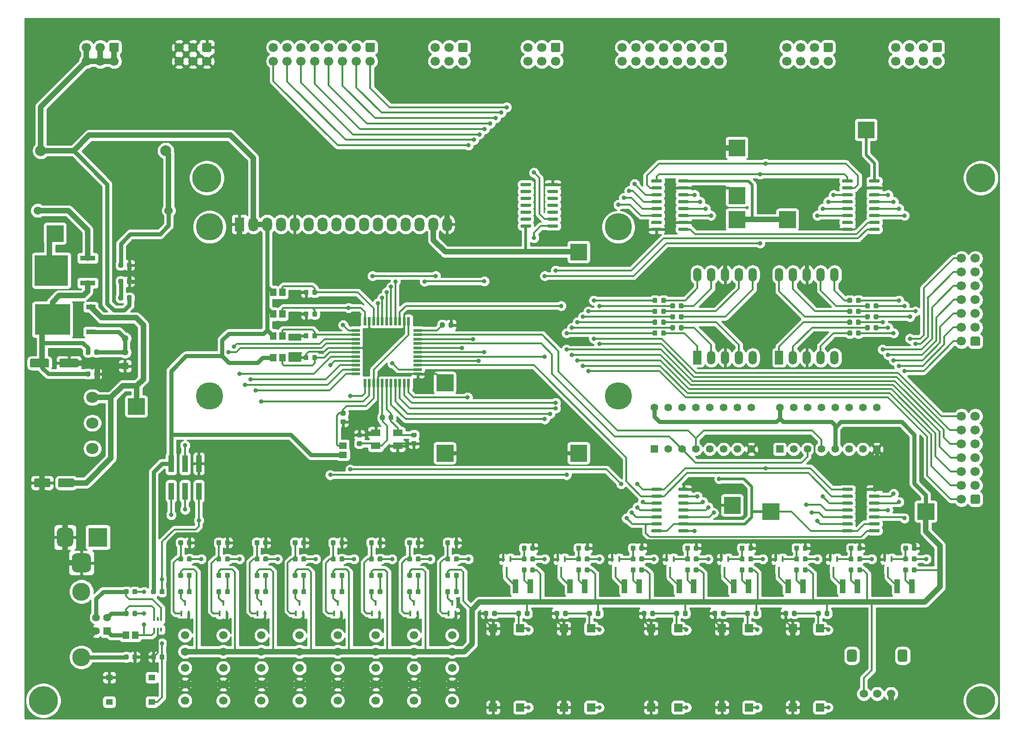
<source format=gbr>
G04 #@! TF.GenerationSoftware,KiCad,Pcbnew,(5.1.8)-1*
G04 #@! TF.CreationDate,2021-01-23T12:46:17+07:00*
G04 #@! TF.ProjectId,digitalSystemBoard,64696769-7461-46c5-9379-7374656d426f,rev?*
G04 #@! TF.SameCoordinates,PX2faf080PY9896800*
G04 #@! TF.FileFunction,Copper,L1,Top*
G04 #@! TF.FilePolarity,Positive*
%FSLAX46Y46*%
G04 Gerber Fmt 4.6, Leading zero omitted, Abs format (unit mm)*
G04 Created by KiCad (PCBNEW (5.1.8)-1) date 2021-01-23 12:46:17*
%MOMM*%
%LPD*%
G01*
G04 APERTURE LIST*
G04 #@! TA.AperFunction,EtchedComponent*
%ADD10C,0.100000*%
G04 #@! TD*
G04 #@! TA.AperFunction,SMDPad,CuDef*
%ADD11R,1.300000X1.100000*%
G04 #@! TD*
G04 #@! TA.AperFunction,ComponentPad*
%ADD12O,2.250000X2.000000*%
G04 #@! TD*
G04 #@! TA.AperFunction,ComponentPad*
%ADD13C,0.750000*%
G04 #@! TD*
G04 #@! TA.AperFunction,ComponentPad*
%ADD14C,2.000000*%
G04 #@! TD*
G04 #@! TA.AperFunction,SMDPad,CuDef*
%ADD15R,1.500000X1.500000*%
G04 #@! TD*
G04 #@! TA.AperFunction,SMDPad,CuDef*
%ADD16R,0.457200X1.117600*%
G04 #@! TD*
G04 #@! TA.AperFunction,WasherPad*
%ADD17C,5.000000*%
G04 #@! TD*
G04 #@! TA.AperFunction,ComponentPad*
%ADD18O,1.800000X2.600000*%
G04 #@! TD*
G04 #@! TA.AperFunction,ComponentPad*
%ADD19R,1.800000X2.600000*%
G04 #@! TD*
G04 #@! TA.AperFunction,ComponentPad*
%ADD20R,1.524000X2.524000*%
G04 #@! TD*
G04 #@! TA.AperFunction,ComponentPad*
%ADD21O,1.524000X2.524000*%
G04 #@! TD*
G04 #@! TA.AperFunction,ComponentPad*
%ADD22C,1.700000*%
G04 #@! TD*
G04 #@! TA.AperFunction,ComponentPad*
%ADD23C,1.397000*%
G04 #@! TD*
G04 #@! TA.AperFunction,ComponentPad*
%ADD24R,1.397000X1.397000*%
G04 #@! TD*
G04 #@! TA.AperFunction,WasherPad*
%ADD25C,1.524000*%
G04 #@! TD*
G04 #@! TA.AperFunction,ComponentPad*
%ADD26C,1.524000*%
G04 #@! TD*
G04 #@! TA.AperFunction,ComponentPad*
%ADD27C,1.248000*%
G04 #@! TD*
G04 #@! TA.AperFunction,ComponentPad*
%ADD28R,1.248000X1.248000*%
G04 #@! TD*
G04 #@! TA.AperFunction,ComponentPad*
%ADD29R,3.500000X3.500000*%
G04 #@! TD*
G04 #@! TA.AperFunction,SMDPad,CuDef*
%ADD30R,1.000000X3.150000*%
G04 #@! TD*
G04 #@! TA.AperFunction,SMDPad,CuDef*
%ADD31R,1.000000X2.500000*%
G04 #@! TD*
G04 #@! TA.AperFunction,WasherPad*
%ADD32C,5.300000*%
G04 #@! TD*
G04 #@! TA.AperFunction,SMDPad,CuDef*
%ADD33R,6.490000X5.630000*%
G04 #@! TD*
G04 #@! TA.AperFunction,SMDPad,CuDef*
%ADD34R,1.730000X0.960000*%
G04 #@! TD*
G04 #@! TA.AperFunction,SMDPad,CuDef*
%ADD35R,6.090000X5.630000*%
G04 #@! TD*
G04 #@! TA.AperFunction,SMDPad,CuDef*
%ADD36R,2.830000X0.970000*%
G04 #@! TD*
G04 #@! TA.AperFunction,SMDPad,CuDef*
%ADD37R,1.800000X1.200000*%
G04 #@! TD*
G04 #@! TA.AperFunction,SMDPad,CuDef*
%ADD38R,0.550000X1.500000*%
G04 #@! TD*
G04 #@! TA.AperFunction,SMDPad,CuDef*
%ADD39R,1.500000X0.550000*%
G04 #@! TD*
G04 #@! TA.AperFunction,ComponentPad*
%ADD40R,1.408000X1.408000*%
G04 #@! TD*
G04 #@! TA.AperFunction,ComponentPad*
%ADD41C,1.408000*%
G04 #@! TD*
G04 #@! TA.AperFunction,ComponentPad*
%ADD42C,3.316000*%
G04 #@! TD*
G04 #@! TA.AperFunction,SMDPad,CuDef*
%ADD43R,1.200000X1.470000*%
G04 #@! TD*
G04 #@! TA.AperFunction,SMDPad,CuDef*
%ADD44R,1.470000X1.200000*%
G04 #@! TD*
G04 #@! TA.AperFunction,SMDPad,CuDef*
%ADD45R,0.350000X0.800000*%
G04 #@! TD*
G04 #@! TA.AperFunction,ViaPad*
%ADD46C,0.800000*%
G04 #@! TD*
G04 #@! TA.AperFunction,Conductor*
%ADD47C,1.000000*%
G04 #@! TD*
G04 #@! TA.AperFunction,Conductor*
%ADD48C,0.350000*%
G04 #@! TD*
G04 #@! TA.AperFunction,Conductor*
%ADD49C,0.500000*%
G04 #@! TD*
G04 #@! TA.AperFunction,Conductor*
%ADD50C,0.750000*%
G04 #@! TD*
G04 #@! TA.AperFunction,Conductor*
%ADD51C,0.254000*%
G04 #@! TD*
G04 #@! TA.AperFunction,Conductor*
%ADD52C,0.150000*%
G04 #@! TD*
G04 APERTURE END LIST*
D10*
G36*
X22550000Y56550000D02*
G01*
X19550000Y56550000D01*
X19550000Y59550000D01*
X22550000Y59550000D01*
X22550000Y56550000D01*
G37*
X22550000Y56550000D02*
X19550000Y56550000D01*
X19550000Y59550000D01*
X22550000Y59550000D01*
X22550000Y56550000D01*
G36*
X7650000Y88300000D02*
G01*
X4650000Y88300000D01*
X4650000Y91300000D01*
X7650000Y91300000D01*
X7650000Y88300000D01*
G37*
X7650000Y88300000D02*
X4650000Y88300000D01*
X4650000Y91300000D01*
X7650000Y91300000D01*
X7650000Y88300000D01*
G36*
X79160000Y47970000D02*
G01*
X76160000Y47970000D01*
X76160000Y50970000D01*
X79160000Y50970000D01*
X79160000Y47970000D01*
G37*
X79160000Y47970000D02*
X76160000Y47970000D01*
X76160000Y50970000D01*
X79160000Y50970000D01*
X79160000Y47970000D01*
G36*
X103710000Y47970000D02*
G01*
X100710000Y47970000D01*
X100710000Y50970000D01*
X103710000Y50970000D01*
X103710000Y47970000D01*
G37*
X103710000Y47970000D02*
X100710000Y47970000D01*
X100710000Y50970000D01*
X103710000Y50970000D01*
X103710000Y47970000D01*
G36*
X131870000Y38390000D02*
G01*
X128870000Y38390000D01*
X128870000Y41390000D01*
X131870000Y41390000D01*
X131870000Y38390000D01*
G37*
X131870000Y38390000D02*
X128870000Y38390000D01*
X128870000Y41390000D01*
X131870000Y41390000D01*
X131870000Y38390000D01*
G36*
X138970000Y37250000D02*
G01*
X135970000Y37250000D01*
X135970000Y40250000D01*
X138970000Y40250000D01*
X138970000Y37250000D01*
G37*
X138970000Y37250000D02*
X135970000Y37250000D01*
X135970000Y40250000D01*
X138970000Y40250000D01*
X138970000Y37250000D01*
G36*
X167410000Y37250000D02*
G01*
X164410000Y37250000D01*
X164410000Y40250000D01*
X167410000Y40250000D01*
X167410000Y37250000D01*
G37*
X167410000Y37250000D02*
X164410000Y37250000D01*
X164410000Y40250000D01*
X167410000Y40250000D01*
X167410000Y37250000D01*
G36*
X79160000Y60920000D02*
G01*
X76160000Y60920000D01*
X76160000Y63920000D01*
X79160000Y63920000D01*
X79160000Y60920000D01*
G37*
X79160000Y60920000D02*
X76160000Y60920000D01*
X76160000Y63920000D01*
X79160000Y63920000D01*
X79160000Y60920000D01*
G36*
X132720000Y104040000D02*
G01*
X129720000Y104040000D01*
X129720000Y107040000D01*
X132720000Y107040000D01*
X132720000Y104040000D01*
G37*
X132720000Y104040000D02*
X129720000Y104040000D01*
X129720000Y107040000D01*
X132720000Y107040000D01*
X132720000Y104040000D01*
G36*
X132720000Y95300000D02*
G01*
X129720000Y95300000D01*
X129720000Y98300000D01*
X132720000Y98300000D01*
X132720000Y95300000D01*
G37*
X132720000Y95300000D02*
X129720000Y95300000D01*
X129720000Y98300000D01*
X132720000Y98300000D01*
X132720000Y95300000D01*
G36*
X142010000Y90890000D02*
G01*
X139010000Y90890000D01*
X139010000Y93890000D01*
X142010000Y93890000D01*
X142010000Y90890000D01*
G37*
X142010000Y90890000D02*
X139010000Y90890000D01*
X139010000Y93890000D01*
X142010000Y93890000D01*
X142010000Y90890000D01*
G36*
X156450000Y107360000D02*
G01*
X153450000Y107360000D01*
X153450000Y110360000D01*
X156450000Y110360000D01*
X156450000Y107360000D01*
G37*
X156450000Y107360000D02*
X153450000Y107360000D01*
X153450000Y110360000D01*
X156450000Y110360000D01*
X156450000Y107360000D01*
G36*
X132720000Y90890000D02*
G01*
X129720000Y90890000D01*
X129720000Y93890000D01*
X132720000Y93890000D01*
X132720000Y90890000D01*
G37*
X132720000Y90890000D02*
X129720000Y90890000D01*
X129720000Y93890000D01*
X132720000Y93890000D01*
X132720000Y90890000D01*
G36*
X103710000Y84930000D02*
G01*
X100710000Y84930000D01*
X100710000Y87930000D01*
X103710000Y87930000D01*
X103710000Y84930000D01*
G37*
X103710000Y84930000D02*
X100710000Y84930000D01*
X100710000Y87930000D01*
X103710000Y87930000D01*
X103710000Y84930000D01*
D11*
X23900000Y3750000D03*
X23900000Y8250000D03*
X16100000Y3750000D03*
X16100000Y8250000D03*
D12*
X13000000Y50300000D03*
X13000000Y59700000D03*
X13000000Y55000000D03*
D13*
X21050000Y58050000D03*
X22050000Y59050000D03*
X20050000Y59050000D03*
X20050000Y57050000D03*
X22050000Y57050000D03*
X7150000Y88800000D03*
X5150000Y88800000D03*
X5150000Y90800000D03*
X7150000Y90800000D03*
X6150000Y89800000D03*
D14*
X3550000Y105000000D03*
X26450000Y105000000D03*
D15*
X146500000Y2750000D03*
X146500000Y17250000D03*
X141500000Y17250000D03*
X141500000Y2750000D03*
X133500000Y2750000D03*
X133500000Y17250000D03*
X128500000Y17250000D03*
X128500000Y2750000D03*
X120500000Y2750000D03*
X120500000Y17250000D03*
X115500000Y17250000D03*
X115500000Y2750000D03*
X104500000Y2750000D03*
X104500000Y17250000D03*
X99500000Y17250000D03*
X99500000Y2750000D03*
X91500000Y2750000D03*
X91500000Y17250000D03*
X86500000Y17250000D03*
X86500000Y2750000D03*
D16*
X29339600Y20034800D03*
X30660400Y20034800D03*
X30000000Y21965200D03*
X36339600Y20034800D03*
X37660400Y20034800D03*
X37000000Y21965200D03*
X43339600Y20034800D03*
X44660400Y20034800D03*
X44000000Y21965200D03*
X50339600Y20034800D03*
X51660400Y20034800D03*
X51000000Y21965200D03*
X57339600Y20034800D03*
X58660400Y20034800D03*
X58000000Y21965200D03*
X64339600Y20034800D03*
X65660400Y20034800D03*
X65000000Y21965200D03*
X71339600Y20034800D03*
X72660400Y20034800D03*
X72000000Y21965200D03*
X78339600Y20034800D03*
X79660400Y20034800D03*
X79000000Y21965200D03*
X89660400Y29965200D03*
X88339600Y29965200D03*
X89000000Y28034800D03*
X99660400Y29965200D03*
X98339600Y29965200D03*
X99000000Y28034800D03*
X109660400Y29965200D03*
X108339600Y29965200D03*
X109000000Y28034800D03*
X119660400Y29965200D03*
X118339600Y29965200D03*
X119000000Y28034800D03*
X129660400Y29965200D03*
X128339600Y29965200D03*
X129000000Y28034800D03*
X139660400Y29965200D03*
X138339600Y29965200D03*
X139000000Y28034800D03*
X149660400Y29965200D03*
X148339600Y29965200D03*
X149000000Y28034800D03*
X159660400Y29965200D03*
X158339600Y29965200D03*
X159000000Y28034800D03*
G04 #@! TA.AperFunction,SMDPad,CuDef*
G36*
G01*
X5300000Y44550000D02*
X5300000Y43450000D01*
G75*
G02*
X5050000Y43200000I-250000J0D01*
G01*
X2550000Y43200000D01*
G75*
G02*
X2300000Y43450000I0J250000D01*
G01*
X2300000Y44550000D01*
G75*
G02*
X2550000Y44800000I250000J0D01*
G01*
X5050000Y44800000D01*
G75*
G02*
X5300000Y44550000I0J-250000D01*
G01*
G37*
G04 #@! TD.AperFunction*
G04 #@! TA.AperFunction,SMDPad,CuDef*
G36*
G01*
X9700000Y44550000D02*
X9700000Y43450000D01*
G75*
G02*
X9450000Y43200000I-250000J0D01*
G01*
X6950000Y43200000D01*
G75*
G02*
X6700000Y43450000I0J250000D01*
G01*
X6700000Y44550000D01*
G75*
G02*
X6950000Y44800000I250000J0D01*
G01*
X9450000Y44800000D01*
G75*
G02*
X9700000Y44550000I0J-250000D01*
G01*
G37*
G04 #@! TD.AperFunction*
G04 #@! TA.AperFunction,SMDPad,CuDef*
G36*
G01*
X6950000Y65450000D02*
X6950000Y66550000D01*
G75*
G02*
X7200000Y66800000I250000J0D01*
G01*
X10200000Y66800000D01*
G75*
G02*
X10450000Y66550000I0J-250000D01*
G01*
X10450000Y65450000D01*
G75*
G02*
X10200000Y65200000I-250000J0D01*
G01*
X7200000Y65200000D01*
G75*
G02*
X6950000Y65450000I0J250000D01*
G01*
G37*
G04 #@! TD.AperFunction*
G04 #@! TA.AperFunction,SMDPad,CuDef*
G36*
G01*
X1550000Y65450000D02*
X1550000Y66550000D01*
G75*
G02*
X1800000Y66800000I250000J0D01*
G01*
X4800000Y66800000D01*
G75*
G02*
X5050000Y66550000I0J-250000D01*
G01*
X5050000Y65450000D01*
G75*
G02*
X4800000Y65200000I-250000J0D01*
G01*
X1800000Y65200000D01*
G75*
G02*
X1550000Y65450000I0J250000D01*
G01*
G37*
G04 #@! TD.AperFunction*
D17*
X109500000Y91000000D03*
X109500000Y60000000D03*
X34500000Y60000000D03*
X34500000Y91000000D03*
D18*
X78100000Y91500000D03*
X75560000Y91500000D03*
X73020000Y91500000D03*
X70480000Y91500000D03*
X67940000Y91500000D03*
X65400000Y91500000D03*
X62860000Y91500000D03*
X60320000Y91500000D03*
X57780000Y91500000D03*
X55240000Y91500000D03*
X52700000Y91500000D03*
X50160000Y91500000D03*
X47620000Y91500000D03*
X45080000Y91500000D03*
X42540000Y91500000D03*
D19*
X40000000Y91500000D03*
G04 #@! TA.AperFunction,SMDPad,CuDef*
G36*
G01*
X116650000Y77756250D02*
X116650000Y77243750D01*
G75*
G02*
X116431250Y77025000I-218750J0D01*
G01*
X115993750Y77025000D01*
G75*
G02*
X115775000Y77243750I0J218750D01*
G01*
X115775000Y77756250D01*
G75*
G02*
X115993750Y77975000I218750J0D01*
G01*
X116431250Y77975000D01*
G75*
G02*
X116650000Y77756250I0J-218750D01*
G01*
G37*
G04 #@! TD.AperFunction*
G04 #@! TA.AperFunction,SMDPad,CuDef*
G36*
G01*
X118225000Y77756250D02*
X118225000Y77243750D01*
G75*
G02*
X118006250Y77025000I-218750J0D01*
G01*
X117568750Y77025000D01*
G75*
G02*
X117350000Y77243750I0J218750D01*
G01*
X117350000Y77756250D01*
G75*
G02*
X117568750Y77975000I218750J0D01*
G01*
X118006250Y77975000D01*
G75*
G02*
X118225000Y77756250I0J-218750D01*
G01*
G37*
G04 #@! TD.AperFunction*
G04 #@! TA.AperFunction,SMDPad,CuDef*
G36*
G01*
X119900000Y76756250D02*
X119900000Y76243750D01*
G75*
G02*
X119681250Y76025000I-218750J0D01*
G01*
X119243750Y76025000D01*
G75*
G02*
X119025000Y76243750I0J218750D01*
G01*
X119025000Y76756250D01*
G75*
G02*
X119243750Y76975000I218750J0D01*
G01*
X119681250Y76975000D01*
G75*
G02*
X119900000Y76756250I0J-218750D01*
G01*
G37*
G04 #@! TD.AperFunction*
G04 #@! TA.AperFunction,SMDPad,CuDef*
G36*
G01*
X121475000Y76756250D02*
X121475000Y76243750D01*
G75*
G02*
X121256250Y76025000I-218750J0D01*
G01*
X120818750Y76025000D01*
G75*
G02*
X120600000Y76243750I0J218750D01*
G01*
X120600000Y76756250D01*
G75*
G02*
X120818750Y76975000I218750J0D01*
G01*
X121256250Y76975000D01*
G75*
G02*
X121475000Y76756250I0J-218750D01*
G01*
G37*
G04 #@! TD.AperFunction*
G04 #@! TA.AperFunction,SMDPad,CuDef*
G36*
G01*
X116650000Y71756250D02*
X116650000Y71243750D01*
G75*
G02*
X116431250Y71025000I-218750J0D01*
G01*
X115993750Y71025000D01*
G75*
G02*
X115775000Y71243750I0J218750D01*
G01*
X115775000Y71756250D01*
G75*
G02*
X115993750Y71975000I218750J0D01*
G01*
X116431250Y71975000D01*
G75*
G02*
X116650000Y71756250I0J-218750D01*
G01*
G37*
G04 #@! TD.AperFunction*
G04 #@! TA.AperFunction,SMDPad,CuDef*
G36*
G01*
X118225000Y71756250D02*
X118225000Y71243750D01*
G75*
G02*
X118006250Y71025000I-218750J0D01*
G01*
X117568750Y71025000D01*
G75*
G02*
X117350000Y71243750I0J218750D01*
G01*
X117350000Y71756250D01*
G75*
G02*
X117568750Y71975000I218750J0D01*
G01*
X118006250Y71975000D01*
G75*
G02*
X118225000Y71756250I0J-218750D01*
G01*
G37*
G04 #@! TD.AperFunction*
G04 #@! TA.AperFunction,SMDPad,CuDef*
G36*
G01*
X119900000Y72756250D02*
X119900000Y72243750D01*
G75*
G02*
X119681250Y72025000I-218750J0D01*
G01*
X119243750Y72025000D01*
G75*
G02*
X119025000Y72243750I0J218750D01*
G01*
X119025000Y72756250D01*
G75*
G02*
X119243750Y72975000I218750J0D01*
G01*
X119681250Y72975000D01*
G75*
G02*
X119900000Y72756250I0J-218750D01*
G01*
G37*
G04 #@! TD.AperFunction*
G04 #@! TA.AperFunction,SMDPad,CuDef*
G36*
G01*
X121475000Y72756250D02*
X121475000Y72243750D01*
G75*
G02*
X121256250Y72025000I-218750J0D01*
G01*
X120818750Y72025000D01*
G75*
G02*
X120600000Y72243750I0J218750D01*
G01*
X120600000Y72756250D01*
G75*
G02*
X120818750Y72975000I218750J0D01*
G01*
X121256250Y72975000D01*
G75*
G02*
X121475000Y72756250I0J-218750D01*
G01*
G37*
G04 #@! TD.AperFunction*
G04 #@! TA.AperFunction,SMDPad,CuDef*
G36*
G01*
X116650000Y73756250D02*
X116650000Y73243750D01*
G75*
G02*
X116431250Y73025000I-218750J0D01*
G01*
X115993750Y73025000D01*
G75*
G02*
X115775000Y73243750I0J218750D01*
G01*
X115775000Y73756250D01*
G75*
G02*
X115993750Y73975000I218750J0D01*
G01*
X116431250Y73975000D01*
G75*
G02*
X116650000Y73756250I0J-218750D01*
G01*
G37*
G04 #@! TD.AperFunction*
G04 #@! TA.AperFunction,SMDPad,CuDef*
G36*
G01*
X118225000Y73756250D02*
X118225000Y73243750D01*
G75*
G02*
X118006250Y73025000I-218750J0D01*
G01*
X117568750Y73025000D01*
G75*
G02*
X117350000Y73243750I0J218750D01*
G01*
X117350000Y73756250D01*
G75*
G02*
X117568750Y73975000I218750J0D01*
G01*
X118006250Y73975000D01*
G75*
G02*
X118225000Y73756250I0J-218750D01*
G01*
G37*
G04 #@! TD.AperFunction*
G04 #@! TA.AperFunction,SMDPad,CuDef*
G36*
G01*
X119900000Y74756250D02*
X119900000Y74243750D01*
G75*
G02*
X119681250Y74025000I-218750J0D01*
G01*
X119243750Y74025000D01*
G75*
G02*
X119025000Y74243750I0J218750D01*
G01*
X119025000Y74756250D01*
G75*
G02*
X119243750Y74975000I218750J0D01*
G01*
X119681250Y74975000D01*
G75*
G02*
X119900000Y74756250I0J-218750D01*
G01*
G37*
G04 #@! TD.AperFunction*
G04 #@! TA.AperFunction,SMDPad,CuDef*
G36*
G01*
X121475000Y74756250D02*
X121475000Y74243750D01*
G75*
G02*
X121256250Y74025000I-218750J0D01*
G01*
X120818750Y74025000D01*
G75*
G02*
X120600000Y74243750I0J218750D01*
G01*
X120600000Y74756250D01*
G75*
G02*
X120818750Y74975000I218750J0D01*
G01*
X121256250Y74975000D01*
G75*
G02*
X121475000Y74756250I0J-218750D01*
G01*
G37*
G04 #@! TD.AperFunction*
G04 #@! TA.AperFunction,SMDPad,CuDef*
G36*
G01*
X116650000Y75756250D02*
X116650000Y75243750D01*
G75*
G02*
X116431250Y75025000I-218750J0D01*
G01*
X115993750Y75025000D01*
G75*
G02*
X115775000Y75243750I0J218750D01*
G01*
X115775000Y75756250D01*
G75*
G02*
X115993750Y75975000I218750J0D01*
G01*
X116431250Y75975000D01*
G75*
G02*
X116650000Y75756250I0J-218750D01*
G01*
G37*
G04 #@! TD.AperFunction*
G04 #@! TA.AperFunction,SMDPad,CuDef*
G36*
G01*
X118225000Y75756250D02*
X118225000Y75243750D01*
G75*
G02*
X118006250Y75025000I-218750J0D01*
G01*
X117568750Y75025000D01*
G75*
G02*
X117350000Y75243750I0J218750D01*
G01*
X117350000Y75756250D01*
G75*
G02*
X117568750Y75975000I218750J0D01*
G01*
X118006250Y75975000D01*
G75*
G02*
X118225000Y75756250I0J-218750D01*
G01*
G37*
G04 #@! TD.AperFunction*
G04 #@! TA.AperFunction,SMDPad,CuDef*
G36*
G01*
X156350000Y74243750D02*
X156350000Y74756250D01*
G75*
G02*
X156568750Y74975000I218750J0D01*
G01*
X157006250Y74975000D01*
G75*
G02*
X157225000Y74756250I0J-218750D01*
G01*
X157225000Y74243750D01*
G75*
G02*
X157006250Y74025000I-218750J0D01*
G01*
X156568750Y74025000D01*
G75*
G02*
X156350000Y74243750I0J218750D01*
G01*
G37*
G04 #@! TD.AperFunction*
G04 #@! TA.AperFunction,SMDPad,CuDef*
G36*
G01*
X154775000Y74243750D02*
X154775000Y74756250D01*
G75*
G02*
X154993750Y74975000I218750J0D01*
G01*
X155431250Y74975000D01*
G75*
G02*
X155650000Y74756250I0J-218750D01*
G01*
X155650000Y74243750D01*
G75*
G02*
X155431250Y74025000I-218750J0D01*
G01*
X154993750Y74025000D01*
G75*
G02*
X154775000Y74243750I0J218750D01*
G01*
G37*
G04 #@! TD.AperFunction*
G04 #@! TA.AperFunction,SMDPad,CuDef*
G36*
G01*
X153100000Y75243750D02*
X153100000Y75756250D01*
G75*
G02*
X153318750Y75975000I218750J0D01*
G01*
X153756250Y75975000D01*
G75*
G02*
X153975000Y75756250I0J-218750D01*
G01*
X153975000Y75243750D01*
G75*
G02*
X153756250Y75025000I-218750J0D01*
G01*
X153318750Y75025000D01*
G75*
G02*
X153100000Y75243750I0J218750D01*
G01*
G37*
G04 #@! TD.AperFunction*
G04 #@! TA.AperFunction,SMDPad,CuDef*
G36*
G01*
X151525000Y75243750D02*
X151525000Y75756250D01*
G75*
G02*
X151743750Y75975000I218750J0D01*
G01*
X152181250Y75975000D01*
G75*
G02*
X152400000Y75756250I0J-218750D01*
G01*
X152400000Y75243750D01*
G75*
G02*
X152181250Y75025000I-218750J0D01*
G01*
X151743750Y75025000D01*
G75*
G02*
X151525000Y75243750I0J218750D01*
G01*
G37*
G04 #@! TD.AperFunction*
G04 #@! TA.AperFunction,SMDPad,CuDef*
G36*
G01*
X153100000Y73243750D02*
X153100000Y73756250D01*
G75*
G02*
X153318750Y73975000I218750J0D01*
G01*
X153756250Y73975000D01*
G75*
G02*
X153975000Y73756250I0J-218750D01*
G01*
X153975000Y73243750D01*
G75*
G02*
X153756250Y73025000I-218750J0D01*
G01*
X153318750Y73025000D01*
G75*
G02*
X153100000Y73243750I0J218750D01*
G01*
G37*
G04 #@! TD.AperFunction*
G04 #@! TA.AperFunction,SMDPad,CuDef*
G36*
G01*
X151525000Y73243750D02*
X151525000Y73756250D01*
G75*
G02*
X151743750Y73975000I218750J0D01*
G01*
X152181250Y73975000D01*
G75*
G02*
X152400000Y73756250I0J-218750D01*
G01*
X152400000Y73243750D01*
G75*
G02*
X152181250Y73025000I-218750J0D01*
G01*
X151743750Y73025000D01*
G75*
G02*
X151525000Y73243750I0J218750D01*
G01*
G37*
G04 #@! TD.AperFunction*
G04 #@! TA.AperFunction,SMDPad,CuDef*
G36*
G01*
X156350000Y72243750D02*
X156350000Y72756250D01*
G75*
G02*
X156568750Y72975000I218750J0D01*
G01*
X157006250Y72975000D01*
G75*
G02*
X157225000Y72756250I0J-218750D01*
G01*
X157225000Y72243750D01*
G75*
G02*
X157006250Y72025000I-218750J0D01*
G01*
X156568750Y72025000D01*
G75*
G02*
X156350000Y72243750I0J218750D01*
G01*
G37*
G04 #@! TD.AperFunction*
G04 #@! TA.AperFunction,SMDPad,CuDef*
G36*
G01*
X154775000Y72243750D02*
X154775000Y72756250D01*
G75*
G02*
X154993750Y72975000I218750J0D01*
G01*
X155431250Y72975000D01*
G75*
G02*
X155650000Y72756250I0J-218750D01*
G01*
X155650000Y72243750D01*
G75*
G02*
X155431250Y72025000I-218750J0D01*
G01*
X154993750Y72025000D01*
G75*
G02*
X154775000Y72243750I0J218750D01*
G01*
G37*
G04 #@! TD.AperFunction*
G04 #@! TA.AperFunction,SMDPad,CuDef*
G36*
G01*
X153100000Y71243750D02*
X153100000Y71756250D01*
G75*
G02*
X153318750Y71975000I218750J0D01*
G01*
X153756250Y71975000D01*
G75*
G02*
X153975000Y71756250I0J-218750D01*
G01*
X153975000Y71243750D01*
G75*
G02*
X153756250Y71025000I-218750J0D01*
G01*
X153318750Y71025000D01*
G75*
G02*
X153100000Y71243750I0J218750D01*
G01*
G37*
G04 #@! TD.AperFunction*
G04 #@! TA.AperFunction,SMDPad,CuDef*
G36*
G01*
X151525000Y71243750D02*
X151525000Y71756250D01*
G75*
G02*
X151743750Y71975000I218750J0D01*
G01*
X152181250Y71975000D01*
G75*
G02*
X152400000Y71756250I0J-218750D01*
G01*
X152400000Y71243750D01*
G75*
G02*
X152181250Y71025000I-218750J0D01*
G01*
X151743750Y71025000D01*
G75*
G02*
X151525000Y71243750I0J218750D01*
G01*
G37*
G04 #@! TD.AperFunction*
G04 #@! TA.AperFunction,SMDPad,CuDef*
G36*
G01*
X153100000Y77243750D02*
X153100000Y77756250D01*
G75*
G02*
X153318750Y77975000I218750J0D01*
G01*
X153756250Y77975000D01*
G75*
G02*
X153975000Y77756250I0J-218750D01*
G01*
X153975000Y77243750D01*
G75*
G02*
X153756250Y77025000I-218750J0D01*
G01*
X153318750Y77025000D01*
G75*
G02*
X153100000Y77243750I0J218750D01*
G01*
G37*
G04 #@! TD.AperFunction*
G04 #@! TA.AperFunction,SMDPad,CuDef*
G36*
G01*
X151525000Y77243750D02*
X151525000Y77756250D01*
G75*
G02*
X151743750Y77975000I218750J0D01*
G01*
X152181250Y77975000D01*
G75*
G02*
X152400000Y77756250I0J-218750D01*
G01*
X152400000Y77243750D01*
G75*
G02*
X152181250Y77025000I-218750J0D01*
G01*
X151743750Y77025000D01*
G75*
G02*
X151525000Y77243750I0J218750D01*
G01*
G37*
G04 #@! TD.AperFunction*
G04 #@! TA.AperFunction,SMDPad,CuDef*
G36*
G01*
X156350000Y76243750D02*
X156350000Y76756250D01*
G75*
G02*
X156568750Y76975000I218750J0D01*
G01*
X157006250Y76975000D01*
G75*
G02*
X157225000Y76756250I0J-218750D01*
G01*
X157225000Y76243750D01*
G75*
G02*
X157006250Y76025000I-218750J0D01*
G01*
X156568750Y76025000D01*
G75*
G02*
X156350000Y76243750I0J218750D01*
G01*
G37*
G04 #@! TD.AperFunction*
G04 #@! TA.AperFunction,SMDPad,CuDef*
G36*
G01*
X154775000Y76243750D02*
X154775000Y76756250D01*
G75*
G02*
X154993750Y76975000I218750J0D01*
G01*
X155431250Y76975000D01*
G75*
G02*
X155650000Y76756250I0J-218750D01*
G01*
X155650000Y76243750D01*
G75*
G02*
X155431250Y76025000I-218750J0D01*
G01*
X154993750Y76025000D01*
G75*
G02*
X154775000Y76243750I0J218750D01*
G01*
G37*
G04 #@! TD.AperFunction*
D13*
X77660000Y49470000D03*
X78660000Y50470000D03*
X76660000Y50470000D03*
X76660000Y48470000D03*
X78660000Y48470000D03*
X103210000Y48470000D03*
X101210000Y48470000D03*
X101210000Y50470000D03*
X103210000Y50470000D03*
X102210000Y49470000D03*
X130370000Y39890000D03*
X131370000Y40890000D03*
X129370000Y40890000D03*
X129370000Y38890000D03*
X131370000Y38890000D03*
X137470000Y38750000D03*
X138470000Y39750000D03*
X136470000Y39750000D03*
X136470000Y37750000D03*
X138470000Y37750000D03*
X166910000Y37750000D03*
X164910000Y37750000D03*
X164910000Y39750000D03*
X166910000Y39750000D03*
X165910000Y38750000D03*
X78660000Y61420000D03*
X76660000Y61420000D03*
X76660000Y63420000D03*
X78660000Y63420000D03*
X77660000Y62420000D03*
X131220000Y105540000D03*
X132220000Y106540000D03*
X130220000Y106540000D03*
X130220000Y104540000D03*
X132220000Y104540000D03*
X132220000Y95800000D03*
X130220000Y95800000D03*
X130220000Y97800000D03*
X132220000Y97800000D03*
X131220000Y96800000D03*
X140510000Y92390000D03*
X141510000Y93390000D03*
X139510000Y93390000D03*
X139510000Y91390000D03*
X141510000Y91390000D03*
X155950000Y107860000D03*
X153950000Y107860000D03*
X153950000Y109860000D03*
X155950000Y109860000D03*
X154950000Y108860000D03*
X132220000Y91390000D03*
X130220000Y91390000D03*
X130220000Y93390000D03*
X132220000Y93390000D03*
X131220000Y92390000D03*
X103210000Y85430000D03*
X101210000Y85430000D03*
X101210000Y87430000D03*
X103210000Y87430000D03*
X102210000Y86430000D03*
G04 #@! TA.AperFunction,SMDPad,CuDef*
G36*
G01*
X13350000Y63743750D02*
X13350000Y64256250D01*
G75*
G02*
X13568750Y64475000I218750J0D01*
G01*
X14006250Y64475000D01*
G75*
G02*
X14225000Y64256250I0J-218750D01*
G01*
X14225000Y63743750D01*
G75*
G02*
X14006250Y63525000I-218750J0D01*
G01*
X13568750Y63525000D01*
G75*
G02*
X13350000Y63743750I0J218750D01*
G01*
G37*
G04 #@! TD.AperFunction*
G04 #@! TA.AperFunction,SMDPad,CuDef*
G36*
G01*
X11775000Y63743750D02*
X11775000Y64256250D01*
G75*
G02*
X11993750Y64475000I218750J0D01*
G01*
X12431250Y64475000D01*
G75*
G02*
X12650000Y64256250I0J-218750D01*
G01*
X12650000Y63743750D01*
G75*
G02*
X12431250Y63525000I-218750J0D01*
G01*
X11993750Y63525000D01*
G75*
G02*
X11775000Y63743750I0J218750D01*
G01*
G37*
G04 #@! TD.AperFunction*
D20*
X124000000Y67000000D03*
D21*
X126540000Y67000000D03*
X129080000Y67000000D03*
X131620000Y67000000D03*
X134160000Y67000000D03*
X134160000Y82240000D03*
X131620000Y82240000D03*
X129080000Y82240000D03*
X126540000Y82240000D03*
X124000000Y82240000D03*
D22*
X92920000Y121460000D03*
X95460000Y121460000D03*
X98000000Y121460000D03*
X92920000Y124000000D03*
X95460000Y124000000D03*
G04 #@! TA.AperFunction,ComponentPad*
G36*
G01*
X97400000Y124850000D02*
X98600000Y124850000D01*
G75*
G02*
X98850000Y124600000I0J-250000D01*
G01*
X98850000Y123400000D01*
G75*
G02*
X98600000Y123150000I-250000J0D01*
G01*
X97400000Y123150000D01*
G75*
G02*
X97150000Y123400000I0J250000D01*
G01*
X97150000Y124600000D01*
G75*
G02*
X97400000Y124850000I250000J0D01*
G01*
G37*
G04 #@! TD.AperFunction*
D23*
X116110000Y57810000D03*
X118650000Y57810000D03*
X133890000Y50190000D03*
X123730000Y57810000D03*
X126270000Y57810000D03*
X128810000Y57810000D03*
X131350000Y57810000D03*
X133890000Y57810000D03*
X131350000Y50190000D03*
X128810000Y50190000D03*
X126270000Y50190000D03*
X121190000Y57810000D03*
X123730000Y50190000D03*
X121190000Y50190000D03*
X118650000Y50190000D03*
D24*
X116110000Y50190000D03*
G04 #@! TA.AperFunction,SMDPad,CuDef*
G36*
G01*
X133350000Y29743750D02*
X133350000Y30256250D01*
G75*
G02*
X133568750Y30475000I218750J0D01*
G01*
X134006250Y30475000D01*
G75*
G02*
X134225000Y30256250I0J-218750D01*
G01*
X134225000Y29743750D01*
G75*
G02*
X134006250Y29525000I-218750J0D01*
G01*
X133568750Y29525000D01*
G75*
G02*
X133350000Y29743750I0J218750D01*
G01*
G37*
G04 #@! TD.AperFunction*
G04 #@! TA.AperFunction,SMDPad,CuDef*
G36*
G01*
X131775000Y29743750D02*
X131775000Y30256250D01*
G75*
G02*
X131993750Y30475000I218750J0D01*
G01*
X132431250Y30475000D01*
G75*
G02*
X132650000Y30256250I0J-218750D01*
G01*
X132650000Y29743750D01*
G75*
G02*
X132431250Y29525000I-218750J0D01*
G01*
X131993750Y29525000D01*
G75*
G02*
X131775000Y29743750I0J218750D01*
G01*
G37*
G04 #@! TD.AperFunction*
G04 #@! TA.AperFunction,SMDPad,CuDef*
G36*
G01*
X132650000Y28256250D02*
X132650000Y27743750D01*
G75*
G02*
X132431250Y27525000I-218750J0D01*
G01*
X131993750Y27525000D01*
G75*
G02*
X131775000Y27743750I0J218750D01*
G01*
X131775000Y28256250D01*
G75*
G02*
X131993750Y28475000I218750J0D01*
G01*
X132431250Y28475000D01*
G75*
G02*
X132650000Y28256250I0J-218750D01*
G01*
G37*
G04 #@! TD.AperFunction*
G04 #@! TA.AperFunction,SMDPad,CuDef*
G36*
G01*
X134225000Y28256250D02*
X134225000Y27743750D01*
G75*
G02*
X134006250Y27525000I-218750J0D01*
G01*
X133568750Y27525000D01*
G75*
G02*
X133350000Y27743750I0J218750D01*
G01*
X133350000Y28256250D01*
G75*
G02*
X133568750Y28475000I218750J0D01*
G01*
X134006250Y28475000D01*
G75*
G02*
X134225000Y28256250I0J-218750D01*
G01*
G37*
G04 #@! TD.AperFunction*
G04 #@! TA.AperFunction,SMDPad,CuDef*
G36*
G01*
X132650000Y32256250D02*
X132650000Y31743750D01*
G75*
G02*
X132431250Y31525000I-218750J0D01*
G01*
X131993750Y31525000D01*
G75*
G02*
X131775000Y31743750I0J218750D01*
G01*
X131775000Y32256250D01*
G75*
G02*
X131993750Y32475000I218750J0D01*
G01*
X132431250Y32475000D01*
G75*
G02*
X132650000Y32256250I0J-218750D01*
G01*
G37*
G04 #@! TD.AperFunction*
G04 #@! TA.AperFunction,SMDPad,CuDef*
G36*
G01*
X134225000Y32256250D02*
X134225000Y31743750D01*
G75*
G02*
X134006250Y31525000I-218750J0D01*
G01*
X133568750Y31525000D01*
G75*
G02*
X133350000Y31743750I0J218750D01*
G01*
X133350000Y32256250D01*
G75*
G02*
X133568750Y32475000I218750J0D01*
G01*
X134006250Y32475000D01*
G75*
G02*
X134225000Y32256250I0J-218750D01*
G01*
G37*
G04 #@! TD.AperFunction*
D25*
X79000000Y16000000D03*
X79000000Y4000000D03*
D26*
X79000000Y13000000D03*
X79000000Y7000000D03*
X79000000Y10000000D03*
G04 #@! TA.AperFunction,SMDPad,CuDef*
G36*
G01*
X51350000Y23743750D02*
X51350000Y24256250D01*
G75*
G02*
X51568750Y24475000I218750J0D01*
G01*
X52006250Y24475000D01*
G75*
G02*
X52225000Y24256250I0J-218750D01*
G01*
X52225000Y23743750D01*
G75*
G02*
X52006250Y23525000I-218750J0D01*
G01*
X51568750Y23525000D01*
G75*
G02*
X51350000Y23743750I0J218750D01*
G01*
G37*
G04 #@! TD.AperFunction*
G04 #@! TA.AperFunction,SMDPad,CuDef*
G36*
G01*
X49775000Y23743750D02*
X49775000Y24256250D01*
G75*
G02*
X49993750Y24475000I218750J0D01*
G01*
X50431250Y24475000D01*
G75*
G02*
X50650000Y24256250I0J-218750D01*
G01*
X50650000Y23743750D01*
G75*
G02*
X50431250Y23525000I-218750J0D01*
G01*
X49993750Y23525000D01*
G75*
G02*
X49775000Y23743750I0J218750D01*
G01*
G37*
G04 #@! TD.AperFunction*
G04 #@! TA.AperFunction,SMDPad,CuDef*
G36*
G01*
X51350000Y26743750D02*
X51350000Y27256250D01*
G75*
G02*
X51568750Y27475000I218750J0D01*
G01*
X52006250Y27475000D01*
G75*
G02*
X52225000Y27256250I0J-218750D01*
G01*
X52225000Y26743750D01*
G75*
G02*
X52006250Y26525000I-218750J0D01*
G01*
X51568750Y26525000D01*
G75*
G02*
X51350000Y26743750I0J218750D01*
G01*
G37*
G04 #@! TD.AperFunction*
G04 #@! TA.AperFunction,SMDPad,CuDef*
G36*
G01*
X49775000Y26743750D02*
X49775000Y27256250D01*
G75*
G02*
X49993750Y27475000I218750J0D01*
G01*
X50431250Y27475000D01*
G75*
G02*
X50650000Y27256250I0J-218750D01*
G01*
X50650000Y26743750D01*
G75*
G02*
X50431250Y26525000I-218750J0D01*
G01*
X49993750Y26525000D01*
G75*
G02*
X49775000Y26743750I0J218750D01*
G01*
G37*
G04 #@! TD.AperFunction*
G04 #@! TA.AperFunction,SMDPad,CuDef*
G36*
G01*
X51350000Y29743750D02*
X51350000Y30256250D01*
G75*
G02*
X51568750Y30475000I218750J0D01*
G01*
X52006250Y30475000D01*
G75*
G02*
X52225000Y30256250I0J-218750D01*
G01*
X52225000Y29743750D01*
G75*
G02*
X52006250Y29525000I-218750J0D01*
G01*
X51568750Y29525000D01*
G75*
G02*
X51350000Y29743750I0J218750D01*
G01*
G37*
G04 #@! TD.AperFunction*
G04 #@! TA.AperFunction,SMDPad,CuDef*
G36*
G01*
X49775000Y29743750D02*
X49775000Y30256250D01*
G75*
G02*
X49993750Y30475000I218750J0D01*
G01*
X50431250Y30475000D01*
G75*
G02*
X50650000Y30256250I0J-218750D01*
G01*
X50650000Y29743750D01*
G75*
G02*
X50431250Y29525000I-218750J0D01*
G01*
X49993750Y29525000D01*
G75*
G02*
X49775000Y29743750I0J218750D01*
G01*
G37*
G04 #@! TD.AperFunction*
G04 #@! TA.AperFunction,SMDPad,CuDef*
G36*
G01*
X50650000Y33256250D02*
X50650000Y32743750D01*
G75*
G02*
X50431250Y32525000I-218750J0D01*
G01*
X49993750Y32525000D01*
G75*
G02*
X49775000Y32743750I0J218750D01*
G01*
X49775000Y33256250D01*
G75*
G02*
X49993750Y33475000I218750J0D01*
G01*
X50431250Y33475000D01*
G75*
G02*
X50650000Y33256250I0J-218750D01*
G01*
G37*
G04 #@! TD.AperFunction*
G04 #@! TA.AperFunction,SMDPad,CuDef*
G36*
G01*
X52225000Y33256250D02*
X52225000Y32743750D01*
G75*
G02*
X52006250Y32525000I-218750J0D01*
G01*
X51568750Y32525000D01*
G75*
G02*
X51350000Y32743750I0J218750D01*
G01*
X51350000Y33256250D01*
G75*
G02*
X51568750Y33475000I218750J0D01*
G01*
X52006250Y33475000D01*
G75*
G02*
X52225000Y33256250I0J-218750D01*
G01*
G37*
G04 #@! TD.AperFunction*
D25*
X30000000Y16000000D03*
X30000000Y4000000D03*
D26*
X30000000Y13000000D03*
X30000000Y7000000D03*
X30000000Y10000000D03*
D22*
X28920000Y121460000D03*
X31460000Y121460000D03*
X34000000Y121460000D03*
X28920000Y124000000D03*
X31460000Y124000000D03*
G04 #@! TA.AperFunction,ComponentPad*
G36*
G01*
X33400000Y124850000D02*
X34600000Y124850000D01*
G75*
G02*
X34850000Y124600000I0J-250000D01*
G01*
X34850000Y123400000D01*
G75*
G02*
X34600000Y123150000I-250000J0D01*
G01*
X33400000Y123150000D01*
G75*
G02*
X33150000Y123400000I0J250000D01*
G01*
X33150000Y124600000D01*
G75*
G02*
X33400000Y124850000I250000J0D01*
G01*
G37*
G04 #@! TD.AperFunction*
X11920000Y121460000D03*
X14460000Y121460000D03*
X17000000Y121460000D03*
X11920000Y124000000D03*
X14460000Y124000000D03*
G04 #@! TA.AperFunction,ComponentPad*
G36*
G01*
X16400000Y124850000D02*
X17600000Y124850000D01*
G75*
G02*
X17850000Y124600000I0J-250000D01*
G01*
X17850000Y123400000D01*
G75*
G02*
X17600000Y123150000I-250000J0D01*
G01*
X16400000Y123150000D01*
G75*
G02*
X16150000Y123400000I0J250000D01*
G01*
X16150000Y124600000D01*
G75*
G02*
X16400000Y124850000I250000J0D01*
G01*
G37*
G04 #@! TD.AperFunction*
X75920000Y121460000D03*
X78460000Y121460000D03*
X81000000Y121460000D03*
X75920000Y124000000D03*
X78460000Y124000000D03*
G04 #@! TA.AperFunction,ComponentPad*
G36*
G01*
X80400000Y124850000D02*
X81600000Y124850000D01*
G75*
G02*
X81850000Y124600000I0J-250000D01*
G01*
X81850000Y123400000D01*
G75*
G02*
X81600000Y123150000I-250000J0D01*
G01*
X80400000Y123150000D01*
G75*
G02*
X80150000Y123400000I0J250000D01*
G01*
X80150000Y124600000D01*
G75*
G02*
X80400000Y124850000I250000J0D01*
G01*
G37*
G04 #@! TD.AperFunction*
X46220000Y121460000D03*
X48760000Y121460000D03*
X51300000Y121460000D03*
X53840000Y121460000D03*
X56380000Y121460000D03*
X58920000Y121460000D03*
X61460000Y121460000D03*
X64000000Y121460000D03*
X46220000Y124000000D03*
X48760000Y124000000D03*
X51300000Y124000000D03*
X53840000Y124000000D03*
X56380000Y124000000D03*
X58920000Y124000000D03*
X61460000Y124000000D03*
G04 #@! TA.AperFunction,ComponentPad*
G36*
G01*
X63400000Y124850000D02*
X64600000Y124850000D01*
G75*
G02*
X64850000Y124600000I0J-250000D01*
G01*
X64850000Y123400000D01*
G75*
G02*
X64600000Y123150000I-250000J0D01*
G01*
X63400000Y123150000D01*
G75*
G02*
X63150000Y123400000I0J250000D01*
G01*
X63150000Y124600000D01*
G75*
G02*
X63400000Y124850000I250000J0D01*
G01*
G37*
G04 #@! TD.AperFunction*
X172460000Y56240000D03*
X172460000Y53700000D03*
X172460000Y51160000D03*
X172460000Y48620000D03*
X172460000Y46080000D03*
X172460000Y43540000D03*
X172460000Y41000000D03*
X175000000Y56240000D03*
X175000000Y53700000D03*
X175000000Y51160000D03*
X175000000Y48620000D03*
X175000000Y46080000D03*
X175000000Y43540000D03*
G04 #@! TA.AperFunction,ComponentPad*
G36*
G01*
X175850000Y41600000D02*
X175850000Y40400000D01*
G75*
G02*
X175600000Y40150000I-250000J0D01*
G01*
X174400000Y40150000D01*
G75*
G02*
X174150000Y40400000I0J250000D01*
G01*
X174150000Y41600000D01*
G75*
G02*
X174400000Y41850000I250000J0D01*
G01*
X175600000Y41850000D01*
G75*
G02*
X175850000Y41600000I0J-250000D01*
G01*
G37*
G04 #@! TD.AperFunction*
X172460000Y85240000D03*
X172460000Y82700000D03*
X172460000Y80160000D03*
X172460000Y77620000D03*
X172460000Y75080000D03*
X172460000Y72540000D03*
X172460000Y70000000D03*
X175000000Y85240000D03*
X175000000Y82700000D03*
X175000000Y80160000D03*
X175000000Y77620000D03*
X175000000Y75080000D03*
X175000000Y72540000D03*
G04 #@! TA.AperFunction,ComponentPad*
G36*
G01*
X175850000Y70600000D02*
X175850000Y69400000D01*
G75*
G02*
X175600000Y69150000I-250000J0D01*
G01*
X174400000Y69150000D01*
G75*
G02*
X174150000Y69400000I0J250000D01*
G01*
X174150000Y70600000D01*
G75*
G02*
X174400000Y70850000I250000J0D01*
G01*
X175600000Y70850000D01*
G75*
G02*
X175850000Y70600000I0J-250000D01*
G01*
G37*
G04 #@! TD.AperFunction*
X110220000Y121460000D03*
X112760000Y121460000D03*
X115300000Y121460000D03*
X117840000Y121460000D03*
X120380000Y121460000D03*
X122920000Y121460000D03*
X125460000Y121460000D03*
X128000000Y121460000D03*
X110220000Y124000000D03*
X112760000Y124000000D03*
X115300000Y124000000D03*
X117840000Y124000000D03*
X120380000Y124000000D03*
X122920000Y124000000D03*
X125460000Y124000000D03*
G04 #@! TA.AperFunction,ComponentPad*
G36*
G01*
X127400000Y124850000D02*
X128600000Y124850000D01*
G75*
G02*
X128850000Y124600000I0J-250000D01*
G01*
X128850000Y123400000D01*
G75*
G02*
X128600000Y123150000I-250000J0D01*
G01*
X127400000Y123150000D01*
G75*
G02*
X127150000Y123400000I0J250000D01*
G01*
X127150000Y124600000D01*
G75*
G02*
X127400000Y124850000I250000J0D01*
G01*
G37*
G04 #@! TD.AperFunction*
X140380000Y121460000D03*
X142920000Y121460000D03*
X145460000Y121460000D03*
X148000000Y121460000D03*
X140380000Y124000000D03*
X142920000Y124000000D03*
X145460000Y124000000D03*
G04 #@! TA.AperFunction,ComponentPad*
G36*
G01*
X147400000Y124850000D02*
X148600000Y124850000D01*
G75*
G02*
X148850000Y124600000I0J-250000D01*
G01*
X148850000Y123400000D01*
G75*
G02*
X148600000Y123150000I-250000J0D01*
G01*
X147400000Y123150000D01*
G75*
G02*
X147150000Y123400000I0J250000D01*
G01*
X147150000Y124600000D01*
G75*
G02*
X147400000Y124850000I250000J0D01*
G01*
G37*
G04 #@! TD.AperFunction*
X160380000Y121460000D03*
X162920000Y121460000D03*
X165460000Y121460000D03*
X168000000Y121460000D03*
X160380000Y124000000D03*
X162920000Y124000000D03*
X165460000Y124000000D03*
G04 #@! TA.AperFunction,ComponentPad*
G36*
G01*
X167400000Y124850000D02*
X168600000Y124850000D01*
G75*
G02*
X168850000Y124600000I0J-250000D01*
G01*
X168850000Y123400000D01*
G75*
G02*
X168600000Y123150000I-250000J0D01*
G01*
X167400000Y123150000D01*
G75*
G02*
X167150000Y123400000I0J250000D01*
G01*
X167150000Y124600000D01*
G75*
G02*
X167400000Y124850000I250000J0D01*
G01*
G37*
G04 #@! TD.AperFunction*
D27*
X19000000Y70540000D03*
X19000000Y68000000D03*
D28*
X19000000Y65460000D03*
G04 #@! TA.AperFunction,ComponentPad*
G36*
G01*
X9250000Y28425000D02*
X9250000Y30175000D01*
G75*
G02*
X10125000Y31050000I875000J0D01*
G01*
X11875000Y31050000D01*
G75*
G02*
X12750000Y30175000I0J-875000D01*
G01*
X12750000Y28425000D01*
G75*
G02*
X11875000Y27550000I-875000J0D01*
G01*
X10125000Y27550000D01*
G75*
G02*
X9250000Y28425000I0J875000D01*
G01*
G37*
G04 #@! TD.AperFunction*
G04 #@! TA.AperFunction,ComponentPad*
G36*
G01*
X6500000Y33000000D02*
X6500000Y35000000D01*
G75*
G02*
X7250000Y35750000I750000J0D01*
G01*
X8750000Y35750000D01*
G75*
G02*
X9500000Y35000000I0J-750000D01*
G01*
X9500000Y33000000D01*
G75*
G02*
X8750000Y32250000I-750000J0D01*
G01*
X7250000Y32250000D01*
G75*
G02*
X6500000Y33000000I0J750000D01*
G01*
G37*
G04 #@! TD.AperFunction*
D29*
X14000000Y34000000D03*
D30*
X32540000Y47525000D03*
X32540000Y42475000D03*
X30000000Y47525000D03*
X30000000Y42475000D03*
X27460000Y47525000D03*
X27460000Y42475000D03*
D26*
X27000000Y94000000D03*
X3000000Y94000000D03*
D31*
X93350000Y25000000D03*
X90650000Y25000000D03*
X103350000Y25000000D03*
X100650000Y25000000D03*
X113350000Y25000000D03*
X110650000Y25000000D03*
X123350000Y25000000D03*
X120650000Y25000000D03*
X133350000Y25000000D03*
X130650000Y25000000D03*
X143350000Y25000000D03*
X140650000Y25000000D03*
X153350000Y25000000D03*
X150650000Y25000000D03*
X163350000Y25000000D03*
X160650000Y25000000D03*
D25*
X37000000Y16000000D03*
X37000000Y4000000D03*
D26*
X37000000Y13000000D03*
X37000000Y7000000D03*
X37000000Y10000000D03*
D25*
X44000000Y16000000D03*
X44000000Y4000000D03*
D26*
X44000000Y13000000D03*
X44000000Y7000000D03*
X44000000Y10000000D03*
D25*
X51000000Y16000000D03*
X51000000Y4000000D03*
D26*
X51000000Y13000000D03*
X51000000Y7000000D03*
X51000000Y10000000D03*
D25*
X58000000Y16000000D03*
X58000000Y4000000D03*
D26*
X58000000Y13000000D03*
X58000000Y7000000D03*
X58000000Y10000000D03*
D25*
X65000000Y16000000D03*
X65000000Y4000000D03*
D26*
X65000000Y13000000D03*
X65000000Y7000000D03*
X65000000Y10000000D03*
D25*
X72000000Y16000000D03*
X72000000Y4000000D03*
D26*
X72000000Y13000000D03*
X72000000Y7000000D03*
X72000000Y10000000D03*
G04 #@! TA.AperFunction,SMDPad,CuDef*
G36*
G01*
X30350000Y23743750D02*
X30350000Y24256250D01*
G75*
G02*
X30568750Y24475000I218750J0D01*
G01*
X31006250Y24475000D01*
G75*
G02*
X31225000Y24256250I0J-218750D01*
G01*
X31225000Y23743750D01*
G75*
G02*
X31006250Y23525000I-218750J0D01*
G01*
X30568750Y23525000D01*
G75*
G02*
X30350000Y23743750I0J218750D01*
G01*
G37*
G04 #@! TD.AperFunction*
G04 #@! TA.AperFunction,SMDPad,CuDef*
G36*
G01*
X28775000Y23743750D02*
X28775000Y24256250D01*
G75*
G02*
X28993750Y24475000I218750J0D01*
G01*
X29431250Y24475000D01*
G75*
G02*
X29650000Y24256250I0J-218750D01*
G01*
X29650000Y23743750D01*
G75*
G02*
X29431250Y23525000I-218750J0D01*
G01*
X28993750Y23525000D01*
G75*
G02*
X28775000Y23743750I0J218750D01*
G01*
G37*
G04 #@! TD.AperFunction*
G04 #@! TA.AperFunction,SMDPad,CuDef*
G36*
G01*
X37350000Y23743750D02*
X37350000Y24256250D01*
G75*
G02*
X37568750Y24475000I218750J0D01*
G01*
X38006250Y24475000D01*
G75*
G02*
X38225000Y24256250I0J-218750D01*
G01*
X38225000Y23743750D01*
G75*
G02*
X38006250Y23525000I-218750J0D01*
G01*
X37568750Y23525000D01*
G75*
G02*
X37350000Y23743750I0J218750D01*
G01*
G37*
G04 #@! TD.AperFunction*
G04 #@! TA.AperFunction,SMDPad,CuDef*
G36*
G01*
X35775000Y23743750D02*
X35775000Y24256250D01*
G75*
G02*
X35993750Y24475000I218750J0D01*
G01*
X36431250Y24475000D01*
G75*
G02*
X36650000Y24256250I0J-218750D01*
G01*
X36650000Y23743750D01*
G75*
G02*
X36431250Y23525000I-218750J0D01*
G01*
X35993750Y23525000D01*
G75*
G02*
X35775000Y23743750I0J218750D01*
G01*
G37*
G04 #@! TD.AperFunction*
G04 #@! TA.AperFunction,SMDPad,CuDef*
G36*
G01*
X44350000Y23743750D02*
X44350000Y24256250D01*
G75*
G02*
X44568750Y24475000I218750J0D01*
G01*
X45006250Y24475000D01*
G75*
G02*
X45225000Y24256250I0J-218750D01*
G01*
X45225000Y23743750D01*
G75*
G02*
X45006250Y23525000I-218750J0D01*
G01*
X44568750Y23525000D01*
G75*
G02*
X44350000Y23743750I0J218750D01*
G01*
G37*
G04 #@! TD.AperFunction*
G04 #@! TA.AperFunction,SMDPad,CuDef*
G36*
G01*
X42775000Y23743750D02*
X42775000Y24256250D01*
G75*
G02*
X42993750Y24475000I218750J0D01*
G01*
X43431250Y24475000D01*
G75*
G02*
X43650000Y24256250I0J-218750D01*
G01*
X43650000Y23743750D01*
G75*
G02*
X43431250Y23525000I-218750J0D01*
G01*
X42993750Y23525000D01*
G75*
G02*
X42775000Y23743750I0J218750D01*
G01*
G37*
G04 #@! TD.AperFunction*
G04 #@! TA.AperFunction,SMDPad,CuDef*
G36*
G01*
X58350000Y23743750D02*
X58350000Y24256250D01*
G75*
G02*
X58568750Y24475000I218750J0D01*
G01*
X59006250Y24475000D01*
G75*
G02*
X59225000Y24256250I0J-218750D01*
G01*
X59225000Y23743750D01*
G75*
G02*
X59006250Y23525000I-218750J0D01*
G01*
X58568750Y23525000D01*
G75*
G02*
X58350000Y23743750I0J218750D01*
G01*
G37*
G04 #@! TD.AperFunction*
G04 #@! TA.AperFunction,SMDPad,CuDef*
G36*
G01*
X56775000Y23743750D02*
X56775000Y24256250D01*
G75*
G02*
X56993750Y24475000I218750J0D01*
G01*
X57431250Y24475000D01*
G75*
G02*
X57650000Y24256250I0J-218750D01*
G01*
X57650000Y23743750D01*
G75*
G02*
X57431250Y23525000I-218750J0D01*
G01*
X56993750Y23525000D01*
G75*
G02*
X56775000Y23743750I0J218750D01*
G01*
G37*
G04 #@! TD.AperFunction*
G04 #@! TA.AperFunction,SMDPad,CuDef*
G36*
G01*
X65350000Y23743750D02*
X65350000Y24256250D01*
G75*
G02*
X65568750Y24475000I218750J0D01*
G01*
X66006250Y24475000D01*
G75*
G02*
X66225000Y24256250I0J-218750D01*
G01*
X66225000Y23743750D01*
G75*
G02*
X66006250Y23525000I-218750J0D01*
G01*
X65568750Y23525000D01*
G75*
G02*
X65350000Y23743750I0J218750D01*
G01*
G37*
G04 #@! TD.AperFunction*
G04 #@! TA.AperFunction,SMDPad,CuDef*
G36*
G01*
X63775000Y23743750D02*
X63775000Y24256250D01*
G75*
G02*
X63993750Y24475000I218750J0D01*
G01*
X64431250Y24475000D01*
G75*
G02*
X64650000Y24256250I0J-218750D01*
G01*
X64650000Y23743750D01*
G75*
G02*
X64431250Y23525000I-218750J0D01*
G01*
X63993750Y23525000D01*
G75*
G02*
X63775000Y23743750I0J218750D01*
G01*
G37*
G04 #@! TD.AperFunction*
G04 #@! TA.AperFunction,SMDPad,CuDef*
G36*
G01*
X72350000Y23743750D02*
X72350000Y24256250D01*
G75*
G02*
X72568750Y24475000I218750J0D01*
G01*
X73006250Y24475000D01*
G75*
G02*
X73225000Y24256250I0J-218750D01*
G01*
X73225000Y23743750D01*
G75*
G02*
X73006250Y23525000I-218750J0D01*
G01*
X72568750Y23525000D01*
G75*
G02*
X72350000Y23743750I0J218750D01*
G01*
G37*
G04 #@! TD.AperFunction*
G04 #@! TA.AperFunction,SMDPad,CuDef*
G36*
G01*
X70775000Y23743750D02*
X70775000Y24256250D01*
G75*
G02*
X70993750Y24475000I218750J0D01*
G01*
X71431250Y24475000D01*
G75*
G02*
X71650000Y24256250I0J-218750D01*
G01*
X71650000Y23743750D01*
G75*
G02*
X71431250Y23525000I-218750J0D01*
G01*
X70993750Y23525000D01*
G75*
G02*
X70775000Y23743750I0J218750D01*
G01*
G37*
G04 #@! TD.AperFunction*
G04 #@! TA.AperFunction,SMDPad,CuDef*
G36*
G01*
X79350000Y23743750D02*
X79350000Y24256250D01*
G75*
G02*
X79568750Y24475000I218750J0D01*
G01*
X80006250Y24475000D01*
G75*
G02*
X80225000Y24256250I0J-218750D01*
G01*
X80225000Y23743750D01*
G75*
G02*
X80006250Y23525000I-218750J0D01*
G01*
X79568750Y23525000D01*
G75*
G02*
X79350000Y23743750I0J218750D01*
G01*
G37*
G04 #@! TD.AperFunction*
G04 #@! TA.AperFunction,SMDPad,CuDef*
G36*
G01*
X77775000Y23743750D02*
X77775000Y24256250D01*
G75*
G02*
X77993750Y24475000I218750J0D01*
G01*
X78431250Y24475000D01*
G75*
G02*
X78650000Y24256250I0J-218750D01*
G01*
X78650000Y23743750D01*
G75*
G02*
X78431250Y23525000I-218750J0D01*
G01*
X77993750Y23525000D01*
G75*
G02*
X77775000Y23743750I0J218750D01*
G01*
G37*
G04 #@! TD.AperFunction*
G04 #@! TA.AperFunction,SMDPad,CuDef*
G36*
G01*
X18650000Y81256250D02*
X18650000Y80743750D01*
G75*
G02*
X18431250Y80525000I-218750J0D01*
G01*
X17993750Y80525000D01*
G75*
G02*
X17775000Y80743750I0J218750D01*
G01*
X17775000Y81256250D01*
G75*
G02*
X17993750Y81475000I218750J0D01*
G01*
X18431250Y81475000D01*
G75*
G02*
X18650000Y81256250I0J-218750D01*
G01*
G37*
G04 #@! TD.AperFunction*
G04 #@! TA.AperFunction,SMDPad,CuDef*
G36*
G01*
X20225000Y81256250D02*
X20225000Y80743750D01*
G75*
G02*
X20006250Y80525000I-218750J0D01*
G01*
X19568750Y80525000D01*
G75*
G02*
X19350000Y80743750I0J218750D01*
G01*
X19350000Y81256250D01*
G75*
G02*
X19568750Y81475000I218750J0D01*
G01*
X20006250Y81475000D01*
G75*
G02*
X20225000Y81256250I0J-218750D01*
G01*
G37*
G04 #@! TD.AperFunction*
G04 #@! TA.AperFunction,WasherPad*
G36*
G01*
X162550000Y12960000D02*
X162550000Y11560000D01*
G75*
G02*
X162100000Y11110000I-450000J0D01*
G01*
X161200000Y11110000D01*
G75*
G02*
X160750000Y11560000I0J450000D01*
G01*
X160750000Y12960000D01*
G75*
G02*
X161200000Y13410000I450000J0D01*
G01*
X162100000Y13410000D01*
G75*
G02*
X162550000Y12960000I0J-450000D01*
G01*
G37*
G04 #@! TD.AperFunction*
G04 #@! TA.AperFunction,WasherPad*
G36*
G01*
X153250000Y12960000D02*
X153250000Y11560000D01*
G75*
G02*
X152800000Y11110000I-450000J0D01*
G01*
X151900000Y11110000D01*
G75*
G02*
X151450000Y11560000I0J450000D01*
G01*
X151450000Y12960000D01*
G75*
G02*
X151900000Y13410000I450000J0D01*
G01*
X152800000Y13410000D01*
G75*
G02*
X153250000Y12960000I0J-450000D01*
G01*
G37*
G04 #@! TD.AperFunction*
X157000000Y5260000D03*
X154540000Y5260000D03*
X159540000Y5260000D03*
D32*
X176000000Y100000000D03*
X34000000Y100000000D03*
X176000000Y4000000D03*
X4000000Y4000000D03*
D33*
X5680000Y74000000D03*
D34*
X12700000Y76285000D03*
X12700000Y71715000D03*
D35*
X5490000Y83000000D03*
D36*
X12140000Y85290000D03*
X12140000Y80710000D03*
D37*
X69000000Y50800000D03*
X65000000Y50800000D03*
X65000000Y53200000D03*
X69000000Y53200000D03*
G04 #@! TA.AperFunction,SMDPad,CuDef*
G36*
G01*
X152500000Y35340000D02*
X152500000Y35040000D01*
G75*
G02*
X152350000Y34890000I-150000J0D01*
G01*
X150700000Y34890000D01*
G75*
G02*
X150550000Y35040000I0J150000D01*
G01*
X150550000Y35340000D01*
G75*
G02*
X150700000Y35490000I150000J0D01*
G01*
X152350000Y35490000D01*
G75*
G02*
X152500000Y35340000I0J-150000D01*
G01*
G37*
G04 #@! TD.AperFunction*
G04 #@! TA.AperFunction,SMDPad,CuDef*
G36*
G01*
X152500000Y36610000D02*
X152500000Y36310000D01*
G75*
G02*
X152350000Y36160000I-150000J0D01*
G01*
X150700000Y36160000D01*
G75*
G02*
X150550000Y36310000I0J150000D01*
G01*
X150550000Y36610000D01*
G75*
G02*
X150700000Y36760000I150000J0D01*
G01*
X152350000Y36760000D01*
G75*
G02*
X152500000Y36610000I0J-150000D01*
G01*
G37*
G04 #@! TD.AperFunction*
G04 #@! TA.AperFunction,SMDPad,CuDef*
G36*
G01*
X152500000Y37880000D02*
X152500000Y37580000D01*
G75*
G02*
X152350000Y37430000I-150000J0D01*
G01*
X150700000Y37430000D01*
G75*
G02*
X150550000Y37580000I0J150000D01*
G01*
X150550000Y37880000D01*
G75*
G02*
X150700000Y38030000I150000J0D01*
G01*
X152350000Y38030000D01*
G75*
G02*
X152500000Y37880000I0J-150000D01*
G01*
G37*
G04 #@! TD.AperFunction*
G04 #@! TA.AperFunction,SMDPad,CuDef*
G36*
G01*
X152500000Y39150000D02*
X152500000Y38850000D01*
G75*
G02*
X152350000Y38700000I-150000J0D01*
G01*
X150700000Y38700000D01*
G75*
G02*
X150550000Y38850000I0J150000D01*
G01*
X150550000Y39150000D01*
G75*
G02*
X150700000Y39300000I150000J0D01*
G01*
X152350000Y39300000D01*
G75*
G02*
X152500000Y39150000I0J-150000D01*
G01*
G37*
G04 #@! TD.AperFunction*
G04 #@! TA.AperFunction,SMDPad,CuDef*
G36*
G01*
X152500000Y40420000D02*
X152500000Y40120000D01*
G75*
G02*
X152350000Y39970000I-150000J0D01*
G01*
X150700000Y39970000D01*
G75*
G02*
X150550000Y40120000I0J150000D01*
G01*
X150550000Y40420000D01*
G75*
G02*
X150700000Y40570000I150000J0D01*
G01*
X152350000Y40570000D01*
G75*
G02*
X152500000Y40420000I0J-150000D01*
G01*
G37*
G04 #@! TD.AperFunction*
G04 #@! TA.AperFunction,SMDPad,CuDef*
G36*
G01*
X152500000Y41690000D02*
X152500000Y41390000D01*
G75*
G02*
X152350000Y41240000I-150000J0D01*
G01*
X150700000Y41240000D01*
G75*
G02*
X150550000Y41390000I0J150000D01*
G01*
X150550000Y41690000D01*
G75*
G02*
X150700000Y41840000I150000J0D01*
G01*
X152350000Y41840000D01*
G75*
G02*
X152500000Y41690000I0J-150000D01*
G01*
G37*
G04 #@! TD.AperFunction*
G04 #@! TA.AperFunction,SMDPad,CuDef*
G36*
G01*
X152500000Y42960000D02*
X152500000Y42660000D01*
G75*
G02*
X152350000Y42510000I-150000J0D01*
G01*
X150700000Y42510000D01*
G75*
G02*
X150550000Y42660000I0J150000D01*
G01*
X150550000Y42960000D01*
G75*
G02*
X150700000Y43110000I150000J0D01*
G01*
X152350000Y43110000D01*
G75*
G02*
X152500000Y42960000I0J-150000D01*
G01*
G37*
G04 #@! TD.AperFunction*
G04 #@! TA.AperFunction,SMDPad,CuDef*
G36*
G01*
X157450000Y42960000D02*
X157450000Y42660000D01*
G75*
G02*
X157300000Y42510000I-150000J0D01*
G01*
X155650000Y42510000D01*
G75*
G02*
X155500000Y42660000I0J150000D01*
G01*
X155500000Y42960000D01*
G75*
G02*
X155650000Y43110000I150000J0D01*
G01*
X157300000Y43110000D01*
G75*
G02*
X157450000Y42960000I0J-150000D01*
G01*
G37*
G04 #@! TD.AperFunction*
G04 #@! TA.AperFunction,SMDPad,CuDef*
G36*
G01*
X157450000Y41690000D02*
X157450000Y41390000D01*
G75*
G02*
X157300000Y41240000I-150000J0D01*
G01*
X155650000Y41240000D01*
G75*
G02*
X155500000Y41390000I0J150000D01*
G01*
X155500000Y41690000D01*
G75*
G02*
X155650000Y41840000I150000J0D01*
G01*
X157300000Y41840000D01*
G75*
G02*
X157450000Y41690000I0J-150000D01*
G01*
G37*
G04 #@! TD.AperFunction*
G04 #@! TA.AperFunction,SMDPad,CuDef*
G36*
G01*
X157450000Y40420000D02*
X157450000Y40120000D01*
G75*
G02*
X157300000Y39970000I-150000J0D01*
G01*
X155650000Y39970000D01*
G75*
G02*
X155500000Y40120000I0J150000D01*
G01*
X155500000Y40420000D01*
G75*
G02*
X155650000Y40570000I150000J0D01*
G01*
X157300000Y40570000D01*
G75*
G02*
X157450000Y40420000I0J-150000D01*
G01*
G37*
G04 #@! TD.AperFunction*
G04 #@! TA.AperFunction,SMDPad,CuDef*
G36*
G01*
X157450000Y39150000D02*
X157450000Y38850000D01*
G75*
G02*
X157300000Y38700000I-150000J0D01*
G01*
X155650000Y38700000D01*
G75*
G02*
X155500000Y38850000I0J150000D01*
G01*
X155500000Y39150000D01*
G75*
G02*
X155650000Y39300000I150000J0D01*
G01*
X157300000Y39300000D01*
G75*
G02*
X157450000Y39150000I0J-150000D01*
G01*
G37*
G04 #@! TD.AperFunction*
G04 #@! TA.AperFunction,SMDPad,CuDef*
G36*
G01*
X157450000Y37880000D02*
X157450000Y37580000D01*
G75*
G02*
X157300000Y37430000I-150000J0D01*
G01*
X155650000Y37430000D01*
G75*
G02*
X155500000Y37580000I0J150000D01*
G01*
X155500000Y37880000D01*
G75*
G02*
X155650000Y38030000I150000J0D01*
G01*
X157300000Y38030000D01*
G75*
G02*
X157450000Y37880000I0J-150000D01*
G01*
G37*
G04 #@! TD.AperFunction*
G04 #@! TA.AperFunction,SMDPad,CuDef*
G36*
G01*
X157450000Y36610000D02*
X157450000Y36310000D01*
G75*
G02*
X157300000Y36160000I-150000J0D01*
G01*
X155650000Y36160000D01*
G75*
G02*
X155500000Y36310000I0J150000D01*
G01*
X155500000Y36610000D01*
G75*
G02*
X155650000Y36760000I150000J0D01*
G01*
X157300000Y36760000D01*
G75*
G02*
X157450000Y36610000I0J-150000D01*
G01*
G37*
G04 #@! TD.AperFunction*
G04 #@! TA.AperFunction,SMDPad,CuDef*
G36*
G01*
X157450000Y35340000D02*
X157450000Y35040000D01*
G75*
G02*
X157300000Y34890000I-150000J0D01*
G01*
X155650000Y34890000D01*
G75*
G02*
X155500000Y35040000I0J150000D01*
G01*
X155500000Y35340000D01*
G75*
G02*
X155650000Y35490000I150000J0D01*
G01*
X157300000Y35490000D01*
G75*
G02*
X157450000Y35340000I0J-150000D01*
G01*
G37*
G04 #@! TD.AperFunction*
G04 #@! TA.AperFunction,SMDPad,CuDef*
G36*
G01*
X155500000Y99295000D02*
X155500000Y99595000D01*
G75*
G02*
X155650000Y99745000I150000J0D01*
G01*
X157300000Y99745000D01*
G75*
G02*
X157450000Y99595000I0J-150000D01*
G01*
X157450000Y99295000D01*
G75*
G02*
X157300000Y99145000I-150000J0D01*
G01*
X155650000Y99145000D01*
G75*
G02*
X155500000Y99295000I0J150000D01*
G01*
G37*
G04 #@! TD.AperFunction*
G04 #@! TA.AperFunction,SMDPad,CuDef*
G36*
G01*
X155500000Y98025000D02*
X155500000Y98325000D01*
G75*
G02*
X155650000Y98475000I150000J0D01*
G01*
X157300000Y98475000D01*
G75*
G02*
X157450000Y98325000I0J-150000D01*
G01*
X157450000Y98025000D01*
G75*
G02*
X157300000Y97875000I-150000J0D01*
G01*
X155650000Y97875000D01*
G75*
G02*
X155500000Y98025000I0J150000D01*
G01*
G37*
G04 #@! TD.AperFunction*
G04 #@! TA.AperFunction,SMDPad,CuDef*
G36*
G01*
X155500000Y96755000D02*
X155500000Y97055000D01*
G75*
G02*
X155650000Y97205000I150000J0D01*
G01*
X157300000Y97205000D01*
G75*
G02*
X157450000Y97055000I0J-150000D01*
G01*
X157450000Y96755000D01*
G75*
G02*
X157300000Y96605000I-150000J0D01*
G01*
X155650000Y96605000D01*
G75*
G02*
X155500000Y96755000I0J150000D01*
G01*
G37*
G04 #@! TD.AperFunction*
G04 #@! TA.AperFunction,SMDPad,CuDef*
G36*
G01*
X155500000Y95485000D02*
X155500000Y95785000D01*
G75*
G02*
X155650000Y95935000I150000J0D01*
G01*
X157300000Y95935000D01*
G75*
G02*
X157450000Y95785000I0J-150000D01*
G01*
X157450000Y95485000D01*
G75*
G02*
X157300000Y95335000I-150000J0D01*
G01*
X155650000Y95335000D01*
G75*
G02*
X155500000Y95485000I0J150000D01*
G01*
G37*
G04 #@! TD.AperFunction*
G04 #@! TA.AperFunction,SMDPad,CuDef*
G36*
G01*
X155500000Y94215000D02*
X155500000Y94515000D01*
G75*
G02*
X155650000Y94665000I150000J0D01*
G01*
X157300000Y94665000D01*
G75*
G02*
X157450000Y94515000I0J-150000D01*
G01*
X157450000Y94215000D01*
G75*
G02*
X157300000Y94065000I-150000J0D01*
G01*
X155650000Y94065000D01*
G75*
G02*
X155500000Y94215000I0J150000D01*
G01*
G37*
G04 #@! TD.AperFunction*
G04 #@! TA.AperFunction,SMDPad,CuDef*
G36*
G01*
X155500000Y92945000D02*
X155500000Y93245000D01*
G75*
G02*
X155650000Y93395000I150000J0D01*
G01*
X157300000Y93395000D01*
G75*
G02*
X157450000Y93245000I0J-150000D01*
G01*
X157450000Y92945000D01*
G75*
G02*
X157300000Y92795000I-150000J0D01*
G01*
X155650000Y92795000D01*
G75*
G02*
X155500000Y92945000I0J150000D01*
G01*
G37*
G04 #@! TD.AperFunction*
G04 #@! TA.AperFunction,SMDPad,CuDef*
G36*
G01*
X155500000Y91675000D02*
X155500000Y91975000D01*
G75*
G02*
X155650000Y92125000I150000J0D01*
G01*
X157300000Y92125000D01*
G75*
G02*
X157450000Y91975000I0J-150000D01*
G01*
X157450000Y91675000D01*
G75*
G02*
X157300000Y91525000I-150000J0D01*
G01*
X155650000Y91525000D01*
G75*
G02*
X155500000Y91675000I0J150000D01*
G01*
G37*
G04 #@! TD.AperFunction*
G04 #@! TA.AperFunction,SMDPad,CuDef*
G36*
G01*
X155500000Y90405000D02*
X155500000Y90705000D01*
G75*
G02*
X155650000Y90855000I150000J0D01*
G01*
X157300000Y90855000D01*
G75*
G02*
X157450000Y90705000I0J-150000D01*
G01*
X157450000Y90405000D01*
G75*
G02*
X157300000Y90255000I-150000J0D01*
G01*
X155650000Y90255000D01*
G75*
G02*
X155500000Y90405000I0J150000D01*
G01*
G37*
G04 #@! TD.AperFunction*
G04 #@! TA.AperFunction,SMDPad,CuDef*
G36*
G01*
X150550000Y90405000D02*
X150550000Y90705000D01*
G75*
G02*
X150700000Y90855000I150000J0D01*
G01*
X152350000Y90855000D01*
G75*
G02*
X152500000Y90705000I0J-150000D01*
G01*
X152500000Y90405000D01*
G75*
G02*
X152350000Y90255000I-150000J0D01*
G01*
X150700000Y90255000D01*
G75*
G02*
X150550000Y90405000I0J150000D01*
G01*
G37*
G04 #@! TD.AperFunction*
G04 #@! TA.AperFunction,SMDPad,CuDef*
G36*
G01*
X150550000Y91675000D02*
X150550000Y91975000D01*
G75*
G02*
X150700000Y92125000I150000J0D01*
G01*
X152350000Y92125000D01*
G75*
G02*
X152500000Y91975000I0J-150000D01*
G01*
X152500000Y91675000D01*
G75*
G02*
X152350000Y91525000I-150000J0D01*
G01*
X150700000Y91525000D01*
G75*
G02*
X150550000Y91675000I0J150000D01*
G01*
G37*
G04 #@! TD.AperFunction*
G04 #@! TA.AperFunction,SMDPad,CuDef*
G36*
G01*
X150550000Y92945000D02*
X150550000Y93245000D01*
G75*
G02*
X150700000Y93395000I150000J0D01*
G01*
X152350000Y93395000D01*
G75*
G02*
X152500000Y93245000I0J-150000D01*
G01*
X152500000Y92945000D01*
G75*
G02*
X152350000Y92795000I-150000J0D01*
G01*
X150700000Y92795000D01*
G75*
G02*
X150550000Y92945000I0J150000D01*
G01*
G37*
G04 #@! TD.AperFunction*
G04 #@! TA.AperFunction,SMDPad,CuDef*
G36*
G01*
X150550000Y94215000D02*
X150550000Y94515000D01*
G75*
G02*
X150700000Y94665000I150000J0D01*
G01*
X152350000Y94665000D01*
G75*
G02*
X152500000Y94515000I0J-150000D01*
G01*
X152500000Y94215000D01*
G75*
G02*
X152350000Y94065000I-150000J0D01*
G01*
X150700000Y94065000D01*
G75*
G02*
X150550000Y94215000I0J150000D01*
G01*
G37*
G04 #@! TD.AperFunction*
G04 #@! TA.AperFunction,SMDPad,CuDef*
G36*
G01*
X150550000Y95485000D02*
X150550000Y95785000D01*
G75*
G02*
X150700000Y95935000I150000J0D01*
G01*
X152350000Y95935000D01*
G75*
G02*
X152500000Y95785000I0J-150000D01*
G01*
X152500000Y95485000D01*
G75*
G02*
X152350000Y95335000I-150000J0D01*
G01*
X150700000Y95335000D01*
G75*
G02*
X150550000Y95485000I0J150000D01*
G01*
G37*
G04 #@! TD.AperFunction*
G04 #@! TA.AperFunction,SMDPad,CuDef*
G36*
G01*
X150550000Y96755000D02*
X150550000Y97055000D01*
G75*
G02*
X150700000Y97205000I150000J0D01*
G01*
X152350000Y97205000D01*
G75*
G02*
X152500000Y97055000I0J-150000D01*
G01*
X152500000Y96755000D01*
G75*
G02*
X152350000Y96605000I-150000J0D01*
G01*
X150700000Y96605000D01*
G75*
G02*
X150550000Y96755000I0J150000D01*
G01*
G37*
G04 #@! TD.AperFunction*
G04 #@! TA.AperFunction,SMDPad,CuDef*
G36*
G01*
X150550000Y98025000D02*
X150550000Y98325000D01*
G75*
G02*
X150700000Y98475000I150000J0D01*
G01*
X152350000Y98475000D01*
G75*
G02*
X152500000Y98325000I0J-150000D01*
G01*
X152500000Y98025000D01*
G75*
G02*
X152350000Y97875000I-150000J0D01*
G01*
X150700000Y97875000D01*
G75*
G02*
X150550000Y98025000I0J150000D01*
G01*
G37*
G04 #@! TD.AperFunction*
G04 #@! TA.AperFunction,SMDPad,CuDef*
G36*
G01*
X150550000Y99295000D02*
X150550000Y99595000D01*
G75*
G02*
X150700000Y99745000I150000J0D01*
G01*
X152350000Y99745000D01*
G75*
G02*
X152500000Y99595000I0J-150000D01*
G01*
X152500000Y99295000D01*
G75*
G02*
X152350000Y99145000I-150000J0D01*
G01*
X150700000Y99145000D01*
G75*
G02*
X150550000Y99295000I0J150000D01*
G01*
G37*
G04 #@! TD.AperFunction*
G04 #@! TA.AperFunction,SMDPad,CuDef*
G36*
G01*
X117500000Y35340000D02*
X117500000Y35040000D01*
G75*
G02*
X117350000Y34890000I-150000J0D01*
G01*
X115700000Y34890000D01*
G75*
G02*
X115550000Y35040000I0J150000D01*
G01*
X115550000Y35340000D01*
G75*
G02*
X115700000Y35490000I150000J0D01*
G01*
X117350000Y35490000D01*
G75*
G02*
X117500000Y35340000I0J-150000D01*
G01*
G37*
G04 #@! TD.AperFunction*
G04 #@! TA.AperFunction,SMDPad,CuDef*
G36*
G01*
X117500000Y36610000D02*
X117500000Y36310000D01*
G75*
G02*
X117350000Y36160000I-150000J0D01*
G01*
X115700000Y36160000D01*
G75*
G02*
X115550000Y36310000I0J150000D01*
G01*
X115550000Y36610000D01*
G75*
G02*
X115700000Y36760000I150000J0D01*
G01*
X117350000Y36760000D01*
G75*
G02*
X117500000Y36610000I0J-150000D01*
G01*
G37*
G04 #@! TD.AperFunction*
G04 #@! TA.AperFunction,SMDPad,CuDef*
G36*
G01*
X117500000Y37880000D02*
X117500000Y37580000D01*
G75*
G02*
X117350000Y37430000I-150000J0D01*
G01*
X115700000Y37430000D01*
G75*
G02*
X115550000Y37580000I0J150000D01*
G01*
X115550000Y37880000D01*
G75*
G02*
X115700000Y38030000I150000J0D01*
G01*
X117350000Y38030000D01*
G75*
G02*
X117500000Y37880000I0J-150000D01*
G01*
G37*
G04 #@! TD.AperFunction*
G04 #@! TA.AperFunction,SMDPad,CuDef*
G36*
G01*
X117500000Y39150000D02*
X117500000Y38850000D01*
G75*
G02*
X117350000Y38700000I-150000J0D01*
G01*
X115700000Y38700000D01*
G75*
G02*
X115550000Y38850000I0J150000D01*
G01*
X115550000Y39150000D01*
G75*
G02*
X115700000Y39300000I150000J0D01*
G01*
X117350000Y39300000D01*
G75*
G02*
X117500000Y39150000I0J-150000D01*
G01*
G37*
G04 #@! TD.AperFunction*
G04 #@! TA.AperFunction,SMDPad,CuDef*
G36*
G01*
X117500000Y40420000D02*
X117500000Y40120000D01*
G75*
G02*
X117350000Y39970000I-150000J0D01*
G01*
X115700000Y39970000D01*
G75*
G02*
X115550000Y40120000I0J150000D01*
G01*
X115550000Y40420000D01*
G75*
G02*
X115700000Y40570000I150000J0D01*
G01*
X117350000Y40570000D01*
G75*
G02*
X117500000Y40420000I0J-150000D01*
G01*
G37*
G04 #@! TD.AperFunction*
G04 #@! TA.AperFunction,SMDPad,CuDef*
G36*
G01*
X117500000Y41690000D02*
X117500000Y41390000D01*
G75*
G02*
X117350000Y41240000I-150000J0D01*
G01*
X115700000Y41240000D01*
G75*
G02*
X115550000Y41390000I0J150000D01*
G01*
X115550000Y41690000D01*
G75*
G02*
X115700000Y41840000I150000J0D01*
G01*
X117350000Y41840000D01*
G75*
G02*
X117500000Y41690000I0J-150000D01*
G01*
G37*
G04 #@! TD.AperFunction*
G04 #@! TA.AperFunction,SMDPad,CuDef*
G36*
G01*
X117500000Y42960000D02*
X117500000Y42660000D01*
G75*
G02*
X117350000Y42510000I-150000J0D01*
G01*
X115700000Y42510000D01*
G75*
G02*
X115550000Y42660000I0J150000D01*
G01*
X115550000Y42960000D01*
G75*
G02*
X115700000Y43110000I150000J0D01*
G01*
X117350000Y43110000D01*
G75*
G02*
X117500000Y42960000I0J-150000D01*
G01*
G37*
G04 #@! TD.AperFunction*
G04 #@! TA.AperFunction,SMDPad,CuDef*
G36*
G01*
X122450000Y42960000D02*
X122450000Y42660000D01*
G75*
G02*
X122300000Y42510000I-150000J0D01*
G01*
X120650000Y42510000D01*
G75*
G02*
X120500000Y42660000I0J150000D01*
G01*
X120500000Y42960000D01*
G75*
G02*
X120650000Y43110000I150000J0D01*
G01*
X122300000Y43110000D01*
G75*
G02*
X122450000Y42960000I0J-150000D01*
G01*
G37*
G04 #@! TD.AperFunction*
G04 #@! TA.AperFunction,SMDPad,CuDef*
G36*
G01*
X122450000Y41690000D02*
X122450000Y41390000D01*
G75*
G02*
X122300000Y41240000I-150000J0D01*
G01*
X120650000Y41240000D01*
G75*
G02*
X120500000Y41390000I0J150000D01*
G01*
X120500000Y41690000D01*
G75*
G02*
X120650000Y41840000I150000J0D01*
G01*
X122300000Y41840000D01*
G75*
G02*
X122450000Y41690000I0J-150000D01*
G01*
G37*
G04 #@! TD.AperFunction*
G04 #@! TA.AperFunction,SMDPad,CuDef*
G36*
G01*
X122450000Y40420000D02*
X122450000Y40120000D01*
G75*
G02*
X122300000Y39970000I-150000J0D01*
G01*
X120650000Y39970000D01*
G75*
G02*
X120500000Y40120000I0J150000D01*
G01*
X120500000Y40420000D01*
G75*
G02*
X120650000Y40570000I150000J0D01*
G01*
X122300000Y40570000D01*
G75*
G02*
X122450000Y40420000I0J-150000D01*
G01*
G37*
G04 #@! TD.AperFunction*
G04 #@! TA.AperFunction,SMDPad,CuDef*
G36*
G01*
X122450000Y39150000D02*
X122450000Y38850000D01*
G75*
G02*
X122300000Y38700000I-150000J0D01*
G01*
X120650000Y38700000D01*
G75*
G02*
X120500000Y38850000I0J150000D01*
G01*
X120500000Y39150000D01*
G75*
G02*
X120650000Y39300000I150000J0D01*
G01*
X122300000Y39300000D01*
G75*
G02*
X122450000Y39150000I0J-150000D01*
G01*
G37*
G04 #@! TD.AperFunction*
G04 #@! TA.AperFunction,SMDPad,CuDef*
G36*
G01*
X122450000Y37880000D02*
X122450000Y37580000D01*
G75*
G02*
X122300000Y37430000I-150000J0D01*
G01*
X120650000Y37430000D01*
G75*
G02*
X120500000Y37580000I0J150000D01*
G01*
X120500000Y37880000D01*
G75*
G02*
X120650000Y38030000I150000J0D01*
G01*
X122300000Y38030000D01*
G75*
G02*
X122450000Y37880000I0J-150000D01*
G01*
G37*
G04 #@! TD.AperFunction*
G04 #@! TA.AperFunction,SMDPad,CuDef*
G36*
G01*
X122450000Y36610000D02*
X122450000Y36310000D01*
G75*
G02*
X122300000Y36160000I-150000J0D01*
G01*
X120650000Y36160000D01*
G75*
G02*
X120500000Y36310000I0J150000D01*
G01*
X120500000Y36610000D01*
G75*
G02*
X120650000Y36760000I150000J0D01*
G01*
X122300000Y36760000D01*
G75*
G02*
X122450000Y36610000I0J-150000D01*
G01*
G37*
G04 #@! TD.AperFunction*
G04 #@! TA.AperFunction,SMDPad,CuDef*
G36*
G01*
X122450000Y35340000D02*
X122450000Y35040000D01*
G75*
G02*
X122300000Y34890000I-150000J0D01*
G01*
X120650000Y34890000D01*
G75*
G02*
X120500000Y35040000I0J150000D01*
G01*
X120500000Y35340000D01*
G75*
G02*
X120650000Y35490000I150000J0D01*
G01*
X122300000Y35490000D01*
G75*
G02*
X122450000Y35340000I0J-150000D01*
G01*
G37*
G04 #@! TD.AperFunction*
G04 #@! TA.AperFunction,SMDPad,CuDef*
G36*
G01*
X120500000Y99295000D02*
X120500000Y99595000D01*
G75*
G02*
X120650000Y99745000I150000J0D01*
G01*
X122300000Y99745000D01*
G75*
G02*
X122450000Y99595000I0J-150000D01*
G01*
X122450000Y99295000D01*
G75*
G02*
X122300000Y99145000I-150000J0D01*
G01*
X120650000Y99145000D01*
G75*
G02*
X120500000Y99295000I0J150000D01*
G01*
G37*
G04 #@! TD.AperFunction*
G04 #@! TA.AperFunction,SMDPad,CuDef*
G36*
G01*
X120500000Y98025000D02*
X120500000Y98325000D01*
G75*
G02*
X120650000Y98475000I150000J0D01*
G01*
X122300000Y98475000D01*
G75*
G02*
X122450000Y98325000I0J-150000D01*
G01*
X122450000Y98025000D01*
G75*
G02*
X122300000Y97875000I-150000J0D01*
G01*
X120650000Y97875000D01*
G75*
G02*
X120500000Y98025000I0J150000D01*
G01*
G37*
G04 #@! TD.AperFunction*
G04 #@! TA.AperFunction,SMDPad,CuDef*
G36*
G01*
X120500000Y96755000D02*
X120500000Y97055000D01*
G75*
G02*
X120650000Y97205000I150000J0D01*
G01*
X122300000Y97205000D01*
G75*
G02*
X122450000Y97055000I0J-150000D01*
G01*
X122450000Y96755000D01*
G75*
G02*
X122300000Y96605000I-150000J0D01*
G01*
X120650000Y96605000D01*
G75*
G02*
X120500000Y96755000I0J150000D01*
G01*
G37*
G04 #@! TD.AperFunction*
G04 #@! TA.AperFunction,SMDPad,CuDef*
G36*
G01*
X120500000Y95485000D02*
X120500000Y95785000D01*
G75*
G02*
X120650000Y95935000I150000J0D01*
G01*
X122300000Y95935000D01*
G75*
G02*
X122450000Y95785000I0J-150000D01*
G01*
X122450000Y95485000D01*
G75*
G02*
X122300000Y95335000I-150000J0D01*
G01*
X120650000Y95335000D01*
G75*
G02*
X120500000Y95485000I0J150000D01*
G01*
G37*
G04 #@! TD.AperFunction*
G04 #@! TA.AperFunction,SMDPad,CuDef*
G36*
G01*
X120500000Y94215000D02*
X120500000Y94515000D01*
G75*
G02*
X120650000Y94665000I150000J0D01*
G01*
X122300000Y94665000D01*
G75*
G02*
X122450000Y94515000I0J-150000D01*
G01*
X122450000Y94215000D01*
G75*
G02*
X122300000Y94065000I-150000J0D01*
G01*
X120650000Y94065000D01*
G75*
G02*
X120500000Y94215000I0J150000D01*
G01*
G37*
G04 #@! TD.AperFunction*
G04 #@! TA.AperFunction,SMDPad,CuDef*
G36*
G01*
X120500000Y92945000D02*
X120500000Y93245000D01*
G75*
G02*
X120650000Y93395000I150000J0D01*
G01*
X122300000Y93395000D01*
G75*
G02*
X122450000Y93245000I0J-150000D01*
G01*
X122450000Y92945000D01*
G75*
G02*
X122300000Y92795000I-150000J0D01*
G01*
X120650000Y92795000D01*
G75*
G02*
X120500000Y92945000I0J150000D01*
G01*
G37*
G04 #@! TD.AperFunction*
G04 #@! TA.AperFunction,SMDPad,CuDef*
G36*
G01*
X120500000Y91675000D02*
X120500000Y91975000D01*
G75*
G02*
X120650000Y92125000I150000J0D01*
G01*
X122300000Y92125000D01*
G75*
G02*
X122450000Y91975000I0J-150000D01*
G01*
X122450000Y91675000D01*
G75*
G02*
X122300000Y91525000I-150000J0D01*
G01*
X120650000Y91525000D01*
G75*
G02*
X120500000Y91675000I0J150000D01*
G01*
G37*
G04 #@! TD.AperFunction*
G04 #@! TA.AperFunction,SMDPad,CuDef*
G36*
G01*
X120500000Y90405000D02*
X120500000Y90705000D01*
G75*
G02*
X120650000Y90855000I150000J0D01*
G01*
X122300000Y90855000D01*
G75*
G02*
X122450000Y90705000I0J-150000D01*
G01*
X122450000Y90405000D01*
G75*
G02*
X122300000Y90255000I-150000J0D01*
G01*
X120650000Y90255000D01*
G75*
G02*
X120500000Y90405000I0J150000D01*
G01*
G37*
G04 #@! TD.AperFunction*
G04 #@! TA.AperFunction,SMDPad,CuDef*
G36*
G01*
X115550000Y90405000D02*
X115550000Y90705000D01*
G75*
G02*
X115700000Y90855000I150000J0D01*
G01*
X117350000Y90855000D01*
G75*
G02*
X117500000Y90705000I0J-150000D01*
G01*
X117500000Y90405000D01*
G75*
G02*
X117350000Y90255000I-150000J0D01*
G01*
X115700000Y90255000D01*
G75*
G02*
X115550000Y90405000I0J150000D01*
G01*
G37*
G04 #@! TD.AperFunction*
G04 #@! TA.AperFunction,SMDPad,CuDef*
G36*
G01*
X115550000Y91675000D02*
X115550000Y91975000D01*
G75*
G02*
X115700000Y92125000I150000J0D01*
G01*
X117350000Y92125000D01*
G75*
G02*
X117500000Y91975000I0J-150000D01*
G01*
X117500000Y91675000D01*
G75*
G02*
X117350000Y91525000I-150000J0D01*
G01*
X115700000Y91525000D01*
G75*
G02*
X115550000Y91675000I0J150000D01*
G01*
G37*
G04 #@! TD.AperFunction*
G04 #@! TA.AperFunction,SMDPad,CuDef*
G36*
G01*
X115550000Y92945000D02*
X115550000Y93245000D01*
G75*
G02*
X115700000Y93395000I150000J0D01*
G01*
X117350000Y93395000D01*
G75*
G02*
X117500000Y93245000I0J-150000D01*
G01*
X117500000Y92945000D01*
G75*
G02*
X117350000Y92795000I-150000J0D01*
G01*
X115700000Y92795000D01*
G75*
G02*
X115550000Y92945000I0J150000D01*
G01*
G37*
G04 #@! TD.AperFunction*
G04 #@! TA.AperFunction,SMDPad,CuDef*
G36*
G01*
X115550000Y94215000D02*
X115550000Y94515000D01*
G75*
G02*
X115700000Y94665000I150000J0D01*
G01*
X117350000Y94665000D01*
G75*
G02*
X117500000Y94515000I0J-150000D01*
G01*
X117500000Y94215000D01*
G75*
G02*
X117350000Y94065000I-150000J0D01*
G01*
X115700000Y94065000D01*
G75*
G02*
X115550000Y94215000I0J150000D01*
G01*
G37*
G04 #@! TD.AperFunction*
G04 #@! TA.AperFunction,SMDPad,CuDef*
G36*
G01*
X115550000Y95485000D02*
X115550000Y95785000D01*
G75*
G02*
X115700000Y95935000I150000J0D01*
G01*
X117350000Y95935000D01*
G75*
G02*
X117500000Y95785000I0J-150000D01*
G01*
X117500000Y95485000D01*
G75*
G02*
X117350000Y95335000I-150000J0D01*
G01*
X115700000Y95335000D01*
G75*
G02*
X115550000Y95485000I0J150000D01*
G01*
G37*
G04 #@! TD.AperFunction*
G04 #@! TA.AperFunction,SMDPad,CuDef*
G36*
G01*
X115550000Y96755000D02*
X115550000Y97055000D01*
G75*
G02*
X115700000Y97205000I150000J0D01*
G01*
X117350000Y97205000D01*
G75*
G02*
X117500000Y97055000I0J-150000D01*
G01*
X117500000Y96755000D01*
G75*
G02*
X117350000Y96605000I-150000J0D01*
G01*
X115700000Y96605000D01*
G75*
G02*
X115550000Y96755000I0J150000D01*
G01*
G37*
G04 #@! TD.AperFunction*
G04 #@! TA.AperFunction,SMDPad,CuDef*
G36*
G01*
X115550000Y98025000D02*
X115550000Y98325000D01*
G75*
G02*
X115700000Y98475000I150000J0D01*
G01*
X117350000Y98475000D01*
G75*
G02*
X117500000Y98325000I0J-150000D01*
G01*
X117500000Y98025000D01*
G75*
G02*
X117350000Y97875000I-150000J0D01*
G01*
X115700000Y97875000D01*
G75*
G02*
X115550000Y98025000I0J150000D01*
G01*
G37*
G04 #@! TD.AperFunction*
G04 #@! TA.AperFunction,SMDPad,CuDef*
G36*
G01*
X115550000Y99295000D02*
X115550000Y99595000D01*
G75*
G02*
X115700000Y99745000I150000J0D01*
G01*
X117350000Y99745000D01*
G75*
G02*
X117500000Y99595000I0J-150000D01*
G01*
X117500000Y99295000D01*
G75*
G02*
X117350000Y99145000I-150000J0D01*
G01*
X115700000Y99145000D01*
G75*
G02*
X115550000Y99295000I0J150000D01*
G01*
G37*
G04 #@! TD.AperFunction*
D38*
X63000000Y73700000D03*
X63800000Y73700000D03*
X64600000Y73700000D03*
X65400000Y73700000D03*
X66200000Y73700000D03*
X67000000Y73700000D03*
X67800000Y73700000D03*
X68600000Y73700000D03*
X69400000Y73700000D03*
X70200000Y73700000D03*
X71000000Y73700000D03*
D39*
X72700000Y72000000D03*
X72700000Y71200000D03*
X72700000Y70400000D03*
X72700000Y69600000D03*
X72700000Y68800000D03*
X72700000Y68000000D03*
X72700000Y67200000D03*
X72700000Y66400000D03*
X72700000Y65600000D03*
X72700000Y64800000D03*
X72700000Y64000000D03*
D38*
X71000000Y62300000D03*
X70200000Y62300000D03*
X69400000Y62300000D03*
X68600000Y62300000D03*
X67800000Y62300000D03*
X67000000Y62300000D03*
X66200000Y62300000D03*
X65400000Y62300000D03*
X64600000Y62300000D03*
X63800000Y62300000D03*
X63000000Y62300000D03*
D39*
X61300000Y64000000D03*
X61300000Y64800000D03*
X61300000Y65600000D03*
X61300000Y66400000D03*
X61300000Y67200000D03*
X61300000Y68000000D03*
X61300000Y68800000D03*
X61300000Y69600000D03*
X61300000Y70400000D03*
X61300000Y71200000D03*
X61300000Y72000000D03*
G04 #@! TA.AperFunction,SMDPad,CuDef*
G36*
G01*
X93500000Y91340000D02*
X93500000Y91040000D01*
G75*
G02*
X93350000Y90890000I-150000J0D01*
G01*
X91700000Y90890000D01*
G75*
G02*
X91550000Y91040000I0J150000D01*
G01*
X91550000Y91340000D01*
G75*
G02*
X91700000Y91490000I150000J0D01*
G01*
X93350000Y91490000D01*
G75*
G02*
X93500000Y91340000I0J-150000D01*
G01*
G37*
G04 #@! TD.AperFunction*
G04 #@! TA.AperFunction,SMDPad,CuDef*
G36*
G01*
X93500000Y92610000D02*
X93500000Y92310000D01*
G75*
G02*
X93350000Y92160000I-150000J0D01*
G01*
X91700000Y92160000D01*
G75*
G02*
X91550000Y92310000I0J150000D01*
G01*
X91550000Y92610000D01*
G75*
G02*
X91700000Y92760000I150000J0D01*
G01*
X93350000Y92760000D01*
G75*
G02*
X93500000Y92610000I0J-150000D01*
G01*
G37*
G04 #@! TD.AperFunction*
G04 #@! TA.AperFunction,SMDPad,CuDef*
G36*
G01*
X93500000Y93880000D02*
X93500000Y93580000D01*
G75*
G02*
X93350000Y93430000I-150000J0D01*
G01*
X91700000Y93430000D01*
G75*
G02*
X91550000Y93580000I0J150000D01*
G01*
X91550000Y93880000D01*
G75*
G02*
X91700000Y94030000I150000J0D01*
G01*
X93350000Y94030000D01*
G75*
G02*
X93500000Y93880000I0J-150000D01*
G01*
G37*
G04 #@! TD.AperFunction*
G04 #@! TA.AperFunction,SMDPad,CuDef*
G36*
G01*
X93500000Y95150000D02*
X93500000Y94850000D01*
G75*
G02*
X93350000Y94700000I-150000J0D01*
G01*
X91700000Y94700000D01*
G75*
G02*
X91550000Y94850000I0J150000D01*
G01*
X91550000Y95150000D01*
G75*
G02*
X91700000Y95300000I150000J0D01*
G01*
X93350000Y95300000D01*
G75*
G02*
X93500000Y95150000I0J-150000D01*
G01*
G37*
G04 #@! TD.AperFunction*
G04 #@! TA.AperFunction,SMDPad,CuDef*
G36*
G01*
X93500000Y96420000D02*
X93500000Y96120000D01*
G75*
G02*
X93350000Y95970000I-150000J0D01*
G01*
X91700000Y95970000D01*
G75*
G02*
X91550000Y96120000I0J150000D01*
G01*
X91550000Y96420000D01*
G75*
G02*
X91700000Y96570000I150000J0D01*
G01*
X93350000Y96570000D01*
G75*
G02*
X93500000Y96420000I0J-150000D01*
G01*
G37*
G04 #@! TD.AperFunction*
G04 #@! TA.AperFunction,SMDPad,CuDef*
G36*
G01*
X93500000Y97690000D02*
X93500000Y97390000D01*
G75*
G02*
X93350000Y97240000I-150000J0D01*
G01*
X91700000Y97240000D01*
G75*
G02*
X91550000Y97390000I0J150000D01*
G01*
X91550000Y97690000D01*
G75*
G02*
X91700000Y97840000I150000J0D01*
G01*
X93350000Y97840000D01*
G75*
G02*
X93500000Y97690000I0J-150000D01*
G01*
G37*
G04 #@! TD.AperFunction*
G04 #@! TA.AperFunction,SMDPad,CuDef*
G36*
G01*
X93500000Y98960000D02*
X93500000Y98660000D01*
G75*
G02*
X93350000Y98510000I-150000J0D01*
G01*
X91700000Y98510000D01*
G75*
G02*
X91550000Y98660000I0J150000D01*
G01*
X91550000Y98960000D01*
G75*
G02*
X91700000Y99110000I150000J0D01*
G01*
X93350000Y99110000D01*
G75*
G02*
X93500000Y98960000I0J-150000D01*
G01*
G37*
G04 #@! TD.AperFunction*
G04 #@! TA.AperFunction,SMDPad,CuDef*
G36*
G01*
X98450000Y98960000D02*
X98450000Y98660000D01*
G75*
G02*
X98300000Y98510000I-150000J0D01*
G01*
X96650000Y98510000D01*
G75*
G02*
X96500000Y98660000I0J150000D01*
G01*
X96500000Y98960000D01*
G75*
G02*
X96650000Y99110000I150000J0D01*
G01*
X98300000Y99110000D01*
G75*
G02*
X98450000Y98960000I0J-150000D01*
G01*
G37*
G04 #@! TD.AperFunction*
G04 #@! TA.AperFunction,SMDPad,CuDef*
G36*
G01*
X98450000Y97690000D02*
X98450000Y97390000D01*
G75*
G02*
X98300000Y97240000I-150000J0D01*
G01*
X96650000Y97240000D01*
G75*
G02*
X96500000Y97390000I0J150000D01*
G01*
X96500000Y97690000D01*
G75*
G02*
X96650000Y97840000I150000J0D01*
G01*
X98300000Y97840000D01*
G75*
G02*
X98450000Y97690000I0J-150000D01*
G01*
G37*
G04 #@! TD.AperFunction*
G04 #@! TA.AperFunction,SMDPad,CuDef*
G36*
G01*
X98450000Y96420000D02*
X98450000Y96120000D01*
G75*
G02*
X98300000Y95970000I-150000J0D01*
G01*
X96650000Y95970000D01*
G75*
G02*
X96500000Y96120000I0J150000D01*
G01*
X96500000Y96420000D01*
G75*
G02*
X96650000Y96570000I150000J0D01*
G01*
X98300000Y96570000D01*
G75*
G02*
X98450000Y96420000I0J-150000D01*
G01*
G37*
G04 #@! TD.AperFunction*
G04 #@! TA.AperFunction,SMDPad,CuDef*
G36*
G01*
X98450000Y95150000D02*
X98450000Y94850000D01*
G75*
G02*
X98300000Y94700000I-150000J0D01*
G01*
X96650000Y94700000D01*
G75*
G02*
X96500000Y94850000I0J150000D01*
G01*
X96500000Y95150000D01*
G75*
G02*
X96650000Y95300000I150000J0D01*
G01*
X98300000Y95300000D01*
G75*
G02*
X98450000Y95150000I0J-150000D01*
G01*
G37*
G04 #@! TD.AperFunction*
G04 #@! TA.AperFunction,SMDPad,CuDef*
G36*
G01*
X98450000Y93880000D02*
X98450000Y93580000D01*
G75*
G02*
X98300000Y93430000I-150000J0D01*
G01*
X96650000Y93430000D01*
G75*
G02*
X96500000Y93580000I0J150000D01*
G01*
X96500000Y93880000D01*
G75*
G02*
X96650000Y94030000I150000J0D01*
G01*
X98300000Y94030000D01*
G75*
G02*
X98450000Y93880000I0J-150000D01*
G01*
G37*
G04 #@! TD.AperFunction*
G04 #@! TA.AperFunction,SMDPad,CuDef*
G36*
G01*
X98450000Y92610000D02*
X98450000Y92310000D01*
G75*
G02*
X98300000Y92160000I-150000J0D01*
G01*
X96650000Y92160000D01*
G75*
G02*
X96500000Y92310000I0J150000D01*
G01*
X96500000Y92610000D01*
G75*
G02*
X96650000Y92760000I150000J0D01*
G01*
X98300000Y92760000D01*
G75*
G02*
X98450000Y92610000I0J-150000D01*
G01*
G37*
G04 #@! TD.AperFunction*
G04 #@! TA.AperFunction,SMDPad,CuDef*
G36*
G01*
X98450000Y91340000D02*
X98450000Y91040000D01*
G75*
G02*
X98300000Y90890000I-150000J0D01*
G01*
X96650000Y90890000D01*
G75*
G02*
X96500000Y91040000I0J150000D01*
G01*
X96500000Y91340000D01*
G75*
G02*
X96650000Y91490000I150000J0D01*
G01*
X98300000Y91490000D01*
G75*
G02*
X98450000Y91340000I0J-150000D01*
G01*
G37*
G04 #@! TD.AperFunction*
D23*
X139110000Y57810000D03*
X141650000Y57810000D03*
X156890000Y50190000D03*
X146730000Y57810000D03*
X149270000Y57810000D03*
X151810000Y57810000D03*
X154350000Y57810000D03*
X156890000Y57810000D03*
X154350000Y50190000D03*
X151810000Y50190000D03*
X149270000Y50190000D03*
X144190000Y57810000D03*
X146730000Y50190000D03*
X144190000Y50190000D03*
X141650000Y50190000D03*
D24*
X139110000Y50190000D03*
D20*
X139000000Y67000000D03*
D21*
X141540000Y67000000D03*
X144080000Y67000000D03*
X146620000Y67000000D03*
X149160000Y67000000D03*
X149160000Y82240000D03*
X146620000Y82240000D03*
X144080000Y82240000D03*
X141540000Y82240000D03*
X139000000Y82240000D03*
G04 #@! TA.AperFunction,SMDPad,CuDef*
G36*
G01*
X66650000Y56256250D02*
X66650000Y55743750D01*
G75*
G02*
X66431250Y55525000I-218750J0D01*
G01*
X65993750Y55525000D01*
G75*
G02*
X65775000Y55743750I0J218750D01*
G01*
X65775000Y56256250D01*
G75*
G02*
X65993750Y56475000I218750J0D01*
G01*
X66431250Y56475000D01*
G75*
G02*
X66650000Y56256250I0J-218750D01*
G01*
G37*
G04 #@! TD.AperFunction*
G04 #@! TA.AperFunction,SMDPad,CuDef*
G36*
G01*
X68225000Y56256250D02*
X68225000Y55743750D01*
G75*
G02*
X68006250Y55525000I-218750J0D01*
G01*
X67568750Y55525000D01*
G75*
G02*
X67350000Y55743750I0J218750D01*
G01*
X67350000Y56256250D01*
G75*
G02*
X67568750Y56475000I218750J0D01*
G01*
X68006250Y56475000D01*
G75*
G02*
X68225000Y56256250I0J-218750D01*
G01*
G37*
G04 #@! TD.AperFunction*
G04 #@! TA.AperFunction,SMDPad,CuDef*
G36*
G01*
X77650000Y73256250D02*
X77650000Y72743750D01*
G75*
G02*
X77431250Y72525000I-218750J0D01*
G01*
X76993750Y72525000D01*
G75*
G02*
X76775000Y72743750I0J218750D01*
G01*
X76775000Y73256250D01*
G75*
G02*
X76993750Y73475000I218750J0D01*
G01*
X77431250Y73475000D01*
G75*
G02*
X77650000Y73256250I0J-218750D01*
G01*
G37*
G04 #@! TD.AperFunction*
G04 #@! TA.AperFunction,SMDPad,CuDef*
G36*
G01*
X79225000Y73256250D02*
X79225000Y72743750D01*
G75*
G02*
X79006250Y72525000I-218750J0D01*
G01*
X78568750Y72525000D01*
G75*
G02*
X78350000Y72743750I0J218750D01*
G01*
X78350000Y73256250D01*
G75*
G02*
X78568750Y73475000I218750J0D01*
G01*
X79006250Y73475000D01*
G75*
G02*
X79225000Y73256250I0J-218750D01*
G01*
G37*
G04 #@! TD.AperFunction*
G04 #@! TA.AperFunction,SMDPad,CuDef*
G36*
G01*
X25350000Y23743750D02*
X25350000Y24256250D01*
G75*
G02*
X25568750Y24475000I218750J0D01*
G01*
X26006250Y24475000D01*
G75*
G02*
X26225000Y24256250I0J-218750D01*
G01*
X26225000Y23743750D01*
G75*
G02*
X26006250Y23525000I-218750J0D01*
G01*
X25568750Y23525000D01*
G75*
G02*
X25350000Y23743750I0J218750D01*
G01*
G37*
G04 #@! TD.AperFunction*
G04 #@! TA.AperFunction,SMDPad,CuDef*
G36*
G01*
X23775000Y23743750D02*
X23775000Y24256250D01*
G75*
G02*
X23993750Y24475000I218750J0D01*
G01*
X24431250Y24475000D01*
G75*
G02*
X24650000Y24256250I0J-218750D01*
G01*
X24650000Y23743750D01*
G75*
G02*
X24431250Y23525000I-218750J0D01*
G01*
X23993750Y23525000D01*
G75*
G02*
X23775000Y23743750I0J218750D01*
G01*
G37*
G04 #@! TD.AperFunction*
G04 #@! TA.AperFunction,SMDPad,CuDef*
G36*
G01*
X19650000Y20256250D02*
X19650000Y19743750D01*
G75*
G02*
X19431250Y19525000I-218750J0D01*
G01*
X18993750Y19525000D01*
G75*
G02*
X18775000Y19743750I0J218750D01*
G01*
X18775000Y20256250D01*
G75*
G02*
X18993750Y20475000I218750J0D01*
G01*
X19431250Y20475000D01*
G75*
G02*
X19650000Y20256250I0J-218750D01*
G01*
G37*
G04 #@! TD.AperFunction*
G04 #@! TA.AperFunction,SMDPad,CuDef*
G36*
G01*
X21225000Y20256250D02*
X21225000Y19743750D01*
G75*
G02*
X21006250Y19525000I-218750J0D01*
G01*
X20568750Y19525000D01*
G75*
G02*
X20350000Y19743750I0J218750D01*
G01*
X20350000Y20256250D01*
G75*
G02*
X20568750Y20475000I218750J0D01*
G01*
X21006250Y20475000D01*
G75*
G02*
X21225000Y20256250I0J-218750D01*
G01*
G37*
G04 #@! TD.AperFunction*
G04 #@! TA.AperFunction,SMDPad,CuDef*
G36*
G01*
X19650000Y24256250D02*
X19650000Y23743750D01*
G75*
G02*
X19431250Y23525000I-218750J0D01*
G01*
X18993750Y23525000D01*
G75*
G02*
X18775000Y23743750I0J218750D01*
G01*
X18775000Y24256250D01*
G75*
G02*
X18993750Y24475000I218750J0D01*
G01*
X19431250Y24475000D01*
G75*
G02*
X19650000Y24256250I0J-218750D01*
G01*
G37*
G04 #@! TD.AperFunction*
G04 #@! TA.AperFunction,SMDPad,CuDef*
G36*
G01*
X21225000Y24256250D02*
X21225000Y23743750D01*
G75*
G02*
X21006250Y23525000I-218750J0D01*
G01*
X20568750Y23525000D01*
G75*
G02*
X20350000Y23743750I0J218750D01*
G01*
X20350000Y24256250D01*
G75*
G02*
X20568750Y24475000I218750J0D01*
G01*
X21006250Y24475000D01*
G75*
G02*
X21225000Y24256250I0J-218750D01*
G01*
G37*
G04 #@! TD.AperFunction*
G04 #@! TA.AperFunction,SMDPad,CuDef*
G36*
G01*
X19650000Y12256250D02*
X19650000Y11743750D01*
G75*
G02*
X19431250Y11525000I-218750J0D01*
G01*
X18993750Y11525000D01*
G75*
G02*
X18775000Y11743750I0J218750D01*
G01*
X18775000Y12256250D01*
G75*
G02*
X18993750Y12475000I218750J0D01*
G01*
X19431250Y12475000D01*
G75*
G02*
X19650000Y12256250I0J-218750D01*
G01*
G37*
G04 #@! TD.AperFunction*
G04 #@! TA.AperFunction,SMDPad,CuDef*
G36*
G01*
X21225000Y12256250D02*
X21225000Y11743750D01*
G75*
G02*
X21006250Y11525000I-218750J0D01*
G01*
X20568750Y11525000D01*
G75*
G02*
X20350000Y11743750I0J218750D01*
G01*
X20350000Y12256250D01*
G75*
G02*
X20568750Y12475000I218750J0D01*
G01*
X21006250Y12475000D01*
G75*
G02*
X21225000Y12256250I0J-218750D01*
G01*
G37*
G04 #@! TD.AperFunction*
G04 #@! TA.AperFunction,SMDPad,CuDef*
G36*
G01*
X147350000Y19743750D02*
X147350000Y20256250D01*
G75*
G02*
X147568750Y20475000I218750J0D01*
G01*
X148006250Y20475000D01*
G75*
G02*
X148225000Y20256250I0J-218750D01*
G01*
X148225000Y19743750D01*
G75*
G02*
X148006250Y19525000I-218750J0D01*
G01*
X147568750Y19525000D01*
G75*
G02*
X147350000Y19743750I0J218750D01*
G01*
G37*
G04 #@! TD.AperFunction*
G04 #@! TA.AperFunction,SMDPad,CuDef*
G36*
G01*
X145775000Y19743750D02*
X145775000Y20256250D01*
G75*
G02*
X145993750Y20475000I218750J0D01*
G01*
X146431250Y20475000D01*
G75*
G02*
X146650000Y20256250I0J-218750D01*
G01*
X146650000Y19743750D01*
G75*
G02*
X146431250Y19525000I-218750J0D01*
G01*
X145993750Y19525000D01*
G75*
G02*
X145775000Y19743750I0J218750D01*
G01*
G37*
G04 #@! TD.AperFunction*
G04 #@! TA.AperFunction,SMDPad,CuDef*
G36*
G01*
X134350000Y19743750D02*
X134350000Y20256250D01*
G75*
G02*
X134568750Y20475000I218750J0D01*
G01*
X135006250Y20475000D01*
G75*
G02*
X135225000Y20256250I0J-218750D01*
G01*
X135225000Y19743750D01*
G75*
G02*
X135006250Y19525000I-218750J0D01*
G01*
X134568750Y19525000D01*
G75*
G02*
X134350000Y19743750I0J218750D01*
G01*
G37*
G04 #@! TD.AperFunction*
G04 #@! TA.AperFunction,SMDPad,CuDef*
G36*
G01*
X132775000Y19743750D02*
X132775000Y20256250D01*
G75*
G02*
X132993750Y20475000I218750J0D01*
G01*
X133431250Y20475000D01*
G75*
G02*
X133650000Y20256250I0J-218750D01*
G01*
X133650000Y19743750D01*
G75*
G02*
X133431250Y19525000I-218750J0D01*
G01*
X132993750Y19525000D01*
G75*
G02*
X132775000Y19743750I0J218750D01*
G01*
G37*
G04 #@! TD.AperFunction*
G04 #@! TA.AperFunction,SMDPad,CuDef*
G36*
G01*
X121350000Y19743750D02*
X121350000Y20256250D01*
G75*
G02*
X121568750Y20475000I218750J0D01*
G01*
X122006250Y20475000D01*
G75*
G02*
X122225000Y20256250I0J-218750D01*
G01*
X122225000Y19743750D01*
G75*
G02*
X122006250Y19525000I-218750J0D01*
G01*
X121568750Y19525000D01*
G75*
G02*
X121350000Y19743750I0J218750D01*
G01*
G37*
G04 #@! TD.AperFunction*
G04 #@! TA.AperFunction,SMDPad,CuDef*
G36*
G01*
X119775000Y19743750D02*
X119775000Y20256250D01*
G75*
G02*
X119993750Y20475000I218750J0D01*
G01*
X120431250Y20475000D01*
G75*
G02*
X120650000Y20256250I0J-218750D01*
G01*
X120650000Y19743750D01*
G75*
G02*
X120431250Y19525000I-218750J0D01*
G01*
X119993750Y19525000D01*
G75*
G02*
X119775000Y19743750I0J218750D01*
G01*
G37*
G04 #@! TD.AperFunction*
G04 #@! TA.AperFunction,SMDPad,CuDef*
G36*
G01*
X92350000Y19743750D02*
X92350000Y20256250D01*
G75*
G02*
X92568750Y20475000I218750J0D01*
G01*
X93006250Y20475000D01*
G75*
G02*
X93225000Y20256250I0J-218750D01*
G01*
X93225000Y19743750D01*
G75*
G02*
X93006250Y19525000I-218750J0D01*
G01*
X92568750Y19525000D01*
G75*
G02*
X92350000Y19743750I0J218750D01*
G01*
G37*
G04 #@! TD.AperFunction*
G04 #@! TA.AperFunction,SMDPad,CuDef*
G36*
G01*
X90775000Y19743750D02*
X90775000Y20256250D01*
G75*
G02*
X90993750Y20475000I218750J0D01*
G01*
X91431250Y20475000D01*
G75*
G02*
X91650000Y20256250I0J-218750D01*
G01*
X91650000Y19743750D01*
G75*
G02*
X91431250Y19525000I-218750J0D01*
G01*
X90993750Y19525000D01*
G75*
G02*
X90775000Y19743750I0J218750D01*
G01*
G37*
G04 #@! TD.AperFunction*
G04 #@! TA.AperFunction,SMDPad,CuDef*
G36*
G01*
X105350000Y19743750D02*
X105350000Y20256250D01*
G75*
G02*
X105568750Y20475000I218750J0D01*
G01*
X106006250Y20475000D01*
G75*
G02*
X106225000Y20256250I0J-218750D01*
G01*
X106225000Y19743750D01*
G75*
G02*
X106006250Y19525000I-218750J0D01*
G01*
X105568750Y19525000D01*
G75*
G02*
X105350000Y19743750I0J218750D01*
G01*
G37*
G04 #@! TD.AperFunction*
G04 #@! TA.AperFunction,SMDPad,CuDef*
G36*
G01*
X103775000Y19743750D02*
X103775000Y20256250D01*
G75*
G02*
X103993750Y20475000I218750J0D01*
G01*
X104431250Y20475000D01*
G75*
G02*
X104650000Y20256250I0J-218750D01*
G01*
X104650000Y19743750D01*
G75*
G02*
X104431250Y19525000I-218750J0D01*
G01*
X103993750Y19525000D01*
G75*
G02*
X103775000Y19743750I0J218750D01*
G01*
G37*
G04 #@! TD.AperFunction*
G04 #@! TA.AperFunction,SMDPad,CuDef*
G36*
G01*
X30350000Y26743750D02*
X30350000Y27256250D01*
G75*
G02*
X30568750Y27475000I218750J0D01*
G01*
X31006250Y27475000D01*
G75*
G02*
X31225000Y27256250I0J-218750D01*
G01*
X31225000Y26743750D01*
G75*
G02*
X31006250Y26525000I-218750J0D01*
G01*
X30568750Y26525000D01*
G75*
G02*
X30350000Y26743750I0J218750D01*
G01*
G37*
G04 #@! TD.AperFunction*
G04 #@! TA.AperFunction,SMDPad,CuDef*
G36*
G01*
X28775000Y26743750D02*
X28775000Y27256250D01*
G75*
G02*
X28993750Y27475000I218750J0D01*
G01*
X29431250Y27475000D01*
G75*
G02*
X29650000Y27256250I0J-218750D01*
G01*
X29650000Y26743750D01*
G75*
G02*
X29431250Y26525000I-218750J0D01*
G01*
X28993750Y26525000D01*
G75*
G02*
X28775000Y26743750I0J218750D01*
G01*
G37*
G04 #@! TD.AperFunction*
G04 #@! TA.AperFunction,SMDPad,CuDef*
G36*
G01*
X29650000Y33256250D02*
X29650000Y32743750D01*
G75*
G02*
X29431250Y32525000I-218750J0D01*
G01*
X28993750Y32525000D01*
G75*
G02*
X28775000Y32743750I0J218750D01*
G01*
X28775000Y33256250D01*
G75*
G02*
X28993750Y33475000I218750J0D01*
G01*
X29431250Y33475000D01*
G75*
G02*
X29650000Y33256250I0J-218750D01*
G01*
G37*
G04 #@! TD.AperFunction*
G04 #@! TA.AperFunction,SMDPad,CuDef*
G36*
G01*
X31225000Y33256250D02*
X31225000Y32743750D01*
G75*
G02*
X31006250Y32525000I-218750J0D01*
G01*
X30568750Y32525000D01*
G75*
G02*
X30350000Y32743750I0J218750D01*
G01*
X30350000Y33256250D01*
G75*
G02*
X30568750Y33475000I218750J0D01*
G01*
X31006250Y33475000D01*
G75*
G02*
X31225000Y33256250I0J-218750D01*
G01*
G37*
G04 #@! TD.AperFunction*
G04 #@! TA.AperFunction,SMDPad,CuDef*
G36*
G01*
X30350000Y29743750D02*
X30350000Y30256250D01*
G75*
G02*
X30568750Y30475000I218750J0D01*
G01*
X31006250Y30475000D01*
G75*
G02*
X31225000Y30256250I0J-218750D01*
G01*
X31225000Y29743750D01*
G75*
G02*
X31006250Y29525000I-218750J0D01*
G01*
X30568750Y29525000D01*
G75*
G02*
X30350000Y29743750I0J218750D01*
G01*
G37*
G04 #@! TD.AperFunction*
G04 #@! TA.AperFunction,SMDPad,CuDef*
G36*
G01*
X28775000Y29743750D02*
X28775000Y30256250D01*
G75*
G02*
X28993750Y30475000I218750J0D01*
G01*
X29431250Y30475000D01*
G75*
G02*
X29650000Y30256250I0J-218750D01*
G01*
X29650000Y29743750D01*
G75*
G02*
X29431250Y29525000I-218750J0D01*
G01*
X28993750Y29525000D01*
G75*
G02*
X28775000Y29743750I0J218750D01*
G01*
G37*
G04 #@! TD.AperFunction*
G04 #@! TA.AperFunction,SMDPad,CuDef*
G36*
G01*
X37350000Y26743750D02*
X37350000Y27256250D01*
G75*
G02*
X37568750Y27475000I218750J0D01*
G01*
X38006250Y27475000D01*
G75*
G02*
X38225000Y27256250I0J-218750D01*
G01*
X38225000Y26743750D01*
G75*
G02*
X38006250Y26525000I-218750J0D01*
G01*
X37568750Y26525000D01*
G75*
G02*
X37350000Y26743750I0J218750D01*
G01*
G37*
G04 #@! TD.AperFunction*
G04 #@! TA.AperFunction,SMDPad,CuDef*
G36*
G01*
X35775000Y26743750D02*
X35775000Y27256250D01*
G75*
G02*
X35993750Y27475000I218750J0D01*
G01*
X36431250Y27475000D01*
G75*
G02*
X36650000Y27256250I0J-218750D01*
G01*
X36650000Y26743750D01*
G75*
G02*
X36431250Y26525000I-218750J0D01*
G01*
X35993750Y26525000D01*
G75*
G02*
X35775000Y26743750I0J218750D01*
G01*
G37*
G04 #@! TD.AperFunction*
G04 #@! TA.AperFunction,SMDPad,CuDef*
G36*
G01*
X36650000Y33256250D02*
X36650000Y32743750D01*
G75*
G02*
X36431250Y32525000I-218750J0D01*
G01*
X35993750Y32525000D01*
G75*
G02*
X35775000Y32743750I0J218750D01*
G01*
X35775000Y33256250D01*
G75*
G02*
X35993750Y33475000I218750J0D01*
G01*
X36431250Y33475000D01*
G75*
G02*
X36650000Y33256250I0J-218750D01*
G01*
G37*
G04 #@! TD.AperFunction*
G04 #@! TA.AperFunction,SMDPad,CuDef*
G36*
G01*
X38225000Y33256250D02*
X38225000Y32743750D01*
G75*
G02*
X38006250Y32525000I-218750J0D01*
G01*
X37568750Y32525000D01*
G75*
G02*
X37350000Y32743750I0J218750D01*
G01*
X37350000Y33256250D01*
G75*
G02*
X37568750Y33475000I218750J0D01*
G01*
X38006250Y33475000D01*
G75*
G02*
X38225000Y33256250I0J-218750D01*
G01*
G37*
G04 #@! TD.AperFunction*
G04 #@! TA.AperFunction,SMDPad,CuDef*
G36*
G01*
X37350000Y29743750D02*
X37350000Y30256250D01*
G75*
G02*
X37568750Y30475000I218750J0D01*
G01*
X38006250Y30475000D01*
G75*
G02*
X38225000Y30256250I0J-218750D01*
G01*
X38225000Y29743750D01*
G75*
G02*
X38006250Y29525000I-218750J0D01*
G01*
X37568750Y29525000D01*
G75*
G02*
X37350000Y29743750I0J218750D01*
G01*
G37*
G04 #@! TD.AperFunction*
G04 #@! TA.AperFunction,SMDPad,CuDef*
G36*
G01*
X35775000Y29743750D02*
X35775000Y30256250D01*
G75*
G02*
X35993750Y30475000I218750J0D01*
G01*
X36431250Y30475000D01*
G75*
G02*
X36650000Y30256250I0J-218750D01*
G01*
X36650000Y29743750D01*
G75*
G02*
X36431250Y29525000I-218750J0D01*
G01*
X35993750Y29525000D01*
G75*
G02*
X35775000Y29743750I0J218750D01*
G01*
G37*
G04 #@! TD.AperFunction*
G04 #@! TA.AperFunction,SMDPad,CuDef*
G36*
G01*
X44350000Y26743750D02*
X44350000Y27256250D01*
G75*
G02*
X44568750Y27475000I218750J0D01*
G01*
X45006250Y27475000D01*
G75*
G02*
X45225000Y27256250I0J-218750D01*
G01*
X45225000Y26743750D01*
G75*
G02*
X45006250Y26525000I-218750J0D01*
G01*
X44568750Y26525000D01*
G75*
G02*
X44350000Y26743750I0J218750D01*
G01*
G37*
G04 #@! TD.AperFunction*
G04 #@! TA.AperFunction,SMDPad,CuDef*
G36*
G01*
X42775000Y26743750D02*
X42775000Y27256250D01*
G75*
G02*
X42993750Y27475000I218750J0D01*
G01*
X43431250Y27475000D01*
G75*
G02*
X43650000Y27256250I0J-218750D01*
G01*
X43650000Y26743750D01*
G75*
G02*
X43431250Y26525000I-218750J0D01*
G01*
X42993750Y26525000D01*
G75*
G02*
X42775000Y26743750I0J218750D01*
G01*
G37*
G04 #@! TD.AperFunction*
G04 #@! TA.AperFunction,SMDPad,CuDef*
G36*
G01*
X43650000Y33256250D02*
X43650000Y32743750D01*
G75*
G02*
X43431250Y32525000I-218750J0D01*
G01*
X42993750Y32525000D01*
G75*
G02*
X42775000Y32743750I0J218750D01*
G01*
X42775000Y33256250D01*
G75*
G02*
X42993750Y33475000I218750J0D01*
G01*
X43431250Y33475000D01*
G75*
G02*
X43650000Y33256250I0J-218750D01*
G01*
G37*
G04 #@! TD.AperFunction*
G04 #@! TA.AperFunction,SMDPad,CuDef*
G36*
G01*
X45225000Y33256250D02*
X45225000Y32743750D01*
G75*
G02*
X45006250Y32525000I-218750J0D01*
G01*
X44568750Y32525000D01*
G75*
G02*
X44350000Y32743750I0J218750D01*
G01*
X44350000Y33256250D01*
G75*
G02*
X44568750Y33475000I218750J0D01*
G01*
X45006250Y33475000D01*
G75*
G02*
X45225000Y33256250I0J-218750D01*
G01*
G37*
G04 #@! TD.AperFunction*
G04 #@! TA.AperFunction,SMDPad,CuDef*
G36*
G01*
X44350000Y29743750D02*
X44350000Y30256250D01*
G75*
G02*
X44568750Y30475000I218750J0D01*
G01*
X45006250Y30475000D01*
G75*
G02*
X45225000Y30256250I0J-218750D01*
G01*
X45225000Y29743750D01*
G75*
G02*
X45006250Y29525000I-218750J0D01*
G01*
X44568750Y29525000D01*
G75*
G02*
X44350000Y29743750I0J218750D01*
G01*
G37*
G04 #@! TD.AperFunction*
G04 #@! TA.AperFunction,SMDPad,CuDef*
G36*
G01*
X42775000Y29743750D02*
X42775000Y30256250D01*
G75*
G02*
X42993750Y30475000I218750J0D01*
G01*
X43431250Y30475000D01*
G75*
G02*
X43650000Y30256250I0J-218750D01*
G01*
X43650000Y29743750D01*
G75*
G02*
X43431250Y29525000I-218750J0D01*
G01*
X42993750Y29525000D01*
G75*
G02*
X42775000Y29743750I0J218750D01*
G01*
G37*
G04 #@! TD.AperFunction*
G04 #@! TA.AperFunction,SMDPad,CuDef*
G36*
G01*
X58350000Y26743750D02*
X58350000Y27256250D01*
G75*
G02*
X58568750Y27475000I218750J0D01*
G01*
X59006250Y27475000D01*
G75*
G02*
X59225000Y27256250I0J-218750D01*
G01*
X59225000Y26743750D01*
G75*
G02*
X59006250Y26525000I-218750J0D01*
G01*
X58568750Y26525000D01*
G75*
G02*
X58350000Y26743750I0J218750D01*
G01*
G37*
G04 #@! TD.AperFunction*
G04 #@! TA.AperFunction,SMDPad,CuDef*
G36*
G01*
X56775000Y26743750D02*
X56775000Y27256250D01*
G75*
G02*
X56993750Y27475000I218750J0D01*
G01*
X57431250Y27475000D01*
G75*
G02*
X57650000Y27256250I0J-218750D01*
G01*
X57650000Y26743750D01*
G75*
G02*
X57431250Y26525000I-218750J0D01*
G01*
X56993750Y26525000D01*
G75*
G02*
X56775000Y26743750I0J218750D01*
G01*
G37*
G04 #@! TD.AperFunction*
G04 #@! TA.AperFunction,SMDPad,CuDef*
G36*
G01*
X57650000Y33256250D02*
X57650000Y32743750D01*
G75*
G02*
X57431250Y32525000I-218750J0D01*
G01*
X56993750Y32525000D01*
G75*
G02*
X56775000Y32743750I0J218750D01*
G01*
X56775000Y33256250D01*
G75*
G02*
X56993750Y33475000I218750J0D01*
G01*
X57431250Y33475000D01*
G75*
G02*
X57650000Y33256250I0J-218750D01*
G01*
G37*
G04 #@! TD.AperFunction*
G04 #@! TA.AperFunction,SMDPad,CuDef*
G36*
G01*
X59225000Y33256250D02*
X59225000Y32743750D01*
G75*
G02*
X59006250Y32525000I-218750J0D01*
G01*
X58568750Y32525000D01*
G75*
G02*
X58350000Y32743750I0J218750D01*
G01*
X58350000Y33256250D01*
G75*
G02*
X58568750Y33475000I218750J0D01*
G01*
X59006250Y33475000D01*
G75*
G02*
X59225000Y33256250I0J-218750D01*
G01*
G37*
G04 #@! TD.AperFunction*
G04 #@! TA.AperFunction,SMDPad,CuDef*
G36*
G01*
X58350000Y29743750D02*
X58350000Y30256250D01*
G75*
G02*
X58568750Y30475000I218750J0D01*
G01*
X59006250Y30475000D01*
G75*
G02*
X59225000Y30256250I0J-218750D01*
G01*
X59225000Y29743750D01*
G75*
G02*
X59006250Y29525000I-218750J0D01*
G01*
X58568750Y29525000D01*
G75*
G02*
X58350000Y29743750I0J218750D01*
G01*
G37*
G04 #@! TD.AperFunction*
G04 #@! TA.AperFunction,SMDPad,CuDef*
G36*
G01*
X56775000Y29743750D02*
X56775000Y30256250D01*
G75*
G02*
X56993750Y30475000I218750J0D01*
G01*
X57431250Y30475000D01*
G75*
G02*
X57650000Y30256250I0J-218750D01*
G01*
X57650000Y29743750D01*
G75*
G02*
X57431250Y29525000I-218750J0D01*
G01*
X56993750Y29525000D01*
G75*
G02*
X56775000Y29743750I0J218750D01*
G01*
G37*
G04 #@! TD.AperFunction*
G04 #@! TA.AperFunction,SMDPad,CuDef*
G36*
G01*
X65350000Y26743750D02*
X65350000Y27256250D01*
G75*
G02*
X65568750Y27475000I218750J0D01*
G01*
X66006250Y27475000D01*
G75*
G02*
X66225000Y27256250I0J-218750D01*
G01*
X66225000Y26743750D01*
G75*
G02*
X66006250Y26525000I-218750J0D01*
G01*
X65568750Y26525000D01*
G75*
G02*
X65350000Y26743750I0J218750D01*
G01*
G37*
G04 #@! TD.AperFunction*
G04 #@! TA.AperFunction,SMDPad,CuDef*
G36*
G01*
X63775000Y26743750D02*
X63775000Y27256250D01*
G75*
G02*
X63993750Y27475000I218750J0D01*
G01*
X64431250Y27475000D01*
G75*
G02*
X64650000Y27256250I0J-218750D01*
G01*
X64650000Y26743750D01*
G75*
G02*
X64431250Y26525000I-218750J0D01*
G01*
X63993750Y26525000D01*
G75*
G02*
X63775000Y26743750I0J218750D01*
G01*
G37*
G04 #@! TD.AperFunction*
G04 #@! TA.AperFunction,SMDPad,CuDef*
G36*
G01*
X64650000Y33256250D02*
X64650000Y32743750D01*
G75*
G02*
X64431250Y32525000I-218750J0D01*
G01*
X63993750Y32525000D01*
G75*
G02*
X63775000Y32743750I0J218750D01*
G01*
X63775000Y33256250D01*
G75*
G02*
X63993750Y33475000I218750J0D01*
G01*
X64431250Y33475000D01*
G75*
G02*
X64650000Y33256250I0J-218750D01*
G01*
G37*
G04 #@! TD.AperFunction*
G04 #@! TA.AperFunction,SMDPad,CuDef*
G36*
G01*
X66225000Y33256250D02*
X66225000Y32743750D01*
G75*
G02*
X66006250Y32525000I-218750J0D01*
G01*
X65568750Y32525000D01*
G75*
G02*
X65350000Y32743750I0J218750D01*
G01*
X65350000Y33256250D01*
G75*
G02*
X65568750Y33475000I218750J0D01*
G01*
X66006250Y33475000D01*
G75*
G02*
X66225000Y33256250I0J-218750D01*
G01*
G37*
G04 #@! TD.AperFunction*
G04 #@! TA.AperFunction,SMDPad,CuDef*
G36*
G01*
X65350000Y29743750D02*
X65350000Y30256250D01*
G75*
G02*
X65568750Y30475000I218750J0D01*
G01*
X66006250Y30475000D01*
G75*
G02*
X66225000Y30256250I0J-218750D01*
G01*
X66225000Y29743750D01*
G75*
G02*
X66006250Y29525000I-218750J0D01*
G01*
X65568750Y29525000D01*
G75*
G02*
X65350000Y29743750I0J218750D01*
G01*
G37*
G04 #@! TD.AperFunction*
G04 #@! TA.AperFunction,SMDPad,CuDef*
G36*
G01*
X63775000Y29743750D02*
X63775000Y30256250D01*
G75*
G02*
X63993750Y30475000I218750J0D01*
G01*
X64431250Y30475000D01*
G75*
G02*
X64650000Y30256250I0J-218750D01*
G01*
X64650000Y29743750D01*
G75*
G02*
X64431250Y29525000I-218750J0D01*
G01*
X63993750Y29525000D01*
G75*
G02*
X63775000Y29743750I0J218750D01*
G01*
G37*
G04 #@! TD.AperFunction*
G04 #@! TA.AperFunction,SMDPad,CuDef*
G36*
G01*
X72350000Y26743750D02*
X72350000Y27256250D01*
G75*
G02*
X72568750Y27475000I218750J0D01*
G01*
X73006250Y27475000D01*
G75*
G02*
X73225000Y27256250I0J-218750D01*
G01*
X73225000Y26743750D01*
G75*
G02*
X73006250Y26525000I-218750J0D01*
G01*
X72568750Y26525000D01*
G75*
G02*
X72350000Y26743750I0J218750D01*
G01*
G37*
G04 #@! TD.AperFunction*
G04 #@! TA.AperFunction,SMDPad,CuDef*
G36*
G01*
X70775000Y26743750D02*
X70775000Y27256250D01*
G75*
G02*
X70993750Y27475000I218750J0D01*
G01*
X71431250Y27475000D01*
G75*
G02*
X71650000Y27256250I0J-218750D01*
G01*
X71650000Y26743750D01*
G75*
G02*
X71431250Y26525000I-218750J0D01*
G01*
X70993750Y26525000D01*
G75*
G02*
X70775000Y26743750I0J218750D01*
G01*
G37*
G04 #@! TD.AperFunction*
G04 #@! TA.AperFunction,SMDPad,CuDef*
G36*
G01*
X71650000Y33256250D02*
X71650000Y32743750D01*
G75*
G02*
X71431250Y32525000I-218750J0D01*
G01*
X70993750Y32525000D01*
G75*
G02*
X70775000Y32743750I0J218750D01*
G01*
X70775000Y33256250D01*
G75*
G02*
X70993750Y33475000I218750J0D01*
G01*
X71431250Y33475000D01*
G75*
G02*
X71650000Y33256250I0J-218750D01*
G01*
G37*
G04 #@! TD.AperFunction*
G04 #@! TA.AperFunction,SMDPad,CuDef*
G36*
G01*
X73225000Y33256250D02*
X73225000Y32743750D01*
G75*
G02*
X73006250Y32525000I-218750J0D01*
G01*
X72568750Y32525000D01*
G75*
G02*
X72350000Y32743750I0J218750D01*
G01*
X72350000Y33256250D01*
G75*
G02*
X72568750Y33475000I218750J0D01*
G01*
X73006250Y33475000D01*
G75*
G02*
X73225000Y33256250I0J-218750D01*
G01*
G37*
G04 #@! TD.AperFunction*
G04 #@! TA.AperFunction,SMDPad,CuDef*
G36*
G01*
X72350000Y29743750D02*
X72350000Y30256250D01*
G75*
G02*
X72568750Y30475000I218750J0D01*
G01*
X73006250Y30475000D01*
G75*
G02*
X73225000Y30256250I0J-218750D01*
G01*
X73225000Y29743750D01*
G75*
G02*
X73006250Y29525000I-218750J0D01*
G01*
X72568750Y29525000D01*
G75*
G02*
X72350000Y29743750I0J218750D01*
G01*
G37*
G04 #@! TD.AperFunction*
G04 #@! TA.AperFunction,SMDPad,CuDef*
G36*
G01*
X70775000Y29743750D02*
X70775000Y30256250D01*
G75*
G02*
X70993750Y30475000I218750J0D01*
G01*
X71431250Y30475000D01*
G75*
G02*
X71650000Y30256250I0J-218750D01*
G01*
X71650000Y29743750D01*
G75*
G02*
X71431250Y29525000I-218750J0D01*
G01*
X70993750Y29525000D01*
G75*
G02*
X70775000Y29743750I0J218750D01*
G01*
G37*
G04 #@! TD.AperFunction*
G04 #@! TA.AperFunction,SMDPad,CuDef*
G36*
G01*
X79350000Y26743750D02*
X79350000Y27256250D01*
G75*
G02*
X79568750Y27475000I218750J0D01*
G01*
X80006250Y27475000D01*
G75*
G02*
X80225000Y27256250I0J-218750D01*
G01*
X80225000Y26743750D01*
G75*
G02*
X80006250Y26525000I-218750J0D01*
G01*
X79568750Y26525000D01*
G75*
G02*
X79350000Y26743750I0J218750D01*
G01*
G37*
G04 #@! TD.AperFunction*
G04 #@! TA.AperFunction,SMDPad,CuDef*
G36*
G01*
X77775000Y26743750D02*
X77775000Y27256250D01*
G75*
G02*
X77993750Y27475000I218750J0D01*
G01*
X78431250Y27475000D01*
G75*
G02*
X78650000Y27256250I0J-218750D01*
G01*
X78650000Y26743750D01*
G75*
G02*
X78431250Y26525000I-218750J0D01*
G01*
X77993750Y26525000D01*
G75*
G02*
X77775000Y26743750I0J218750D01*
G01*
G37*
G04 #@! TD.AperFunction*
G04 #@! TA.AperFunction,SMDPad,CuDef*
G36*
G01*
X78650000Y33256250D02*
X78650000Y32743750D01*
G75*
G02*
X78431250Y32525000I-218750J0D01*
G01*
X77993750Y32525000D01*
G75*
G02*
X77775000Y32743750I0J218750D01*
G01*
X77775000Y33256250D01*
G75*
G02*
X77993750Y33475000I218750J0D01*
G01*
X78431250Y33475000D01*
G75*
G02*
X78650000Y33256250I0J-218750D01*
G01*
G37*
G04 #@! TD.AperFunction*
G04 #@! TA.AperFunction,SMDPad,CuDef*
G36*
G01*
X80225000Y33256250D02*
X80225000Y32743750D01*
G75*
G02*
X80006250Y32525000I-218750J0D01*
G01*
X79568750Y32525000D01*
G75*
G02*
X79350000Y32743750I0J218750D01*
G01*
X79350000Y33256250D01*
G75*
G02*
X79568750Y33475000I218750J0D01*
G01*
X80006250Y33475000D01*
G75*
G02*
X80225000Y33256250I0J-218750D01*
G01*
G37*
G04 #@! TD.AperFunction*
G04 #@! TA.AperFunction,SMDPad,CuDef*
G36*
G01*
X79350000Y29743750D02*
X79350000Y30256250D01*
G75*
G02*
X79568750Y30475000I218750J0D01*
G01*
X80006250Y30475000D01*
G75*
G02*
X80225000Y30256250I0J-218750D01*
G01*
X80225000Y29743750D01*
G75*
G02*
X80006250Y29525000I-218750J0D01*
G01*
X79568750Y29525000D01*
G75*
G02*
X79350000Y29743750I0J218750D01*
G01*
G37*
G04 #@! TD.AperFunction*
G04 #@! TA.AperFunction,SMDPad,CuDef*
G36*
G01*
X77775000Y29743750D02*
X77775000Y30256250D01*
G75*
G02*
X77993750Y30475000I218750J0D01*
G01*
X78431250Y30475000D01*
G75*
G02*
X78650000Y30256250I0J-218750D01*
G01*
X78650000Y29743750D01*
G75*
G02*
X78431250Y29525000I-218750J0D01*
G01*
X77993750Y29525000D01*
G75*
G02*
X77775000Y29743750I0J218750D01*
G01*
G37*
G04 #@! TD.AperFunction*
G04 #@! TA.AperFunction,SMDPad,CuDef*
G36*
G01*
X92650000Y28256250D02*
X92650000Y27743750D01*
G75*
G02*
X92431250Y27525000I-218750J0D01*
G01*
X91993750Y27525000D01*
G75*
G02*
X91775000Y27743750I0J218750D01*
G01*
X91775000Y28256250D01*
G75*
G02*
X91993750Y28475000I218750J0D01*
G01*
X92431250Y28475000D01*
G75*
G02*
X92650000Y28256250I0J-218750D01*
G01*
G37*
G04 #@! TD.AperFunction*
G04 #@! TA.AperFunction,SMDPad,CuDef*
G36*
G01*
X94225000Y28256250D02*
X94225000Y27743750D01*
G75*
G02*
X94006250Y27525000I-218750J0D01*
G01*
X93568750Y27525000D01*
G75*
G02*
X93350000Y27743750I0J218750D01*
G01*
X93350000Y28256250D01*
G75*
G02*
X93568750Y28475000I218750J0D01*
G01*
X94006250Y28475000D01*
G75*
G02*
X94225000Y28256250I0J-218750D01*
G01*
G37*
G04 #@! TD.AperFunction*
G04 #@! TA.AperFunction,SMDPad,CuDef*
G36*
G01*
X92650000Y32256250D02*
X92650000Y31743750D01*
G75*
G02*
X92431250Y31525000I-218750J0D01*
G01*
X91993750Y31525000D01*
G75*
G02*
X91775000Y31743750I0J218750D01*
G01*
X91775000Y32256250D01*
G75*
G02*
X91993750Y32475000I218750J0D01*
G01*
X92431250Y32475000D01*
G75*
G02*
X92650000Y32256250I0J-218750D01*
G01*
G37*
G04 #@! TD.AperFunction*
G04 #@! TA.AperFunction,SMDPad,CuDef*
G36*
G01*
X94225000Y32256250D02*
X94225000Y31743750D01*
G75*
G02*
X94006250Y31525000I-218750J0D01*
G01*
X93568750Y31525000D01*
G75*
G02*
X93350000Y31743750I0J218750D01*
G01*
X93350000Y32256250D01*
G75*
G02*
X93568750Y32475000I218750J0D01*
G01*
X94006250Y32475000D01*
G75*
G02*
X94225000Y32256250I0J-218750D01*
G01*
G37*
G04 #@! TD.AperFunction*
G04 #@! TA.AperFunction,SMDPad,CuDef*
G36*
G01*
X93350000Y29743750D02*
X93350000Y30256250D01*
G75*
G02*
X93568750Y30475000I218750J0D01*
G01*
X94006250Y30475000D01*
G75*
G02*
X94225000Y30256250I0J-218750D01*
G01*
X94225000Y29743750D01*
G75*
G02*
X94006250Y29525000I-218750J0D01*
G01*
X93568750Y29525000D01*
G75*
G02*
X93350000Y29743750I0J218750D01*
G01*
G37*
G04 #@! TD.AperFunction*
G04 #@! TA.AperFunction,SMDPad,CuDef*
G36*
G01*
X91775000Y29743750D02*
X91775000Y30256250D01*
G75*
G02*
X91993750Y30475000I218750J0D01*
G01*
X92431250Y30475000D01*
G75*
G02*
X92650000Y30256250I0J-218750D01*
G01*
X92650000Y29743750D01*
G75*
G02*
X92431250Y29525000I-218750J0D01*
G01*
X91993750Y29525000D01*
G75*
G02*
X91775000Y29743750I0J218750D01*
G01*
G37*
G04 #@! TD.AperFunction*
G04 #@! TA.AperFunction,SMDPad,CuDef*
G36*
G01*
X102650000Y28256250D02*
X102650000Y27743750D01*
G75*
G02*
X102431250Y27525000I-218750J0D01*
G01*
X101993750Y27525000D01*
G75*
G02*
X101775000Y27743750I0J218750D01*
G01*
X101775000Y28256250D01*
G75*
G02*
X101993750Y28475000I218750J0D01*
G01*
X102431250Y28475000D01*
G75*
G02*
X102650000Y28256250I0J-218750D01*
G01*
G37*
G04 #@! TD.AperFunction*
G04 #@! TA.AperFunction,SMDPad,CuDef*
G36*
G01*
X104225000Y28256250D02*
X104225000Y27743750D01*
G75*
G02*
X104006250Y27525000I-218750J0D01*
G01*
X103568750Y27525000D01*
G75*
G02*
X103350000Y27743750I0J218750D01*
G01*
X103350000Y28256250D01*
G75*
G02*
X103568750Y28475000I218750J0D01*
G01*
X104006250Y28475000D01*
G75*
G02*
X104225000Y28256250I0J-218750D01*
G01*
G37*
G04 #@! TD.AperFunction*
G04 #@! TA.AperFunction,SMDPad,CuDef*
G36*
G01*
X102650000Y32256250D02*
X102650000Y31743750D01*
G75*
G02*
X102431250Y31525000I-218750J0D01*
G01*
X101993750Y31525000D01*
G75*
G02*
X101775000Y31743750I0J218750D01*
G01*
X101775000Y32256250D01*
G75*
G02*
X101993750Y32475000I218750J0D01*
G01*
X102431250Y32475000D01*
G75*
G02*
X102650000Y32256250I0J-218750D01*
G01*
G37*
G04 #@! TD.AperFunction*
G04 #@! TA.AperFunction,SMDPad,CuDef*
G36*
G01*
X104225000Y32256250D02*
X104225000Y31743750D01*
G75*
G02*
X104006250Y31525000I-218750J0D01*
G01*
X103568750Y31525000D01*
G75*
G02*
X103350000Y31743750I0J218750D01*
G01*
X103350000Y32256250D01*
G75*
G02*
X103568750Y32475000I218750J0D01*
G01*
X104006250Y32475000D01*
G75*
G02*
X104225000Y32256250I0J-218750D01*
G01*
G37*
G04 #@! TD.AperFunction*
G04 #@! TA.AperFunction,SMDPad,CuDef*
G36*
G01*
X103350000Y29743750D02*
X103350000Y30256250D01*
G75*
G02*
X103568750Y30475000I218750J0D01*
G01*
X104006250Y30475000D01*
G75*
G02*
X104225000Y30256250I0J-218750D01*
G01*
X104225000Y29743750D01*
G75*
G02*
X104006250Y29525000I-218750J0D01*
G01*
X103568750Y29525000D01*
G75*
G02*
X103350000Y29743750I0J218750D01*
G01*
G37*
G04 #@! TD.AperFunction*
G04 #@! TA.AperFunction,SMDPad,CuDef*
G36*
G01*
X101775000Y29743750D02*
X101775000Y30256250D01*
G75*
G02*
X101993750Y30475000I218750J0D01*
G01*
X102431250Y30475000D01*
G75*
G02*
X102650000Y30256250I0J-218750D01*
G01*
X102650000Y29743750D01*
G75*
G02*
X102431250Y29525000I-218750J0D01*
G01*
X101993750Y29525000D01*
G75*
G02*
X101775000Y29743750I0J218750D01*
G01*
G37*
G04 #@! TD.AperFunction*
G04 #@! TA.AperFunction,SMDPad,CuDef*
G36*
G01*
X112650000Y28256250D02*
X112650000Y27743750D01*
G75*
G02*
X112431250Y27525000I-218750J0D01*
G01*
X111993750Y27525000D01*
G75*
G02*
X111775000Y27743750I0J218750D01*
G01*
X111775000Y28256250D01*
G75*
G02*
X111993750Y28475000I218750J0D01*
G01*
X112431250Y28475000D01*
G75*
G02*
X112650000Y28256250I0J-218750D01*
G01*
G37*
G04 #@! TD.AperFunction*
G04 #@! TA.AperFunction,SMDPad,CuDef*
G36*
G01*
X114225000Y28256250D02*
X114225000Y27743750D01*
G75*
G02*
X114006250Y27525000I-218750J0D01*
G01*
X113568750Y27525000D01*
G75*
G02*
X113350000Y27743750I0J218750D01*
G01*
X113350000Y28256250D01*
G75*
G02*
X113568750Y28475000I218750J0D01*
G01*
X114006250Y28475000D01*
G75*
G02*
X114225000Y28256250I0J-218750D01*
G01*
G37*
G04 #@! TD.AperFunction*
G04 #@! TA.AperFunction,SMDPad,CuDef*
G36*
G01*
X112650000Y32256250D02*
X112650000Y31743750D01*
G75*
G02*
X112431250Y31525000I-218750J0D01*
G01*
X111993750Y31525000D01*
G75*
G02*
X111775000Y31743750I0J218750D01*
G01*
X111775000Y32256250D01*
G75*
G02*
X111993750Y32475000I218750J0D01*
G01*
X112431250Y32475000D01*
G75*
G02*
X112650000Y32256250I0J-218750D01*
G01*
G37*
G04 #@! TD.AperFunction*
G04 #@! TA.AperFunction,SMDPad,CuDef*
G36*
G01*
X114225000Y32256250D02*
X114225000Y31743750D01*
G75*
G02*
X114006250Y31525000I-218750J0D01*
G01*
X113568750Y31525000D01*
G75*
G02*
X113350000Y31743750I0J218750D01*
G01*
X113350000Y32256250D01*
G75*
G02*
X113568750Y32475000I218750J0D01*
G01*
X114006250Y32475000D01*
G75*
G02*
X114225000Y32256250I0J-218750D01*
G01*
G37*
G04 #@! TD.AperFunction*
G04 #@! TA.AperFunction,SMDPad,CuDef*
G36*
G01*
X113350000Y29743750D02*
X113350000Y30256250D01*
G75*
G02*
X113568750Y30475000I218750J0D01*
G01*
X114006250Y30475000D01*
G75*
G02*
X114225000Y30256250I0J-218750D01*
G01*
X114225000Y29743750D01*
G75*
G02*
X114006250Y29525000I-218750J0D01*
G01*
X113568750Y29525000D01*
G75*
G02*
X113350000Y29743750I0J218750D01*
G01*
G37*
G04 #@! TD.AperFunction*
G04 #@! TA.AperFunction,SMDPad,CuDef*
G36*
G01*
X111775000Y29743750D02*
X111775000Y30256250D01*
G75*
G02*
X111993750Y30475000I218750J0D01*
G01*
X112431250Y30475000D01*
G75*
G02*
X112650000Y30256250I0J-218750D01*
G01*
X112650000Y29743750D01*
G75*
G02*
X112431250Y29525000I-218750J0D01*
G01*
X111993750Y29525000D01*
G75*
G02*
X111775000Y29743750I0J218750D01*
G01*
G37*
G04 #@! TD.AperFunction*
G04 #@! TA.AperFunction,SMDPad,CuDef*
G36*
G01*
X122650000Y28256250D02*
X122650000Y27743750D01*
G75*
G02*
X122431250Y27525000I-218750J0D01*
G01*
X121993750Y27525000D01*
G75*
G02*
X121775000Y27743750I0J218750D01*
G01*
X121775000Y28256250D01*
G75*
G02*
X121993750Y28475000I218750J0D01*
G01*
X122431250Y28475000D01*
G75*
G02*
X122650000Y28256250I0J-218750D01*
G01*
G37*
G04 #@! TD.AperFunction*
G04 #@! TA.AperFunction,SMDPad,CuDef*
G36*
G01*
X124225000Y28256250D02*
X124225000Y27743750D01*
G75*
G02*
X124006250Y27525000I-218750J0D01*
G01*
X123568750Y27525000D01*
G75*
G02*
X123350000Y27743750I0J218750D01*
G01*
X123350000Y28256250D01*
G75*
G02*
X123568750Y28475000I218750J0D01*
G01*
X124006250Y28475000D01*
G75*
G02*
X124225000Y28256250I0J-218750D01*
G01*
G37*
G04 #@! TD.AperFunction*
G04 #@! TA.AperFunction,SMDPad,CuDef*
G36*
G01*
X122650000Y32256250D02*
X122650000Y31743750D01*
G75*
G02*
X122431250Y31525000I-218750J0D01*
G01*
X121993750Y31525000D01*
G75*
G02*
X121775000Y31743750I0J218750D01*
G01*
X121775000Y32256250D01*
G75*
G02*
X121993750Y32475000I218750J0D01*
G01*
X122431250Y32475000D01*
G75*
G02*
X122650000Y32256250I0J-218750D01*
G01*
G37*
G04 #@! TD.AperFunction*
G04 #@! TA.AperFunction,SMDPad,CuDef*
G36*
G01*
X124225000Y32256250D02*
X124225000Y31743750D01*
G75*
G02*
X124006250Y31525000I-218750J0D01*
G01*
X123568750Y31525000D01*
G75*
G02*
X123350000Y31743750I0J218750D01*
G01*
X123350000Y32256250D01*
G75*
G02*
X123568750Y32475000I218750J0D01*
G01*
X124006250Y32475000D01*
G75*
G02*
X124225000Y32256250I0J-218750D01*
G01*
G37*
G04 #@! TD.AperFunction*
G04 #@! TA.AperFunction,SMDPad,CuDef*
G36*
G01*
X123350000Y29743750D02*
X123350000Y30256250D01*
G75*
G02*
X123568750Y30475000I218750J0D01*
G01*
X124006250Y30475000D01*
G75*
G02*
X124225000Y30256250I0J-218750D01*
G01*
X124225000Y29743750D01*
G75*
G02*
X124006250Y29525000I-218750J0D01*
G01*
X123568750Y29525000D01*
G75*
G02*
X123350000Y29743750I0J218750D01*
G01*
G37*
G04 #@! TD.AperFunction*
G04 #@! TA.AperFunction,SMDPad,CuDef*
G36*
G01*
X121775000Y29743750D02*
X121775000Y30256250D01*
G75*
G02*
X121993750Y30475000I218750J0D01*
G01*
X122431250Y30475000D01*
G75*
G02*
X122650000Y30256250I0J-218750D01*
G01*
X122650000Y29743750D01*
G75*
G02*
X122431250Y29525000I-218750J0D01*
G01*
X121993750Y29525000D01*
G75*
G02*
X121775000Y29743750I0J218750D01*
G01*
G37*
G04 #@! TD.AperFunction*
G04 #@! TA.AperFunction,SMDPad,CuDef*
G36*
G01*
X142650000Y28256250D02*
X142650000Y27743750D01*
G75*
G02*
X142431250Y27525000I-218750J0D01*
G01*
X141993750Y27525000D01*
G75*
G02*
X141775000Y27743750I0J218750D01*
G01*
X141775000Y28256250D01*
G75*
G02*
X141993750Y28475000I218750J0D01*
G01*
X142431250Y28475000D01*
G75*
G02*
X142650000Y28256250I0J-218750D01*
G01*
G37*
G04 #@! TD.AperFunction*
G04 #@! TA.AperFunction,SMDPad,CuDef*
G36*
G01*
X144225000Y28256250D02*
X144225000Y27743750D01*
G75*
G02*
X144006250Y27525000I-218750J0D01*
G01*
X143568750Y27525000D01*
G75*
G02*
X143350000Y27743750I0J218750D01*
G01*
X143350000Y28256250D01*
G75*
G02*
X143568750Y28475000I218750J0D01*
G01*
X144006250Y28475000D01*
G75*
G02*
X144225000Y28256250I0J-218750D01*
G01*
G37*
G04 #@! TD.AperFunction*
G04 #@! TA.AperFunction,SMDPad,CuDef*
G36*
G01*
X142650000Y32256250D02*
X142650000Y31743750D01*
G75*
G02*
X142431250Y31525000I-218750J0D01*
G01*
X141993750Y31525000D01*
G75*
G02*
X141775000Y31743750I0J218750D01*
G01*
X141775000Y32256250D01*
G75*
G02*
X141993750Y32475000I218750J0D01*
G01*
X142431250Y32475000D01*
G75*
G02*
X142650000Y32256250I0J-218750D01*
G01*
G37*
G04 #@! TD.AperFunction*
G04 #@! TA.AperFunction,SMDPad,CuDef*
G36*
G01*
X144225000Y32256250D02*
X144225000Y31743750D01*
G75*
G02*
X144006250Y31525000I-218750J0D01*
G01*
X143568750Y31525000D01*
G75*
G02*
X143350000Y31743750I0J218750D01*
G01*
X143350000Y32256250D01*
G75*
G02*
X143568750Y32475000I218750J0D01*
G01*
X144006250Y32475000D01*
G75*
G02*
X144225000Y32256250I0J-218750D01*
G01*
G37*
G04 #@! TD.AperFunction*
G04 #@! TA.AperFunction,SMDPad,CuDef*
G36*
G01*
X143350000Y29743750D02*
X143350000Y30256250D01*
G75*
G02*
X143568750Y30475000I218750J0D01*
G01*
X144006250Y30475000D01*
G75*
G02*
X144225000Y30256250I0J-218750D01*
G01*
X144225000Y29743750D01*
G75*
G02*
X144006250Y29525000I-218750J0D01*
G01*
X143568750Y29525000D01*
G75*
G02*
X143350000Y29743750I0J218750D01*
G01*
G37*
G04 #@! TD.AperFunction*
G04 #@! TA.AperFunction,SMDPad,CuDef*
G36*
G01*
X141775000Y29743750D02*
X141775000Y30256250D01*
G75*
G02*
X141993750Y30475000I218750J0D01*
G01*
X142431250Y30475000D01*
G75*
G02*
X142650000Y30256250I0J-218750D01*
G01*
X142650000Y29743750D01*
G75*
G02*
X142431250Y29525000I-218750J0D01*
G01*
X141993750Y29525000D01*
G75*
G02*
X141775000Y29743750I0J218750D01*
G01*
G37*
G04 #@! TD.AperFunction*
G04 #@! TA.AperFunction,SMDPad,CuDef*
G36*
G01*
X152650000Y28256250D02*
X152650000Y27743750D01*
G75*
G02*
X152431250Y27525000I-218750J0D01*
G01*
X151993750Y27525000D01*
G75*
G02*
X151775000Y27743750I0J218750D01*
G01*
X151775000Y28256250D01*
G75*
G02*
X151993750Y28475000I218750J0D01*
G01*
X152431250Y28475000D01*
G75*
G02*
X152650000Y28256250I0J-218750D01*
G01*
G37*
G04 #@! TD.AperFunction*
G04 #@! TA.AperFunction,SMDPad,CuDef*
G36*
G01*
X154225000Y28256250D02*
X154225000Y27743750D01*
G75*
G02*
X154006250Y27525000I-218750J0D01*
G01*
X153568750Y27525000D01*
G75*
G02*
X153350000Y27743750I0J218750D01*
G01*
X153350000Y28256250D01*
G75*
G02*
X153568750Y28475000I218750J0D01*
G01*
X154006250Y28475000D01*
G75*
G02*
X154225000Y28256250I0J-218750D01*
G01*
G37*
G04 #@! TD.AperFunction*
G04 #@! TA.AperFunction,SMDPad,CuDef*
G36*
G01*
X152650000Y32256250D02*
X152650000Y31743750D01*
G75*
G02*
X152431250Y31525000I-218750J0D01*
G01*
X151993750Y31525000D01*
G75*
G02*
X151775000Y31743750I0J218750D01*
G01*
X151775000Y32256250D01*
G75*
G02*
X151993750Y32475000I218750J0D01*
G01*
X152431250Y32475000D01*
G75*
G02*
X152650000Y32256250I0J-218750D01*
G01*
G37*
G04 #@! TD.AperFunction*
G04 #@! TA.AperFunction,SMDPad,CuDef*
G36*
G01*
X154225000Y32256250D02*
X154225000Y31743750D01*
G75*
G02*
X154006250Y31525000I-218750J0D01*
G01*
X153568750Y31525000D01*
G75*
G02*
X153350000Y31743750I0J218750D01*
G01*
X153350000Y32256250D01*
G75*
G02*
X153568750Y32475000I218750J0D01*
G01*
X154006250Y32475000D01*
G75*
G02*
X154225000Y32256250I0J-218750D01*
G01*
G37*
G04 #@! TD.AperFunction*
G04 #@! TA.AperFunction,SMDPad,CuDef*
G36*
G01*
X153350000Y29743750D02*
X153350000Y30256250D01*
G75*
G02*
X153568750Y30475000I218750J0D01*
G01*
X154006250Y30475000D01*
G75*
G02*
X154225000Y30256250I0J-218750D01*
G01*
X154225000Y29743750D01*
G75*
G02*
X154006250Y29525000I-218750J0D01*
G01*
X153568750Y29525000D01*
G75*
G02*
X153350000Y29743750I0J218750D01*
G01*
G37*
G04 #@! TD.AperFunction*
G04 #@! TA.AperFunction,SMDPad,CuDef*
G36*
G01*
X151775000Y29743750D02*
X151775000Y30256250D01*
G75*
G02*
X151993750Y30475000I218750J0D01*
G01*
X152431250Y30475000D01*
G75*
G02*
X152650000Y30256250I0J-218750D01*
G01*
X152650000Y29743750D01*
G75*
G02*
X152431250Y29525000I-218750J0D01*
G01*
X151993750Y29525000D01*
G75*
G02*
X151775000Y29743750I0J218750D01*
G01*
G37*
G04 #@! TD.AperFunction*
G04 #@! TA.AperFunction,SMDPad,CuDef*
G36*
G01*
X162650000Y28256250D02*
X162650000Y27743750D01*
G75*
G02*
X162431250Y27525000I-218750J0D01*
G01*
X161993750Y27525000D01*
G75*
G02*
X161775000Y27743750I0J218750D01*
G01*
X161775000Y28256250D01*
G75*
G02*
X161993750Y28475000I218750J0D01*
G01*
X162431250Y28475000D01*
G75*
G02*
X162650000Y28256250I0J-218750D01*
G01*
G37*
G04 #@! TD.AperFunction*
G04 #@! TA.AperFunction,SMDPad,CuDef*
G36*
G01*
X164225000Y28256250D02*
X164225000Y27743750D01*
G75*
G02*
X164006250Y27525000I-218750J0D01*
G01*
X163568750Y27525000D01*
G75*
G02*
X163350000Y27743750I0J218750D01*
G01*
X163350000Y28256250D01*
G75*
G02*
X163568750Y28475000I218750J0D01*
G01*
X164006250Y28475000D01*
G75*
G02*
X164225000Y28256250I0J-218750D01*
G01*
G37*
G04 #@! TD.AperFunction*
G04 #@! TA.AperFunction,SMDPad,CuDef*
G36*
G01*
X162650000Y32256250D02*
X162650000Y31743750D01*
G75*
G02*
X162431250Y31525000I-218750J0D01*
G01*
X161993750Y31525000D01*
G75*
G02*
X161775000Y31743750I0J218750D01*
G01*
X161775000Y32256250D01*
G75*
G02*
X161993750Y32475000I218750J0D01*
G01*
X162431250Y32475000D01*
G75*
G02*
X162650000Y32256250I0J-218750D01*
G01*
G37*
G04 #@! TD.AperFunction*
G04 #@! TA.AperFunction,SMDPad,CuDef*
G36*
G01*
X164225000Y32256250D02*
X164225000Y31743750D01*
G75*
G02*
X164006250Y31525000I-218750J0D01*
G01*
X163568750Y31525000D01*
G75*
G02*
X163350000Y31743750I0J218750D01*
G01*
X163350000Y32256250D01*
G75*
G02*
X163568750Y32475000I218750J0D01*
G01*
X164006250Y32475000D01*
G75*
G02*
X164225000Y32256250I0J-218750D01*
G01*
G37*
G04 #@! TD.AperFunction*
G04 #@! TA.AperFunction,SMDPad,CuDef*
G36*
G01*
X163350000Y29743750D02*
X163350000Y30256250D01*
G75*
G02*
X163568750Y30475000I218750J0D01*
G01*
X164006250Y30475000D01*
G75*
G02*
X164225000Y30256250I0J-218750D01*
G01*
X164225000Y29743750D01*
G75*
G02*
X164006250Y29525000I-218750J0D01*
G01*
X163568750Y29525000D01*
G75*
G02*
X163350000Y29743750I0J218750D01*
G01*
G37*
G04 #@! TD.AperFunction*
G04 #@! TA.AperFunction,SMDPad,CuDef*
G36*
G01*
X161775000Y29743750D02*
X161775000Y30256250D01*
G75*
G02*
X161993750Y30475000I218750J0D01*
G01*
X162431250Y30475000D01*
G75*
G02*
X162650000Y30256250I0J-218750D01*
G01*
X162650000Y29743750D01*
G75*
G02*
X162431250Y29525000I-218750J0D01*
G01*
X161993750Y29525000D01*
G75*
G02*
X161775000Y29743750I0J218750D01*
G01*
G37*
G04 #@! TD.AperFunction*
G04 #@! TA.AperFunction,SMDPad,CuDef*
G36*
G01*
X18650000Y78256250D02*
X18650000Y77743750D01*
G75*
G02*
X18431250Y77525000I-218750J0D01*
G01*
X17993750Y77525000D01*
G75*
G02*
X17775000Y77743750I0J218750D01*
G01*
X17775000Y78256250D01*
G75*
G02*
X17993750Y78475000I218750J0D01*
G01*
X18431250Y78475000D01*
G75*
G02*
X18650000Y78256250I0J-218750D01*
G01*
G37*
G04 #@! TD.AperFunction*
G04 #@! TA.AperFunction,SMDPad,CuDef*
G36*
G01*
X20225000Y78256250D02*
X20225000Y77743750D01*
G75*
G02*
X20006250Y77525000I-218750J0D01*
G01*
X19568750Y77525000D01*
G75*
G02*
X19350000Y77743750I0J218750D01*
G01*
X19350000Y78256250D01*
G75*
G02*
X19568750Y78475000I218750J0D01*
G01*
X20006250Y78475000D01*
G75*
G02*
X20225000Y78256250I0J-218750D01*
G01*
G37*
G04 #@! TD.AperFunction*
G04 #@! TA.AperFunction,SMDPad,CuDef*
G36*
G01*
X13350000Y67743750D02*
X13350000Y68256250D01*
G75*
G02*
X13568750Y68475000I218750J0D01*
G01*
X14006250Y68475000D01*
G75*
G02*
X14225000Y68256250I0J-218750D01*
G01*
X14225000Y67743750D01*
G75*
G02*
X14006250Y67525000I-218750J0D01*
G01*
X13568750Y67525000D01*
G75*
G02*
X13350000Y67743750I0J218750D01*
G01*
G37*
G04 #@! TD.AperFunction*
G04 #@! TA.AperFunction,SMDPad,CuDef*
G36*
G01*
X11775000Y67743750D02*
X11775000Y68256250D01*
G75*
G02*
X11993750Y68475000I218750J0D01*
G01*
X12431250Y68475000D01*
G75*
G02*
X12650000Y68256250I0J-218750D01*
G01*
X12650000Y67743750D01*
G75*
G02*
X12431250Y67525000I-218750J0D01*
G01*
X11993750Y67525000D01*
G75*
G02*
X11775000Y67743750I0J218750D01*
G01*
G37*
G04 #@! TD.AperFunction*
D40*
X15700000Y16750000D03*
D41*
X15700000Y19250000D03*
X13700000Y19250000D03*
X13700000Y16750000D03*
D42*
X11000000Y24020000D03*
X11000000Y11980000D03*
D43*
X46140000Y67000000D03*
X47860000Y67000000D03*
X46140000Y79000000D03*
X47860000Y79000000D03*
X46140000Y75000000D03*
X47860000Y75000000D03*
D44*
X59000000Y49140000D03*
X59000000Y50860000D03*
D43*
X46140000Y71000000D03*
X47860000Y71000000D03*
X20860000Y16000000D03*
X19140000Y16000000D03*
D45*
X24350000Y18950000D03*
X25000000Y18950000D03*
X25650000Y18950000D03*
X25650000Y17050000D03*
X25000000Y17050000D03*
X24350000Y17050000D03*
G04 #@! TA.AperFunction,SMDPad,CuDef*
G36*
G01*
X52650000Y75256250D02*
X52650000Y74743750D01*
G75*
G02*
X52431250Y74525000I-218750J0D01*
G01*
X51993750Y74525000D01*
G75*
G02*
X51775000Y74743750I0J218750D01*
G01*
X51775000Y75256250D01*
G75*
G02*
X51993750Y75475000I218750J0D01*
G01*
X52431250Y75475000D01*
G75*
G02*
X52650000Y75256250I0J-218750D01*
G01*
G37*
G04 #@! TD.AperFunction*
G04 #@! TA.AperFunction,SMDPad,CuDef*
G36*
G01*
X54225000Y75256250D02*
X54225000Y74743750D01*
G75*
G02*
X54006250Y74525000I-218750J0D01*
G01*
X53568750Y74525000D01*
G75*
G02*
X53350000Y74743750I0J218750D01*
G01*
X53350000Y75256250D01*
G75*
G02*
X53568750Y75475000I218750J0D01*
G01*
X54006250Y75475000D01*
G75*
G02*
X54225000Y75256250I0J-218750D01*
G01*
G37*
G04 #@! TD.AperFunction*
G04 #@! TA.AperFunction,SMDPad,CuDef*
G36*
G01*
X58743750Y55650000D02*
X59256250Y55650000D01*
G75*
G02*
X59475000Y55431250I0J-218750D01*
G01*
X59475000Y54993750D01*
G75*
G02*
X59256250Y54775000I-218750J0D01*
G01*
X58743750Y54775000D01*
G75*
G02*
X58525000Y54993750I0J218750D01*
G01*
X58525000Y55431250D01*
G75*
G02*
X58743750Y55650000I218750J0D01*
G01*
G37*
G04 #@! TD.AperFunction*
G04 #@! TA.AperFunction,SMDPad,CuDef*
G36*
G01*
X58743750Y57225000D02*
X59256250Y57225000D01*
G75*
G02*
X59475000Y57006250I0J-218750D01*
G01*
X59475000Y56568750D01*
G75*
G02*
X59256250Y56350000I-218750J0D01*
G01*
X58743750Y56350000D01*
G75*
G02*
X58525000Y56568750I0J218750D01*
G01*
X58525000Y57006250D01*
G75*
G02*
X58743750Y57225000I218750J0D01*
G01*
G37*
G04 #@! TD.AperFunction*
G04 #@! TA.AperFunction,SMDPad,CuDef*
G36*
G01*
X52650000Y71256250D02*
X52650000Y70743750D01*
G75*
G02*
X52431250Y70525000I-218750J0D01*
G01*
X51993750Y70525000D01*
G75*
G02*
X51775000Y70743750I0J218750D01*
G01*
X51775000Y71256250D01*
G75*
G02*
X51993750Y71475000I218750J0D01*
G01*
X52431250Y71475000D01*
G75*
G02*
X52650000Y71256250I0J-218750D01*
G01*
G37*
G04 #@! TD.AperFunction*
G04 #@! TA.AperFunction,SMDPad,CuDef*
G36*
G01*
X54225000Y71256250D02*
X54225000Y70743750D01*
G75*
G02*
X54006250Y70525000I-218750J0D01*
G01*
X53568750Y70525000D01*
G75*
G02*
X53350000Y70743750I0J218750D01*
G01*
X53350000Y71256250D01*
G75*
G02*
X53568750Y71475000I218750J0D01*
G01*
X54006250Y71475000D01*
G75*
G02*
X54225000Y71256250I0J-218750D01*
G01*
G37*
G04 #@! TD.AperFunction*
G04 #@! TA.AperFunction,SMDPad,CuDef*
G36*
G01*
X52650000Y67256250D02*
X52650000Y66743750D01*
G75*
G02*
X52431250Y66525000I-218750J0D01*
G01*
X51993750Y66525000D01*
G75*
G02*
X51775000Y66743750I0J218750D01*
G01*
X51775000Y67256250D01*
G75*
G02*
X51993750Y67475000I218750J0D01*
G01*
X52431250Y67475000D01*
G75*
G02*
X52650000Y67256250I0J-218750D01*
G01*
G37*
G04 #@! TD.AperFunction*
G04 #@! TA.AperFunction,SMDPad,CuDef*
G36*
G01*
X54225000Y67256250D02*
X54225000Y66743750D01*
G75*
G02*
X54006250Y66525000I-218750J0D01*
G01*
X53568750Y66525000D01*
G75*
G02*
X53350000Y66743750I0J218750D01*
G01*
X53350000Y67256250D01*
G75*
G02*
X53568750Y67475000I218750J0D01*
G01*
X54006250Y67475000D01*
G75*
G02*
X54225000Y67256250I0J-218750D01*
G01*
G37*
G04 #@! TD.AperFunction*
G04 #@! TA.AperFunction,SMDPad,CuDef*
G36*
G01*
X52650000Y79256250D02*
X52650000Y78743750D01*
G75*
G02*
X52431250Y78525000I-218750J0D01*
G01*
X51993750Y78525000D01*
G75*
G02*
X51775000Y78743750I0J218750D01*
G01*
X51775000Y79256250D01*
G75*
G02*
X51993750Y79475000I218750J0D01*
G01*
X52431250Y79475000D01*
G75*
G02*
X52650000Y79256250I0J-218750D01*
G01*
G37*
G04 #@! TD.AperFunction*
G04 #@! TA.AperFunction,SMDPad,CuDef*
G36*
G01*
X54225000Y79256250D02*
X54225000Y78743750D01*
G75*
G02*
X54006250Y78525000I-218750J0D01*
G01*
X53568750Y78525000D01*
G75*
G02*
X53350000Y78743750I0J218750D01*
G01*
X53350000Y79256250D01*
G75*
G02*
X53568750Y79475000I218750J0D01*
G01*
X54006250Y79475000D01*
G75*
G02*
X54225000Y79256250I0J-218750D01*
G01*
G37*
G04 #@! TD.AperFunction*
G04 #@! TA.AperFunction,SMDPad,CuDef*
G36*
G01*
X62256250Y52350000D02*
X61743750Y52350000D01*
G75*
G02*
X61525000Y52568750I0J218750D01*
G01*
X61525000Y53006250D01*
G75*
G02*
X61743750Y53225000I218750J0D01*
G01*
X62256250Y53225000D01*
G75*
G02*
X62475000Y53006250I0J-218750D01*
G01*
X62475000Y52568750D01*
G75*
G02*
X62256250Y52350000I-218750J0D01*
G01*
G37*
G04 #@! TD.AperFunction*
G04 #@! TA.AperFunction,SMDPad,CuDef*
G36*
G01*
X62256250Y50775000D02*
X61743750Y50775000D01*
G75*
G02*
X61525000Y50993750I0J218750D01*
G01*
X61525000Y51431250D01*
G75*
G02*
X61743750Y51650000I218750J0D01*
G01*
X62256250Y51650000D01*
G75*
G02*
X62475000Y51431250I0J-218750D01*
G01*
X62475000Y50993750D01*
G75*
G02*
X62256250Y50775000I-218750J0D01*
G01*
G37*
G04 #@! TD.AperFunction*
G04 #@! TA.AperFunction,SMDPad,CuDef*
G36*
G01*
X71743750Y51650000D02*
X72256250Y51650000D01*
G75*
G02*
X72475000Y51431250I0J-218750D01*
G01*
X72475000Y50993750D01*
G75*
G02*
X72256250Y50775000I-218750J0D01*
G01*
X71743750Y50775000D01*
G75*
G02*
X71525000Y50993750I0J218750D01*
G01*
X71525000Y51431250D01*
G75*
G02*
X71743750Y51650000I218750J0D01*
G01*
G37*
G04 #@! TD.AperFunction*
G04 #@! TA.AperFunction,SMDPad,CuDef*
G36*
G01*
X71743750Y53225000D02*
X72256250Y53225000D01*
G75*
G02*
X72475000Y53006250I0J-218750D01*
G01*
X72475000Y52568750D01*
G75*
G02*
X72256250Y52350000I-218750J0D01*
G01*
X71743750Y52350000D01*
G75*
G02*
X71525000Y52568750I0J218750D01*
G01*
X71525000Y53006250D01*
G75*
G02*
X71743750Y53225000I218750J0D01*
G01*
G37*
G04 #@! TD.AperFunction*
G04 #@! TA.AperFunction,SMDPad,CuDef*
G36*
G01*
X24650000Y12256250D02*
X24650000Y11743750D01*
G75*
G02*
X24431250Y11525000I-218750J0D01*
G01*
X23993750Y11525000D01*
G75*
G02*
X23775000Y11743750I0J218750D01*
G01*
X23775000Y12256250D01*
G75*
G02*
X23993750Y12475000I218750J0D01*
G01*
X24431250Y12475000D01*
G75*
G02*
X24650000Y12256250I0J-218750D01*
G01*
G37*
G04 #@! TD.AperFunction*
G04 #@! TA.AperFunction,SMDPad,CuDef*
G36*
G01*
X26225000Y12256250D02*
X26225000Y11743750D01*
G75*
G02*
X26006250Y11525000I-218750J0D01*
G01*
X25568750Y11525000D01*
G75*
G02*
X25350000Y11743750I0J218750D01*
G01*
X25350000Y12256250D01*
G75*
G02*
X25568750Y12475000I218750J0D01*
G01*
X26006250Y12475000D01*
G75*
G02*
X26225000Y12256250I0J-218750D01*
G01*
G37*
G04 #@! TD.AperFunction*
G04 #@! TA.AperFunction,SMDPad,CuDef*
G36*
G01*
X140650000Y20256250D02*
X140650000Y19743750D01*
G75*
G02*
X140431250Y19525000I-218750J0D01*
G01*
X139993750Y19525000D01*
G75*
G02*
X139775000Y19743750I0J218750D01*
G01*
X139775000Y20256250D01*
G75*
G02*
X139993750Y20475000I218750J0D01*
G01*
X140431250Y20475000D01*
G75*
G02*
X140650000Y20256250I0J-218750D01*
G01*
G37*
G04 #@! TD.AperFunction*
G04 #@! TA.AperFunction,SMDPad,CuDef*
G36*
G01*
X142225000Y20256250D02*
X142225000Y19743750D01*
G75*
G02*
X142006250Y19525000I-218750J0D01*
G01*
X141568750Y19525000D01*
G75*
G02*
X141350000Y19743750I0J218750D01*
G01*
X141350000Y20256250D01*
G75*
G02*
X141568750Y20475000I218750J0D01*
G01*
X142006250Y20475000D01*
G75*
G02*
X142225000Y20256250I0J-218750D01*
G01*
G37*
G04 #@! TD.AperFunction*
G04 #@! TA.AperFunction,SMDPad,CuDef*
G36*
G01*
X128350000Y19743750D02*
X128350000Y20256250D01*
G75*
G02*
X128568750Y20475000I218750J0D01*
G01*
X129006250Y20475000D01*
G75*
G02*
X129225000Y20256250I0J-218750D01*
G01*
X129225000Y19743750D01*
G75*
G02*
X129006250Y19525000I-218750J0D01*
G01*
X128568750Y19525000D01*
G75*
G02*
X128350000Y19743750I0J218750D01*
G01*
G37*
G04 #@! TD.AperFunction*
G04 #@! TA.AperFunction,SMDPad,CuDef*
G36*
G01*
X126775000Y19743750D02*
X126775000Y20256250D01*
G75*
G02*
X126993750Y20475000I218750J0D01*
G01*
X127431250Y20475000D01*
G75*
G02*
X127650000Y20256250I0J-218750D01*
G01*
X127650000Y19743750D01*
G75*
G02*
X127431250Y19525000I-218750J0D01*
G01*
X126993750Y19525000D01*
G75*
G02*
X126775000Y19743750I0J218750D01*
G01*
G37*
G04 #@! TD.AperFunction*
G04 #@! TA.AperFunction,SMDPad,CuDef*
G36*
G01*
X114650000Y20256250D02*
X114650000Y19743750D01*
G75*
G02*
X114431250Y19525000I-218750J0D01*
G01*
X113993750Y19525000D01*
G75*
G02*
X113775000Y19743750I0J218750D01*
G01*
X113775000Y20256250D01*
G75*
G02*
X113993750Y20475000I218750J0D01*
G01*
X114431250Y20475000D01*
G75*
G02*
X114650000Y20256250I0J-218750D01*
G01*
G37*
G04 #@! TD.AperFunction*
G04 #@! TA.AperFunction,SMDPad,CuDef*
G36*
G01*
X116225000Y20256250D02*
X116225000Y19743750D01*
G75*
G02*
X116006250Y19525000I-218750J0D01*
G01*
X115568750Y19525000D01*
G75*
G02*
X115350000Y19743750I0J218750D01*
G01*
X115350000Y20256250D01*
G75*
G02*
X115568750Y20475000I218750J0D01*
G01*
X116006250Y20475000D01*
G75*
G02*
X116225000Y20256250I0J-218750D01*
G01*
G37*
G04 #@! TD.AperFunction*
G04 #@! TA.AperFunction,SMDPad,CuDef*
G36*
G01*
X85650000Y20256250D02*
X85650000Y19743750D01*
G75*
G02*
X85431250Y19525000I-218750J0D01*
G01*
X84993750Y19525000D01*
G75*
G02*
X84775000Y19743750I0J218750D01*
G01*
X84775000Y20256250D01*
G75*
G02*
X84993750Y20475000I218750J0D01*
G01*
X85431250Y20475000D01*
G75*
G02*
X85650000Y20256250I0J-218750D01*
G01*
G37*
G04 #@! TD.AperFunction*
G04 #@! TA.AperFunction,SMDPad,CuDef*
G36*
G01*
X87225000Y20256250D02*
X87225000Y19743750D01*
G75*
G02*
X87006250Y19525000I-218750J0D01*
G01*
X86568750Y19525000D01*
G75*
G02*
X86350000Y19743750I0J218750D01*
G01*
X86350000Y20256250D01*
G75*
G02*
X86568750Y20475000I218750J0D01*
G01*
X87006250Y20475000D01*
G75*
G02*
X87225000Y20256250I0J-218750D01*
G01*
G37*
G04 #@! TD.AperFunction*
G04 #@! TA.AperFunction,SMDPad,CuDef*
G36*
G01*
X98650000Y20256250D02*
X98650000Y19743750D01*
G75*
G02*
X98431250Y19525000I-218750J0D01*
G01*
X97993750Y19525000D01*
G75*
G02*
X97775000Y19743750I0J218750D01*
G01*
X97775000Y20256250D01*
G75*
G02*
X97993750Y20475000I218750J0D01*
G01*
X98431250Y20475000D01*
G75*
G02*
X98650000Y20256250I0J-218750D01*
G01*
G37*
G04 #@! TD.AperFunction*
G04 #@! TA.AperFunction,SMDPad,CuDef*
G36*
G01*
X100225000Y20256250D02*
X100225000Y19743750D01*
G75*
G02*
X100006250Y19525000I-218750J0D01*
G01*
X99568750Y19525000D01*
G75*
G02*
X99350000Y19743750I0J218750D01*
G01*
X99350000Y20256250D01*
G75*
G02*
X99568750Y20475000I218750J0D01*
G01*
X100006250Y20475000D01*
G75*
G02*
X100225000Y20256250I0J-218750D01*
G01*
G37*
G04 #@! TD.AperFunction*
G04 #@! TA.AperFunction,SMDPad,CuDef*
G36*
G01*
X19350000Y83743750D02*
X19350000Y84256250D01*
G75*
G02*
X19568750Y84475000I218750J0D01*
G01*
X20006250Y84475000D01*
G75*
G02*
X20225000Y84256250I0J-218750D01*
G01*
X20225000Y83743750D01*
G75*
G02*
X20006250Y83525000I-218750J0D01*
G01*
X19568750Y83525000D01*
G75*
G02*
X19350000Y83743750I0J218750D01*
G01*
G37*
G04 #@! TD.AperFunction*
G04 #@! TA.AperFunction,SMDPad,CuDef*
G36*
G01*
X17775000Y83743750D02*
X17775000Y84256250D01*
G75*
G02*
X17993750Y84475000I218750J0D01*
G01*
X18431250Y84475000D01*
G75*
G02*
X18650000Y84256250I0J-218750D01*
G01*
X18650000Y83743750D01*
G75*
G02*
X18431250Y83525000I-218750J0D01*
G01*
X17993750Y83525000D01*
G75*
G02*
X17775000Y83743750I0J218750D01*
G01*
G37*
G04 #@! TD.AperFunction*
D46*
X50500000Y79000000D03*
X50500000Y75000000D03*
X50500000Y71000000D03*
X50500000Y67000000D03*
X49500000Y67000000D03*
X49500000Y79000000D03*
X49500000Y75000000D03*
X49500000Y71000000D03*
X93000000Y2750000D03*
X93000000Y17000000D03*
X94000000Y89000000D03*
X73940000Y81000000D03*
X84900000Y81030000D03*
X80850000Y68800000D03*
X106000000Y2750000D03*
X106000000Y17000000D03*
X122000000Y2750000D03*
X96000000Y55700000D03*
X122000000Y17000000D03*
X135000000Y2750000D03*
X97000000Y56700000D03*
X135000000Y17000000D03*
X148000000Y2750000D03*
X98000000Y57700000D03*
X148000000Y17000000D03*
X44000000Y58983930D03*
X32540000Y37100000D03*
X25787500Y26250000D03*
X25787500Y14525000D03*
X60000000Y76143920D03*
X68010000Y65960000D03*
X40000000Y64000000D03*
X22500000Y18000000D03*
X128000000Y44700000D03*
X84850000Y68000000D03*
X83850000Y66400000D03*
X81850000Y59700000D03*
X68600000Y81000000D03*
X67800000Y80000000D03*
X67000000Y79000000D03*
X66200000Y78000000D03*
X65400000Y77000000D03*
X76000000Y82000000D03*
X64400000Y82000000D03*
X82850000Y70400000D03*
X59000000Y73000000D03*
X162000000Y93095000D03*
X161000000Y94365000D03*
X160000000Y95635000D03*
X159000000Y96905000D03*
X163000000Y74500000D03*
X163000000Y70500000D03*
X164000000Y75500000D03*
X164000000Y69500000D03*
X158000000Y73500000D03*
X158000000Y68500000D03*
X159000000Y72500000D03*
X159000000Y67500000D03*
X160000000Y71500000D03*
X160000000Y66500000D03*
X161000000Y77500000D03*
X161000000Y65500000D03*
X162000000Y76500000D03*
X162000000Y64500000D03*
X149000000Y96905000D03*
X148000000Y95635000D03*
X147000000Y94365000D03*
X146000000Y93095000D03*
X105000000Y77500000D03*
X105000000Y70500000D03*
X106000000Y76500000D03*
X106000000Y69500000D03*
X100000000Y71500000D03*
X100000000Y68500000D03*
X101000000Y72500000D03*
X101000000Y67500000D03*
X102000000Y73500000D03*
X102000000Y66500000D03*
X103000000Y74500000D03*
X103000000Y65500000D03*
X104000000Y75500000D03*
X104000000Y64500000D03*
X109500000Y95095000D03*
X110500000Y96365000D03*
X126500000Y93095000D03*
X125500000Y94365000D03*
X124500000Y95635000D03*
X112500000Y98905000D03*
X111500000Y97635000D03*
X123500000Y96905000D03*
X82000000Y106000000D03*
X33000000Y30000000D03*
X83000000Y107000000D03*
X40000000Y30000000D03*
X89000000Y113000000D03*
X82000000Y30000000D03*
X88000000Y112000000D03*
X75000000Y30000000D03*
X87000000Y111000000D03*
X68000000Y30000000D03*
X85000000Y109000000D03*
X54000000Y30000000D03*
X84000000Y108000000D03*
X47000000Y30000000D03*
X86000000Y110000000D03*
X61000000Y30000000D03*
X94000000Y101000000D03*
X166000000Y30000000D03*
X127000000Y38500000D03*
X156000000Y30000000D03*
X126000000Y39500000D03*
X146000000Y30000000D03*
X125000000Y40500000D03*
X126000000Y30000000D03*
X114000000Y40500000D03*
X124000000Y41500000D03*
X136000000Y30000000D03*
X113000000Y39500000D03*
X116000000Y30000000D03*
X112000000Y38500000D03*
X106000000Y30000000D03*
X111000000Y37500000D03*
X96000000Y30000000D03*
X22500000Y24000000D03*
X38000000Y68000000D03*
X39000000Y69000000D03*
X22500000Y20000000D03*
X162000000Y37500000D03*
X161000000Y40500000D03*
X160000000Y42000000D03*
X159000000Y39000000D03*
X147000000Y41500000D03*
X146000000Y37000000D03*
X145000000Y38500000D03*
X144000000Y40000000D03*
X99000000Y76500000D03*
X96000000Y82000000D03*
X135500000Y88010000D03*
X96000000Y67200000D03*
X135500000Y100683920D03*
X98000000Y83000000D03*
X98000000Y58700000D03*
X136500000Y102640000D03*
X136500000Y46710000D03*
X113000000Y43810000D03*
X110000000Y43810000D03*
X60300000Y46460000D03*
X60300000Y60000000D03*
X43000000Y61000000D03*
X27460000Y38100000D03*
X41000000Y62000000D03*
X30000000Y50900000D03*
X42000000Y63000000D03*
X30000000Y39100000D03*
X100000000Y45460000D03*
X56650000Y45460000D03*
X56650000Y65600000D03*
X123500000Y35190000D03*
D47*
X19000000Y65460000D02*
X13890640Y65460000D01*
X13350640Y66000000D02*
X8200000Y66000000D01*
X13890640Y65460000D02*
X13350640Y66000000D01*
X8000000Y34000000D02*
X8000000Y36677200D01*
X3800000Y40877200D02*
X8000000Y36677200D01*
X3800000Y44000000D02*
X3800000Y40877200D01*
D48*
X42316046Y18893920D02*
X41106710Y20103256D01*
X49356046Y18903920D02*
X48086711Y20173255D01*
X56358206Y18893920D02*
X55056710Y20195416D01*
X63406046Y18893920D02*
X62116710Y20183256D01*
X70298206Y18903920D02*
X69026711Y20175415D01*
X77316046Y18893920D02*
X76066710Y20143256D01*
X121475000Y98175000D02*
X120097800Y98175000D01*
X119537800Y97615000D02*
X119537800Y91825000D01*
X120097800Y98175000D02*
X119537800Y97615000D01*
X156475000Y98175000D02*
X155097800Y98175000D01*
X155097800Y98175000D02*
X154006720Y97083920D01*
X151525000Y90555000D02*
X152855640Y90555000D01*
X154006720Y91706080D02*
X154006720Y97083920D01*
X152855640Y90555000D02*
X154006720Y91706080D01*
X24900010Y12687510D02*
X24212500Y12000000D01*
X25000000Y17050000D02*
X25000000Y17007200D01*
D49*
X20787500Y12000000D02*
X24212500Y12000000D01*
D48*
X65000000Y56767200D02*
X65000000Y54080640D01*
X65400000Y62300000D02*
X65400000Y57167200D01*
X65000000Y54080640D02*
X65000000Y53200000D01*
X65400000Y57167200D02*
X65000000Y56767200D01*
X64587500Y52787500D02*
X65000000Y53200000D01*
X62000000Y52787500D02*
X64587500Y52787500D01*
X69412500Y51212500D02*
X69000000Y50800000D01*
X72000000Y51212500D02*
X69412500Y51212500D01*
X25000000Y12787500D02*
X24212500Y12000000D01*
X25000000Y17050000D02*
X25000000Y12787500D01*
X63800000Y73700000D02*
X63800000Y69850000D01*
X62750000Y68800000D02*
X61300000Y68800000D01*
X63800000Y69850000D02*
X62750000Y68800000D01*
X66000000Y64000000D02*
X72700000Y64000000D01*
X65400000Y63400000D02*
X66000000Y64000000D01*
X65400000Y62300000D02*
X65400000Y63400000D01*
D50*
X19787500Y84000000D02*
X19787500Y81000000D01*
X23160000Y79170000D02*
X23160000Y76627500D01*
X23160000Y76627500D02*
X24530000Y75257500D01*
X19787500Y81000000D02*
X21330000Y81000000D01*
X21330000Y81000000D02*
X23160000Y79170000D01*
D49*
X50500000Y67000000D02*
X52212500Y67000000D01*
X50500000Y71000000D02*
X52212500Y71000000D01*
X50500000Y75000000D02*
X52212500Y75000000D01*
X50500000Y79000000D02*
X52212500Y79000000D01*
D47*
X30000000Y7000000D02*
X37000000Y7000000D01*
X37000000Y7000000D02*
X44000000Y7000000D01*
X44000000Y7000000D02*
X51000000Y7000000D01*
X51000000Y7000000D02*
X58000000Y7000000D01*
X58000000Y7000000D02*
X65000000Y7000000D01*
X72000000Y7000000D02*
X65000000Y7000000D01*
X72000000Y7000000D02*
X79000000Y7000000D01*
X27116710Y4046710D02*
X24940000Y1870000D01*
X27116710Y4046710D02*
X27116710Y6076710D01*
X28040000Y7000000D02*
X30000000Y7000000D01*
X27116710Y6076710D02*
X28040000Y7000000D01*
D48*
X32540000Y47525000D02*
X36085000Y47525000D01*
X121475000Y91825000D02*
X119537800Y91825000D01*
X118267800Y90555000D02*
X117865640Y90555000D01*
X119537800Y91825000D02*
X118267800Y90555000D01*
X117865640Y90555000D02*
X116525000Y90555000D01*
D50*
X129080000Y84252000D02*
X130018000Y85190000D01*
X129080000Y82240000D02*
X129080000Y84252000D01*
X144080000Y84252000D02*
X144080000Y82240000D01*
X143142000Y85190000D02*
X144080000Y84252000D01*
X130018000Y85190000D02*
X143142000Y85190000D01*
D48*
X69000000Y50800000D02*
X69000000Y49650000D01*
X69000000Y49650000D02*
X68360000Y49010000D01*
X68360000Y49010000D02*
X61530000Y49010000D01*
X60352500Y52787500D02*
X62000000Y52787500D01*
X59000000Y55212500D02*
X59000000Y54140000D01*
X59000000Y54140000D02*
X60352500Y52787500D01*
X60352500Y50187500D02*
X61530000Y49010000D01*
X60352500Y52787500D02*
X60352500Y50187500D01*
X52212500Y67000000D02*
X52212500Y67572500D01*
X52212500Y67572500D02*
X52700000Y68060000D01*
X52700000Y68060000D02*
X55490000Y68060000D01*
X56230000Y68800000D02*
X61300000Y68800000D01*
X55490000Y68060000D02*
X56230000Y68800000D01*
X68480000Y69850000D02*
X63800000Y69850000D01*
X70200000Y73700000D02*
X70200000Y71570000D01*
X70200000Y71570000D02*
X68480000Y69850000D01*
X78310000Y75560000D02*
X78787500Y75082500D01*
X78787500Y75082500D02*
X78787500Y73000000D01*
X70730000Y75560000D02*
X78310000Y75560000D01*
X70200000Y73700000D02*
X70200000Y75030000D01*
X70200000Y75030000D02*
X70730000Y75560000D01*
D50*
X156890000Y43225000D02*
X156475000Y42810000D01*
X163176720Y41943280D02*
X163176720Y33313920D01*
D48*
X156475000Y42810000D02*
X156915000Y43250000D01*
D50*
X161870000Y43250000D02*
X163176720Y41943280D01*
X156915000Y43250000D02*
X161870000Y43250000D01*
D47*
X86640000Y105540000D02*
X78100000Y97000000D01*
X131220000Y105540000D02*
X97510000Y105540000D01*
D49*
X97475000Y105505000D02*
X97510000Y105540000D01*
X97475000Y98810000D02*
X97475000Y105505000D01*
D47*
X97510000Y105540000D02*
X86640000Y105540000D01*
D49*
X129845000Y98175000D02*
X131220000Y96800000D01*
X121475000Y98175000D02*
X129845000Y98175000D01*
X156475000Y98175000D02*
X162055000Y98175000D01*
X162055000Y98175000D02*
X163710000Y96520000D01*
X144080000Y84252000D02*
X144082000Y84252000D01*
X144082000Y84252000D02*
X145020000Y85190000D01*
X145020000Y85190000D02*
X162100000Y85190000D01*
X163710000Y86800000D02*
X163710000Y96520000D01*
X162100000Y85190000D02*
X163710000Y86800000D01*
X77660000Y62420000D02*
X76660000Y63420000D01*
X77660000Y62420000D02*
X78660000Y63420000D01*
X77660000Y62420000D02*
X78660000Y61420000D01*
X77660000Y62420000D02*
X76660000Y61420000D01*
D48*
X76080000Y64000000D02*
X77660000Y62420000D01*
X72700000Y64000000D02*
X76080000Y64000000D01*
X133890000Y50190000D02*
X135490000Y51790000D01*
X135490000Y51790000D02*
X144760000Y51790000D01*
X144760000Y51790000D02*
X145470000Y51080000D01*
X145470000Y51080000D02*
X145470000Y49290000D01*
D50*
X156890000Y50190000D02*
X156890000Y48370000D01*
D48*
X146390000Y48370000D02*
X156890000Y48370000D01*
X145470000Y49290000D02*
X146390000Y48370000D01*
D50*
X156890000Y48370000D02*
X156890000Y43225000D01*
D49*
X128060000Y39890000D02*
X130370000Y39890000D01*
X121475000Y42810000D02*
X125140000Y42810000D01*
X125140000Y42810000D02*
X128060000Y39890000D01*
D50*
X77660000Y49470000D02*
X102210000Y49470000D01*
X77660000Y49470000D02*
X78660000Y50470000D01*
X77660000Y49470000D02*
X76660000Y50470000D01*
X77660000Y49470000D02*
X76660000Y48470000D01*
X77660000Y49470000D02*
X78660000Y48470000D01*
D47*
X29252500Y79980000D02*
X24530000Y75257500D01*
X35330000Y79980000D02*
X29252500Y79980000D01*
X40000000Y84650000D02*
X35330000Y79980000D01*
X40000000Y84650000D02*
X40000000Y91500000D01*
X78100000Y97000000D02*
X78100000Y91500000D01*
X8000000Y7940000D02*
X14070000Y1870000D01*
X8100000Y29300000D02*
X8000000Y29400000D01*
X11000000Y29300000D02*
X8100000Y29300000D01*
X8000000Y34000000D02*
X8000000Y29400000D01*
X8050000Y16750000D02*
X8000000Y16800000D01*
X13700000Y16750000D02*
X8050000Y16750000D01*
X8000000Y16800000D02*
X8000000Y7940000D01*
X8000000Y29400000D02*
X8000000Y16800000D01*
D50*
X28040000Y7000000D02*
X27000000Y8040000D01*
X27000000Y33050000D02*
X28500000Y34550000D01*
X81250000Y34550000D02*
X82486079Y33313921D01*
X163158441Y33332199D02*
X163176720Y33313920D01*
X163787500Y32703140D02*
X163158441Y33332199D01*
X163787500Y32000000D02*
X163787500Y32703140D01*
D48*
X27003920Y18903920D02*
X27000000Y18900000D01*
D50*
X27000000Y18900000D02*
X27000000Y33050000D01*
X27000000Y8040000D02*
X27000000Y18900000D01*
D47*
X24940000Y1870000D02*
X14070000Y1870000D01*
D48*
X30787500Y34537500D02*
X30800000Y34550000D01*
X30787500Y33000000D02*
X30787500Y34537500D01*
D50*
X28500000Y34550000D02*
X30800000Y34550000D01*
D48*
X37787500Y34537500D02*
X37800000Y34550000D01*
D50*
X37800000Y34550000D02*
X81250000Y34550000D01*
X30800000Y34550000D02*
X37800000Y34550000D01*
D48*
X37787500Y33000000D02*
X37787500Y34537500D01*
X37800000Y45810000D02*
X36085000Y47525000D01*
X37800000Y34550000D02*
X37800000Y45810000D01*
X34076720Y20113246D02*
X34076720Y34550000D01*
X41106710Y20103256D02*
X41106710Y34550000D01*
X48086711Y20173255D02*
X48086711Y34550000D01*
X55056710Y20195416D02*
X55056710Y34550000D01*
X62116710Y20183256D02*
X62116710Y34550000D01*
X69026711Y20175415D02*
X69026711Y34550000D01*
X76066710Y20143256D02*
X76066710Y34550000D01*
X44787500Y33000000D02*
X44787500Y34550000D01*
X51787500Y33000000D02*
X51787500Y34550000D01*
X58787500Y33000000D02*
X58787500Y34550000D01*
X65787500Y33000000D02*
X65787500Y34550000D01*
X72787500Y33000000D02*
X72787500Y34550000D01*
X79787500Y33000000D02*
X79787500Y34550000D01*
X93787500Y32000000D02*
X93787500Y33313921D01*
X103787500Y32000000D02*
X103787500Y33313921D01*
X113787500Y32000000D02*
X113787500Y33313921D01*
X123787500Y32000000D02*
X123787500Y33313921D01*
X133787500Y32000000D02*
X133787500Y33313921D01*
X143787500Y32000000D02*
X143787500Y33313921D01*
X153787500Y32000000D02*
X153787500Y33313921D01*
X30660400Y20034800D02*
X30660400Y19210400D01*
X30350000Y18900000D02*
X27000000Y18900000D01*
X30660400Y19210400D02*
X30350000Y18900000D01*
X34076720Y20113246D02*
X34086754Y20113246D01*
X34086754Y20113246D02*
X35600000Y18600000D01*
X35600000Y18600000D02*
X37300000Y18600000D01*
X37660400Y18960400D02*
X37660400Y20034800D01*
X37300000Y18600000D02*
X37660400Y18960400D01*
X42316046Y18893920D02*
X44343920Y18893920D01*
X44660400Y19210400D02*
X44660400Y20034800D01*
X44343920Y18893920D02*
X44660400Y19210400D01*
X49356046Y18903920D02*
X51203920Y18903920D01*
X51660400Y19360400D02*
X51660400Y20034800D01*
X51203920Y18903920D02*
X51660400Y19360400D01*
X56358206Y18893920D02*
X58193920Y18893920D01*
X58660400Y19360400D02*
X58660400Y20034800D01*
X58193920Y18893920D02*
X58660400Y19360400D01*
X63406046Y18893920D02*
X65293920Y18893920D01*
X65660400Y19260400D02*
X65660400Y20034800D01*
X65293920Y18893920D02*
X65660400Y19260400D01*
X70298206Y18903920D02*
X72153920Y18903920D01*
X72660400Y19410400D02*
X72660400Y20034800D01*
X72153920Y18903920D02*
X72660400Y19410400D01*
X77316046Y18893920D02*
X79193920Y18893920D01*
X79660400Y19360400D02*
X79660400Y20034800D01*
X79193920Y18893920D02*
X79660400Y19360400D01*
X88339600Y33289600D02*
X88363921Y33313921D01*
D50*
X82486079Y33313921D02*
X88363921Y33313921D01*
D48*
X88339600Y29965200D02*
X88339600Y33289600D01*
X98339600Y33310400D02*
X98336079Y33313921D01*
D50*
X88363921Y33313921D02*
X98336079Y33313921D01*
D48*
X98339600Y29965200D02*
X98339600Y33310400D01*
X108339600Y33289600D02*
X108363921Y33313921D01*
X108339600Y29965200D02*
X108339600Y33289600D01*
D50*
X98336079Y33313921D02*
X108363921Y33313921D01*
X108363921Y33313921D02*
X117313921Y33313921D01*
D48*
X118339600Y33310400D02*
X118336079Y33313921D01*
X118339600Y29965200D02*
X118339600Y33310400D01*
D50*
X117313921Y33313921D02*
X118336079Y33313921D01*
D48*
X128339600Y33239600D02*
X128413921Y33313921D01*
X128339600Y29965200D02*
X128339600Y33239600D01*
D50*
X118336079Y33313921D02*
X128413921Y33313921D01*
D48*
X138339600Y33310400D02*
X138336079Y33313921D01*
X138339600Y29965200D02*
X138339600Y33310400D01*
D50*
X128413921Y33313921D02*
X138336079Y33313921D01*
D48*
X148339600Y33310400D02*
X148336079Y33313921D01*
X148339600Y29965200D02*
X148339600Y33310400D01*
D50*
X138336079Y33313921D02*
X148336079Y33313921D01*
D48*
X158339600Y33288242D02*
X158313921Y33313921D01*
X158339600Y29965200D02*
X158339600Y33288242D01*
D50*
X148336079Y33313921D02*
X158313921Y33313921D01*
X158313921Y33313921D02*
X163176720Y33313921D01*
D47*
X13890640Y63017840D02*
X13106720Y62233920D01*
X13890640Y65460000D02*
X13890640Y63017840D01*
X3800000Y60197200D02*
X3800000Y44000000D01*
X13106720Y62233920D02*
X5836720Y62233920D01*
X5836720Y62233920D02*
X3800000Y60197200D01*
X24530000Y53207200D02*
X24530000Y75257500D01*
X8000000Y36677200D02*
X24530000Y53207200D01*
X79000000Y7000000D02*
X82250000Y7000000D01*
X82250000Y7000000D02*
X95250000Y7000000D01*
X95250000Y7000000D02*
X111250000Y7000000D01*
X124250000Y7000000D02*
X111250000Y7000000D01*
X124250000Y7000000D02*
X137250000Y7000000D01*
X137250000Y7000000D02*
X147100000Y7000000D01*
X147100000Y7000000D02*
X151450000Y2650000D01*
X151450000Y2650000D02*
X158600000Y2650000D01*
X159540000Y3590000D02*
X159540000Y5260000D01*
X158600000Y2650000D02*
X159540000Y3590000D01*
D48*
X85212500Y18537500D02*
X86500000Y17250000D01*
X85212500Y20000000D02*
X85212500Y18537500D01*
X98212500Y18537500D02*
X99500000Y17250000D01*
X98212500Y20000000D02*
X98212500Y18537500D01*
X114212500Y18537500D02*
X115500000Y17250000D01*
X114212500Y20000000D02*
X114212500Y18537500D01*
X127212500Y18537500D02*
X128500000Y17250000D01*
X127212500Y20000000D02*
X127212500Y18537500D01*
X140212500Y18537500D02*
X141500000Y17250000D01*
X140212500Y20000000D02*
X140212500Y18537500D01*
D47*
X86500000Y7000000D02*
X86500000Y2750000D01*
X82250000Y7000000D02*
X86500000Y7000000D01*
X86500000Y17250000D02*
X86500000Y7000000D01*
X99500000Y7000000D02*
X99500000Y2750000D01*
X95250000Y7000000D02*
X99500000Y7000000D01*
X99500000Y7000000D02*
X99500000Y17250000D01*
X115500000Y7000000D02*
X115500000Y2750000D01*
X111250000Y7000000D02*
X115500000Y7000000D01*
X115500000Y7000000D02*
X115500000Y17250000D01*
X128500000Y7000000D02*
X124250000Y7000000D01*
X128500000Y2750000D02*
X128500000Y7000000D01*
X128500000Y7000000D02*
X128500000Y17250000D01*
X141500000Y7000000D02*
X141500000Y2750000D01*
X137250000Y7000000D02*
X141500000Y7000000D01*
X141500000Y17250000D02*
X141500000Y7000000D01*
X16100000Y1870000D02*
X14070000Y1870000D01*
D49*
X20787500Y12000000D02*
X20787500Y1870000D01*
D48*
X16100000Y8250000D02*
X20787500Y8250000D01*
D47*
X5490000Y74190000D02*
X5680000Y74000000D01*
X3800000Y66000000D02*
X3800000Y70950640D01*
D50*
X3800000Y66000000D02*
X3800000Y65110640D01*
X3800000Y65110640D02*
X4910640Y64000000D01*
X11226720Y69713920D02*
X3800000Y69713920D01*
X3800000Y69713920D02*
X3800000Y70950640D01*
X12212500Y68000000D02*
X12212500Y68728140D01*
X12212500Y68728140D02*
X11226720Y69713920D01*
X9250000Y64000000D02*
X12212500Y64000000D01*
X4910640Y64000000D02*
X9250000Y64000000D01*
D47*
X3800000Y72120000D02*
X5680000Y74000000D01*
X3800000Y70950640D02*
X3800000Y72120000D01*
X6900000Y78400000D02*
X5680000Y77180000D01*
X11350000Y78400000D02*
X6900000Y78400000D01*
X12140000Y80710000D02*
X12140000Y79190000D01*
X5680000Y77180000D02*
X5680000Y74000000D01*
X12140000Y79190000D02*
X11350000Y78400000D01*
D50*
X27000000Y94000000D02*
X27000000Y91257200D01*
X27000000Y91257200D02*
X25406720Y89663920D01*
X25406720Y89663920D02*
X19976720Y89663920D01*
X19976720Y89663920D02*
X18212500Y87899700D01*
X18212500Y87899700D02*
X18212500Y84000000D01*
D47*
X27000000Y104450000D02*
X26450000Y105000000D01*
X27000000Y94000000D02*
X27000000Y104450000D01*
D48*
X86787500Y20000000D02*
X91212500Y20000000D01*
X97475000Y91190000D02*
X96360000Y91190000D01*
X94000000Y89000000D02*
X94000000Y89940000D01*
X95250000Y91190000D02*
X96360000Y91190000D01*
X94000000Y89940000D02*
X95250000Y91190000D01*
X92750000Y17250000D02*
X93000000Y17000000D01*
X91500000Y17250000D02*
X92750000Y17250000D01*
X91212500Y17537500D02*
X91500000Y17250000D01*
X91212500Y20000000D02*
X91212500Y17537500D01*
X91500000Y2750000D02*
X93000000Y2750000D01*
X66200000Y56012500D02*
X66212500Y56000000D01*
X66200000Y62300000D02*
X66200000Y56012500D01*
X64587500Y51212500D02*
X65000000Y50800000D01*
X62000000Y51212500D02*
X64587500Y51212500D01*
X66082800Y50800000D02*
X66082800Y50820000D01*
X66212500Y55268140D02*
X66212500Y56000000D01*
X65000000Y50800000D02*
X66082800Y50800000D01*
X67060000Y51797200D02*
X67060000Y54420640D01*
X66082800Y50820000D02*
X67060000Y51797200D01*
X67060000Y54420640D02*
X66212500Y55268140D01*
D50*
X18212500Y81000000D02*
X18212500Y78000000D01*
D48*
X79787500Y27000000D02*
X79787500Y24000000D01*
X78212500Y24000000D02*
X78212500Y22787500D01*
X78212500Y22787500D02*
X79000000Y22000000D01*
X72787500Y27000000D02*
X72787500Y24000000D01*
X71212500Y22787500D02*
X72000000Y22000000D01*
X71212500Y24000000D02*
X71212500Y22787500D01*
X65787500Y27000000D02*
X65787500Y24000000D01*
X64212500Y24000000D02*
X64212500Y22787500D01*
X64212500Y22787500D02*
X65000000Y22000000D01*
X58787500Y27000000D02*
X58787500Y24000000D01*
X57212500Y22787500D02*
X58000000Y22000000D01*
X57212500Y24000000D02*
X57212500Y22787500D01*
X51787500Y27000000D02*
X51787500Y24000000D01*
X50212500Y24000000D02*
X50212500Y22787500D01*
X50212500Y22787500D02*
X51000000Y22000000D01*
X44787500Y24000000D02*
X44787500Y27000000D01*
X43212500Y24000000D02*
X43212500Y22787500D01*
X43212500Y22787500D02*
X44000000Y22000000D01*
X37787500Y27000000D02*
X37787500Y24000000D01*
X36212500Y24000000D02*
X36212500Y22787500D01*
X36212500Y22787500D02*
X37000000Y22000000D01*
X30787500Y24000000D02*
X30787500Y27000000D01*
X29212500Y24000000D02*
X29212500Y22787500D01*
X29212500Y22787500D02*
X30000000Y22000000D01*
X72700000Y68800000D02*
X74320640Y68800000D01*
X74320640Y68800000D02*
X80850000Y68800000D01*
X73970000Y81030000D02*
X73940000Y81000000D01*
X84900000Y81030000D02*
X73970000Y81030000D01*
D47*
X12140000Y85290000D02*
X12140000Y90440640D01*
X8580640Y94000000D02*
X3000000Y94000000D01*
X12140000Y90440640D02*
X8580640Y94000000D01*
D48*
X162212500Y32000000D02*
X162212500Y30000000D01*
X159695200Y30000000D02*
X159660400Y29965200D01*
X162212500Y30000000D02*
X159695200Y30000000D01*
X152212500Y32000000D02*
X152212500Y30000000D01*
X152177700Y29965200D02*
X152212500Y30000000D01*
X149660400Y29965200D02*
X152177700Y29965200D01*
X142212500Y32000000D02*
X142212500Y30000000D01*
X142177700Y29965200D02*
X142212500Y30000000D01*
X139660400Y29965200D02*
X142177700Y29965200D01*
X132212500Y32000000D02*
X132212500Y30000000D01*
X132177700Y29965200D02*
X132212500Y30000000D01*
X129660400Y29965200D02*
X132177700Y29965200D01*
X122212500Y32000000D02*
X122212500Y30000000D01*
X122177700Y29965200D02*
X122212500Y30000000D01*
X119660400Y29965200D02*
X122177700Y29965200D01*
X112212500Y32000000D02*
X112212500Y30000000D01*
X112177700Y29965200D02*
X112212500Y30000000D01*
X109660400Y29965200D02*
X112177700Y29965200D01*
X102212500Y32000000D02*
X102212500Y30000000D01*
X102177700Y29965200D02*
X102212500Y30000000D01*
X99660400Y29965200D02*
X102177700Y29965200D01*
X92212500Y32000000D02*
X92212500Y30000000D01*
X89695200Y30000000D02*
X89660400Y29965200D01*
X92212500Y30000000D02*
X89695200Y30000000D01*
X78212500Y30000000D02*
X78212500Y33000000D01*
X77540640Y30000000D02*
X76816720Y29276080D01*
X76816720Y29276080D02*
X76816720Y20453920D01*
X78212500Y30000000D02*
X77540640Y30000000D01*
X77235840Y20034800D02*
X76816720Y20453920D01*
X78339600Y20034800D02*
X77235840Y20034800D01*
X70522800Y30000000D02*
X69776720Y29253920D01*
X71212500Y33000000D02*
X71212500Y30000000D01*
X71212500Y30000000D02*
X70522800Y30000000D01*
X69776720Y29253920D02*
X69776720Y20486080D01*
X70228000Y20034800D02*
X69776720Y20486080D01*
X71339600Y20034800D02*
X70228000Y20034800D01*
X64212500Y30000000D02*
X64212500Y33000000D01*
X64212500Y30000000D02*
X63562800Y30000000D01*
X63562800Y30000000D02*
X62866720Y29303920D01*
X62866720Y20493920D02*
X62866720Y29303920D01*
X63325840Y20034800D02*
X62866720Y20493920D01*
X64339600Y20034800D02*
X63325840Y20034800D01*
X56540640Y30000000D02*
X55806720Y29266080D01*
X55806720Y29266080D02*
X55806720Y20506080D01*
X57212500Y30000000D02*
X57212500Y33000000D01*
X57212500Y30000000D02*
X56540640Y30000000D01*
X56278000Y20034800D02*
X55806720Y20506080D01*
X57339600Y20034800D02*
X56278000Y20034800D01*
X49542800Y30000000D02*
X48836720Y29293920D01*
X50212500Y30000000D02*
X50212500Y33000000D01*
X50212500Y30000000D02*
X49542800Y30000000D01*
X48836720Y29293920D02*
X48836720Y20483920D01*
X49285840Y20034800D02*
X48836720Y20483920D01*
X50339600Y20034800D02*
X49285840Y20034800D01*
X42540640Y30000000D02*
X41866720Y29326080D01*
X43212500Y30000000D02*
X43212500Y33000000D01*
X41866720Y29326080D02*
X41856720Y29326080D01*
X43212500Y30000000D02*
X42540640Y30000000D01*
X41856720Y29326080D02*
X41856720Y20413920D01*
X42235840Y20034800D02*
X41856720Y20413920D01*
X43339600Y20034800D02*
X42235840Y20034800D01*
X36212500Y30000000D02*
X35572800Y30000000D01*
X34838880Y29266080D02*
X34836720Y29266080D01*
X34836720Y20413920D02*
X34836720Y29266080D01*
X36212500Y30000000D02*
X36212500Y33000000D01*
X35572800Y30000000D02*
X34838880Y29266080D01*
X35215840Y20034800D02*
X34836720Y20413920D01*
X36339600Y20034800D02*
X35215840Y20034800D01*
X29212500Y30000000D02*
X29212500Y33000000D01*
X29212500Y30000000D02*
X28550640Y30000000D01*
X28550640Y30000000D02*
X27866720Y29316080D01*
X27866720Y29316080D02*
X27866720Y20433920D01*
X28265840Y20034800D02*
X27866720Y20433920D01*
X29339600Y20034800D02*
X28265840Y20034800D01*
X47860000Y79000000D02*
X47860000Y79960640D01*
X53787500Y79000000D02*
X53787500Y79713140D01*
X53787500Y79713140D02*
X53346720Y80153920D01*
X48053280Y80153920D02*
X47860000Y79960640D01*
X53346720Y80153920D02*
X48053280Y80153920D01*
X64600000Y75340640D02*
X64600000Y73700000D01*
X64600000Y76071204D02*
X64600000Y75340640D01*
X53787500Y79000000D02*
X61671204Y79000000D01*
X61671204Y79000000D02*
X64600000Y76071204D01*
D50*
X13787500Y68000000D02*
X19000000Y68000000D01*
X17825000Y71715000D02*
X19000000Y70540000D01*
X12700000Y71715000D02*
X17825000Y71715000D01*
X19000000Y70540000D02*
X19000000Y68000000D01*
D47*
X21016080Y74323920D02*
X14661080Y74323920D01*
X22350000Y72990000D02*
X21016080Y74323920D01*
X22350000Y63050000D02*
X22350000Y72990000D01*
X21153920Y61853920D02*
X22350000Y63050000D01*
X11870000Y44000000D02*
X16400000Y48530000D01*
X8200000Y44000000D02*
X11870000Y44000000D01*
X16400000Y48530000D02*
X16400000Y59667200D01*
X18586720Y61853920D02*
X21153920Y61853920D01*
X14661080Y74323920D02*
X12700000Y76285000D01*
X16400000Y59667200D02*
X18586720Y61853920D01*
X16367200Y59700000D02*
X16400000Y59667200D01*
X13000000Y59700000D02*
X16367200Y59700000D01*
X5150000Y90800000D02*
X6150000Y89800000D01*
X6150000Y89800000D02*
X5150000Y88800000D01*
X7150000Y88800000D02*
X6150000Y89800000D01*
X7150000Y90800000D02*
X6150000Y89800000D01*
X5150000Y83340000D02*
X5490000Y83000000D01*
X5150000Y88800000D02*
X5150000Y83340000D01*
X20050000Y59050000D02*
X21050000Y58050000D01*
X21050000Y58050000D02*
X22100000Y59100000D01*
X22050000Y59050000D02*
X21050000Y58050000D01*
X22050000Y57050000D02*
X21050000Y58050000D01*
X20050000Y57050000D02*
X21050000Y58050000D01*
X21153920Y58153920D02*
X21050000Y58050000D01*
X21153920Y61853920D02*
X21153920Y58153920D01*
D48*
X99787500Y20000000D02*
X104212500Y20000000D01*
X104212500Y17537500D02*
X104500000Y17250000D01*
X104212500Y20000000D02*
X104212500Y17537500D01*
X105750000Y17250000D02*
X106000000Y17000000D01*
X104500000Y17250000D02*
X105750000Y17250000D01*
X104500000Y2750000D02*
X106000000Y2750000D01*
X115787500Y20000000D02*
X120212500Y20000000D01*
X67800000Y62300000D02*
X67800000Y60800640D01*
X96000000Y55700000D02*
X70450000Y55700000D01*
X67800000Y58350000D02*
X67800000Y60800640D01*
X70450000Y55700000D02*
X67800000Y58350000D01*
X120212500Y20000000D02*
X120212500Y17537500D01*
X120750000Y17000000D02*
X120500000Y17250000D01*
X121750000Y17250000D02*
X122000000Y17000000D01*
X120500000Y17250000D02*
X121750000Y17250000D01*
X120500000Y2750000D02*
X122000000Y2750000D01*
X133212500Y20000000D02*
X133212500Y17537500D01*
X133212500Y17537500D02*
X133500000Y17250000D01*
X128787500Y20000000D02*
X133212500Y20000000D01*
X134750000Y17250000D02*
X135000000Y17000000D01*
X133500000Y17250000D02*
X134750000Y17250000D01*
X68600000Y60800640D02*
X68600000Y62300000D01*
X68600000Y58930000D02*
X68600000Y60800640D01*
X97000000Y56700000D02*
X70830000Y56700000D01*
X70830000Y56700000D02*
X68600000Y58930000D01*
X133500000Y2750000D02*
X135000000Y2750000D01*
X146212500Y20000000D02*
X146212500Y17537500D01*
X146212500Y17537500D02*
X146500000Y17250000D01*
X141787500Y20000000D02*
X146212500Y20000000D01*
X147750000Y17250000D02*
X148000000Y17000000D01*
X146500000Y17250000D02*
X147750000Y17250000D01*
X69400000Y59510000D02*
X69400000Y60800640D01*
X98000000Y57700000D02*
X71210000Y57700000D01*
X69400000Y60800640D02*
X69400000Y62300000D01*
X71210000Y57700000D02*
X69400000Y59510000D01*
X146500000Y2750000D02*
X148000000Y2750000D01*
X25787500Y12000000D02*
X25787500Y14525000D01*
X25787500Y24000000D02*
X25787500Y26250000D01*
X32540000Y37100000D02*
X32540000Y42475000D01*
X63800000Y60787200D02*
X63800000Y62300000D01*
X63800000Y60050000D02*
X63800000Y60787200D01*
X44000000Y58983930D02*
X62733930Y58983930D01*
X62733930Y58983930D02*
X63800000Y60050000D01*
X25787500Y33187500D02*
X25787500Y26250000D01*
X31950000Y35450000D02*
X28050000Y35450000D01*
X32540000Y36040000D02*
X31950000Y35450000D01*
X28050000Y35450000D02*
X25787500Y33187500D01*
X32540000Y37100000D02*
X32540000Y36040000D01*
X24950000Y3750000D02*
X23900000Y3750000D01*
X25787500Y12000000D02*
X25787500Y4587500D01*
X25787500Y4587500D02*
X24950000Y3750000D01*
X69000000Y53200000D02*
X69000000Y54087200D01*
X67787500Y55299700D02*
X69000000Y54087200D01*
X67787500Y56000000D02*
X67787500Y55299700D01*
X67787500Y56000000D02*
X67787500Y56723140D01*
X67000000Y57510640D02*
X67787500Y56723140D01*
X67000000Y62300000D02*
X67000000Y57510640D01*
X69412500Y52787500D02*
X69000000Y53200000D01*
X72000000Y52787500D02*
X69412500Y52787500D01*
X61300000Y68000000D02*
X59572800Y68000000D01*
X47860000Y67000000D02*
X47860000Y65790000D01*
X47860000Y65790000D02*
X48100000Y65550000D01*
X48100000Y65550000D02*
X53400000Y65550000D01*
X53787500Y65937500D02*
X53787500Y67000000D01*
X53400000Y65550000D02*
X53787500Y65937500D01*
X53787500Y67000000D02*
X55546324Y67000000D01*
X56546324Y68000000D02*
X59572800Y68000000D01*
X55546324Y67000000D02*
X56546324Y68000000D01*
X53787500Y71000000D02*
X53787500Y71713140D01*
X47860000Y71000000D02*
X47860000Y71967200D01*
X53787500Y71713140D02*
X53356720Y72143920D01*
X48036720Y72143920D02*
X47860000Y71967200D01*
X53356720Y72143920D02*
X48036720Y72143920D01*
X53987500Y71200000D02*
X53787500Y71000000D01*
X61300000Y71200000D02*
X53987500Y71200000D01*
X59000000Y56787500D02*
X58290300Y56787500D01*
X58290300Y56787500D02*
X57866720Y56363920D01*
X59000000Y50860000D02*
X58060640Y50860000D01*
X57866720Y51053920D02*
X58060640Y50860000D01*
X57866720Y56363920D02*
X57866720Y51053920D01*
X64600000Y64750000D02*
X64600000Y62300000D01*
X71000000Y73700000D02*
X71000000Y71150000D01*
X71000000Y71150000D02*
X64600000Y64750000D01*
X64600000Y59537200D02*
X64600000Y62300000D01*
X63162800Y58100000D02*
X64600000Y59537200D01*
X59642800Y58100000D02*
X63162800Y58100000D01*
X59000000Y56787500D02*
X59000000Y57457200D01*
X59000000Y57457200D02*
X59642800Y58100000D01*
X63000000Y73700000D02*
X63000000Y75377200D01*
X53787500Y75000000D02*
X53787500Y75743140D01*
X47860000Y75000000D02*
X47860000Y75980640D01*
X53787500Y75743140D02*
X53386720Y76143920D01*
X48023280Y76143920D02*
X47860000Y75980640D01*
X53386720Y76143920D02*
X48023280Y76143920D01*
X62233280Y76143920D02*
X62325000Y76052200D01*
X62325000Y76052200D02*
X63000000Y75377200D01*
X53386720Y76143920D02*
X60003920Y76143920D01*
X60003920Y76143920D02*
X62233280Y76143920D01*
X69170000Y64800000D02*
X68010000Y65960000D01*
X72700000Y64800000D02*
X69170000Y64800000D01*
X60000000Y76140000D02*
X60003920Y76143920D01*
D50*
X16450000Y20000000D02*
X15700000Y19250000D01*
X16450000Y20000000D02*
X19212500Y20000000D01*
D48*
X24350000Y19520640D02*
X24350000Y18950000D01*
X24350000Y20900640D02*
X24350000Y19520640D01*
X19212500Y20000000D02*
X19212500Y20759700D01*
X19212500Y20759700D02*
X19796720Y21343920D01*
X23906720Y21343920D02*
X24350000Y20900640D01*
X19796720Y21343920D02*
X23906720Y21343920D01*
D50*
X13700000Y22697200D02*
X13700000Y19250000D01*
X15002800Y24000000D02*
X13700000Y22697200D01*
X15002800Y24000000D02*
X19212500Y24000000D01*
D48*
X25650000Y18950000D02*
X25650000Y21000640D01*
X19212500Y24000000D02*
X19212500Y23208140D01*
X19212500Y23208140D02*
X19756720Y22663920D01*
X23986720Y22663920D02*
X25650000Y21000640D01*
X19756720Y22663920D02*
X23986720Y22663920D01*
X24350000Y17050000D02*
X24350000Y16430640D01*
X24350000Y16430640D02*
X23919360Y16000000D01*
X61300000Y67200000D02*
X59510640Y67200000D01*
X23919360Y16000000D02*
X22500000Y16000000D01*
X22500000Y18000000D02*
X22500000Y16000000D01*
X22500000Y16000000D02*
X20860000Y16000000D01*
X59510640Y67200000D02*
X56806998Y67200000D01*
X53606998Y64000000D02*
X56806998Y67200000D01*
X40000000Y64000000D02*
X53606998Y64000000D01*
X39166720Y13013920D02*
X39180640Y13000000D01*
X38686720Y28093920D02*
X39166720Y27613920D01*
X43636720Y28143920D02*
X45656720Y28143920D01*
X43212500Y27719700D02*
X43636720Y28143920D01*
X36212500Y27000000D02*
X36212500Y27739700D01*
X29636720Y28123920D02*
X31656720Y28123920D01*
X36212500Y27739700D02*
X36566720Y28093920D01*
X46156720Y27643920D02*
X46156720Y13116080D01*
X43212500Y27000000D02*
X43212500Y27719700D01*
X39166720Y27613920D02*
X39166720Y13013920D01*
X31656720Y28123920D02*
X32142800Y27637840D01*
X29212500Y27699700D02*
X29636720Y28123920D01*
X29212500Y27000000D02*
X29212500Y27699700D01*
X32142800Y27637840D02*
X32142800Y13000000D01*
X45656720Y28143920D02*
X46156720Y27643920D01*
X53126720Y27593920D02*
X53126720Y13036080D01*
X50212500Y27000000D02*
X50212500Y27729700D01*
X52626720Y28093920D02*
X53126720Y27593920D01*
X50576720Y28093920D02*
X52626720Y28093920D01*
X50212500Y27729700D02*
X50576720Y28093920D01*
X60106720Y27613920D02*
X60106720Y13063920D01*
X59626720Y28093920D02*
X60106720Y27613920D01*
X57212500Y27000000D02*
X57212500Y27738140D01*
X57212500Y27738140D02*
X57568280Y28093920D01*
X57568280Y28093920D02*
X59626720Y28093920D01*
X64212500Y27000000D02*
X64212500Y27728140D01*
X64212500Y27728140D02*
X64568280Y28083920D01*
X64568280Y28083920D02*
X66626720Y28083920D01*
X66626720Y28083920D02*
X67116720Y27593920D01*
X67116720Y13033920D02*
X67082800Y13000000D01*
X67116720Y27593920D02*
X67116720Y13033920D01*
X71212500Y27000000D02*
X71212500Y27728140D01*
X71212500Y27728140D02*
X71588280Y28103920D01*
X71588280Y28103920D02*
X73616720Y28103920D01*
X73616720Y28103920D02*
X74106720Y27613920D01*
X74106720Y27613920D02*
X74106720Y13073920D01*
X36566720Y28093920D02*
X38686720Y28093920D01*
X120150640Y36460000D02*
X121475000Y36460000D01*
X119712800Y36460000D02*
X120150640Y36460000D01*
X116525000Y35190000D02*
X118442800Y35190000D01*
X118442800Y35190000D02*
X119712800Y36460000D01*
X154652800Y36460000D02*
X156475000Y36460000D01*
X151525000Y35190000D02*
X153382800Y35190000D01*
X153382800Y35190000D02*
X154652800Y36460000D01*
D47*
X11920000Y121460000D02*
X11920000Y124000000D01*
X11920000Y121460000D02*
X14460000Y121460000D01*
X14460000Y121460000D02*
X14460000Y124000000D01*
X14460000Y121460000D02*
X17000000Y121460000D01*
X17000000Y121460000D02*
X17000000Y124000000D01*
D50*
X15720000Y98860000D02*
X15720000Y76920000D01*
X15720000Y76920000D02*
X16940000Y75700000D01*
X16940000Y75700000D02*
X18870000Y75700000D01*
X19787500Y76617500D02*
X19787500Y78000000D01*
X18870000Y75700000D02*
X19787500Y76617500D01*
D47*
X38310000Y107860000D02*
X42540000Y103630000D01*
D50*
X45080000Y80060000D02*
X46140000Y79000000D01*
X45080000Y76060000D02*
X46140000Y75000000D01*
X45080000Y80060000D02*
X45080000Y76060000D01*
X45080000Y72060000D02*
X46140000Y71000000D01*
X45080000Y76060000D02*
X45080000Y72060000D01*
X44410000Y71390000D02*
X45080000Y72060000D01*
X38020000Y71390000D02*
X44410000Y71390000D01*
X36824999Y70194999D02*
X38020000Y71390000D01*
X44250000Y67000000D02*
X43330000Y66080000D01*
X38040000Y66080000D02*
X36824999Y67295001D01*
X46140000Y67000000D02*
X44250000Y67000000D01*
X43330000Y66080000D02*
X38040000Y66080000D01*
X36824999Y67295001D02*
X36824999Y70194999D01*
X30195001Y67295001D02*
X36824999Y67295001D01*
X27460000Y64560000D02*
X30195001Y67295001D01*
X25765000Y47525000D02*
X27460000Y47525000D01*
X24212500Y24000000D02*
X24212500Y45972500D01*
X24212500Y45972500D02*
X25765000Y47525000D01*
X139110000Y57810000D02*
X139110000Y55790000D01*
X139110000Y55790000D02*
X139710000Y55190000D01*
X139710000Y55190000D02*
X148600000Y55190000D01*
X148600000Y55190000D02*
X149270000Y54520000D01*
D47*
X90330000Y86430000D02*
X102210000Y86430000D01*
D50*
X27460000Y47525000D02*
X27460000Y52880000D01*
X27460000Y52880000D02*
X27460000Y64560000D01*
X49370000Y52880000D02*
X27460000Y52880000D01*
X59000000Y49140000D02*
X53110000Y49140000D01*
X53110000Y49140000D02*
X49370000Y52880000D01*
D49*
X156475000Y99445000D02*
X156475000Y102755000D01*
X154950000Y104280000D02*
X154950000Y108860000D01*
X156475000Y102755000D02*
X154950000Y104280000D01*
D47*
X75560000Y88610000D02*
X77740000Y86430000D01*
D49*
X92525000Y91190000D02*
X92525000Y86515000D01*
X92525000Y86515000D02*
X92610000Y86430000D01*
D47*
X77740000Y86430000D02*
X92610000Y86430000D01*
X92610000Y86430000D02*
X102210000Y86430000D01*
X131220000Y92390000D02*
X130220000Y93390000D01*
X131220000Y92390000D02*
X132220000Y93390000D01*
X131220000Y92390000D02*
X132220000Y91390000D01*
X131220000Y92390000D02*
X130220000Y91390000D01*
D49*
X121475000Y99445000D02*
X133405000Y99445000D01*
X133405000Y99445000D02*
X134070000Y98780000D01*
X134070000Y92430000D02*
X134030000Y92390000D01*
X134070000Y98780000D02*
X134070000Y92430000D01*
D47*
X131220000Y92390000D02*
X134030000Y92390000D01*
X134030000Y92390000D02*
X140510000Y92390000D01*
D50*
X116110000Y57810000D02*
X116110000Y56160000D01*
X116110000Y56160000D02*
X117090000Y55180000D01*
X138500000Y55180000D02*
X139110000Y55790000D01*
X117090000Y55180000D02*
X138500000Y55180000D01*
X149270000Y54520000D02*
X149270000Y50190000D01*
X149270000Y50190000D02*
X149270000Y54110000D01*
X149270000Y54110000D02*
X150350000Y55190000D01*
X150350000Y55190000D02*
X161470000Y55190000D01*
X161470000Y55190000D02*
X163790000Y52870000D01*
X163790000Y52870000D02*
X163790000Y43890000D01*
X165910000Y41770000D02*
X165910000Y38750000D01*
X163790000Y43890000D02*
X165910000Y41770000D01*
X165910000Y38750000D02*
X166910000Y39750000D01*
X165910000Y38750000D02*
X164910000Y39750000D01*
X165910000Y38750000D02*
X164910000Y37750000D01*
X165910000Y38750000D02*
X166910000Y37750000D01*
D49*
X133940000Y38750000D02*
X137470000Y38750000D01*
X137470000Y38750000D02*
X138470000Y39750000D01*
X137470000Y38750000D02*
X136470000Y39750000D01*
X137470000Y38750000D02*
X138470000Y37750000D01*
X136470000Y37750000D02*
X137470000Y38750000D01*
X133940000Y37670000D02*
X133940000Y38750000D01*
X121475000Y36460000D02*
X132730000Y36460000D01*
X132730000Y36460000D02*
X133940000Y37670000D01*
D48*
X78212500Y27709700D02*
X78586720Y28083920D01*
X78212500Y27000000D02*
X78212500Y27709700D01*
X78586720Y28083920D02*
X80636720Y28083920D01*
X80636720Y28083920D02*
X81086720Y27633920D01*
D49*
X133940000Y43320000D02*
X133940000Y38750000D01*
X128000000Y44700000D02*
X132560000Y44700000D01*
X132560000Y44700000D02*
X133940000Y43320000D01*
D47*
X30000000Y13000000D02*
X37000000Y13000000D01*
X37000000Y13000000D02*
X44000000Y13000000D01*
X44000000Y13000000D02*
X51000000Y13000000D01*
X51000000Y13000000D02*
X58000000Y13000000D01*
X58000000Y13000000D02*
X65000000Y13000000D01*
X65000000Y13000000D02*
X72000000Y13000000D01*
X72000000Y13000000D02*
X79000000Y13000000D01*
X168510000Y32440000D02*
X165910000Y35040000D01*
X168510000Y24870000D02*
X168510000Y32440000D01*
X81260000Y13000000D02*
X82640000Y14380000D01*
X82640000Y14380000D02*
X82640000Y20710000D01*
X79000000Y13000000D02*
X81260000Y13000000D01*
X82640000Y20710000D02*
X84050000Y22120000D01*
X165910000Y35040000D02*
X165910000Y38750000D01*
X165760000Y22120000D02*
X168510000Y24870000D01*
D48*
X81086720Y22263280D02*
X82640000Y20710000D01*
X81086720Y27633920D02*
X81086720Y22263280D01*
X92787500Y21992500D02*
X92660000Y22120000D01*
X92787500Y20000000D02*
X92787500Y21992500D01*
D47*
X84050000Y22120000D02*
X92660000Y22120000D01*
D48*
X105787500Y22082500D02*
X105750000Y22120000D01*
X105787500Y20000000D02*
X105787500Y22082500D01*
X121787500Y22112500D02*
X121780000Y22120000D01*
X121787500Y20000000D02*
X121787500Y22112500D01*
X134787500Y22097500D02*
X134810000Y22120000D01*
X134787500Y20000000D02*
X134787500Y22097500D01*
X147787500Y22087500D02*
X147820000Y22120000D01*
D47*
X134810000Y22120000D02*
X147820000Y22120000D01*
D48*
X147787500Y20000000D02*
X147787500Y22087500D01*
X93787500Y28000000D02*
X94500000Y28000000D01*
X95210000Y27290000D02*
X95210000Y22120000D01*
X94500000Y28000000D02*
X95210000Y27290000D01*
D47*
X92660000Y22120000D02*
X95210000Y22120000D01*
D48*
X103787500Y28000000D02*
X104550000Y28000000D01*
X104550000Y28000000D02*
X105270000Y27280000D01*
X105270000Y27280000D02*
X105270000Y22120000D01*
D47*
X95210000Y22120000D02*
X105270000Y22120000D01*
X105270000Y22120000D02*
X105750000Y22120000D01*
D48*
X113787500Y28000000D02*
X114530000Y28000000D01*
X115290000Y27240000D02*
X115290000Y22120000D01*
X114530000Y28000000D02*
X115290000Y27240000D01*
D47*
X105750000Y22120000D02*
X115290000Y22120000D01*
X115290000Y22120000D02*
X121780000Y22120000D01*
D48*
X123787500Y28000000D02*
X124510000Y28000000D01*
X125140000Y27370000D02*
X125140000Y22120000D01*
X124510000Y28000000D02*
X125140000Y27370000D01*
D47*
X121780000Y22120000D02*
X125140000Y22120000D01*
X125140000Y22120000D02*
X134810000Y22120000D01*
D48*
X133787500Y28000000D02*
X134440000Y28000000D01*
X134440000Y28000000D02*
X135070000Y27370000D01*
X135070000Y22380000D02*
X134810000Y22120000D01*
X135070000Y27370000D02*
X135070000Y22380000D01*
X143787500Y28000000D02*
X144500000Y28000000D01*
X144500000Y28000000D02*
X145230000Y27270000D01*
X145230000Y27270000D02*
X145230000Y22120000D01*
X153787500Y28000000D02*
X154430000Y28000000D01*
X154430000Y28000000D02*
X155150000Y27280000D01*
X155150000Y27280000D02*
X155150000Y22120000D01*
X163787500Y28000000D02*
X168510000Y28000000D01*
X154540000Y5260000D02*
X154540000Y8120000D01*
X156010000Y9590000D02*
X156010000Y22120000D01*
D47*
X147820000Y22120000D02*
X156010000Y22120000D01*
D48*
X154540000Y8120000D02*
X156010000Y9590000D01*
D47*
X156010000Y22120000D02*
X165760000Y22120000D01*
D48*
X151525000Y35190000D02*
X144850000Y35190000D01*
X141290000Y38750000D02*
X137470000Y38750000D01*
X144850000Y35190000D02*
X141290000Y38750000D01*
D47*
X42540000Y91500000D02*
X42540000Y91000000D01*
X42540000Y91500000D02*
X45080000Y91500000D01*
X42540000Y91500000D02*
X42540000Y103630000D01*
D50*
X45080000Y91500000D02*
X45080000Y80060000D01*
D47*
X75560000Y88610000D02*
X75560000Y91500000D01*
D50*
X9580000Y105000000D02*
X15720000Y98860000D01*
D47*
X12440000Y107860000D02*
X9580000Y105000000D01*
X38310000Y107860000D02*
X12440000Y107860000D01*
X3550000Y113090000D02*
X11920000Y121460000D01*
X3550000Y105000000D02*
X3550000Y113090000D01*
X9580000Y105000000D02*
X3550000Y105000000D01*
D48*
X84000000Y68000000D02*
X84850000Y68000000D01*
X72700000Y68000000D02*
X84000000Y68000000D01*
X83000000Y66400000D02*
X83850000Y66400000D01*
X72700000Y66400000D02*
X83000000Y66400000D01*
X81850000Y59700000D02*
X71960000Y59700000D01*
X71000000Y60660000D02*
X71000000Y62300000D01*
X71960000Y59700000D02*
X71000000Y60660000D01*
X68600000Y73600000D02*
X68600000Y75187200D01*
X68600000Y81000000D02*
X68600000Y75187200D01*
X67800000Y73700000D02*
X67800000Y75200000D01*
X67800000Y80000000D02*
X67800000Y75200000D01*
X67000000Y73700000D02*
X67000000Y75550000D01*
X67000000Y79000000D02*
X67000000Y75550000D01*
X66200000Y73700000D02*
X66200000Y75550000D01*
X66200000Y78000000D02*
X66200000Y75550000D01*
X65400000Y73700000D02*
X65400000Y75400000D01*
X65400000Y77000000D02*
X65400000Y75400000D01*
X82000000Y70400000D02*
X82850000Y70400000D01*
X72700000Y70400000D02*
X82000000Y70400000D01*
X64400000Y82000000D02*
X76000000Y82000000D01*
X60000000Y72000000D02*
X59000000Y73000000D01*
X61300000Y72000000D02*
X60000000Y72000000D01*
D50*
X16450000Y16000000D02*
X15700000Y16750000D01*
X19140000Y16000000D02*
X16450000Y16000000D01*
D48*
X19123140Y11980000D02*
X19139220Y11963920D01*
D50*
X19192500Y11980000D02*
X19212500Y12000000D01*
X11000000Y11980000D02*
X19192500Y11980000D01*
D48*
X156475000Y93095000D02*
X162000000Y93095000D01*
X156475000Y94365000D02*
X161000000Y94365000D01*
X156475000Y95635000D02*
X160000000Y95635000D01*
X156475000Y96905000D02*
X159000000Y96905000D01*
X162975001Y74475001D02*
X163000000Y74500000D01*
X171030000Y85240000D02*
X172460000Y85240000D01*
X165529990Y79739990D02*
X166065000Y80275000D01*
X166065000Y80275000D02*
X171030000Y85240000D01*
X165529991Y71179991D02*
X165529991Y79739991D01*
X163000000Y70500000D02*
X164850000Y70500000D01*
X165529991Y79739991D02*
X166065000Y80275000D01*
X164850000Y70500000D02*
X165529991Y71179991D01*
X156787500Y74500000D02*
X163000000Y74500000D01*
X171000000Y82700000D02*
X172460000Y82700000D01*
X166280000Y77980000D02*
X166630000Y78330000D01*
X166630000Y78330000D02*
X171000000Y82700000D01*
X166306670Y70806670D02*
X166306670Y78006670D01*
X164000000Y69500000D02*
X165000000Y69500000D01*
X166306670Y78006670D02*
X166630000Y78330000D01*
X165000000Y69500000D02*
X166306670Y70806670D01*
X164000000Y75500000D02*
X153537500Y75500000D01*
X170990000Y80160000D02*
X172460000Y80160000D01*
X167056679Y76226679D02*
X167575000Y76745000D01*
X167575000Y76745000D02*
X170990000Y80160000D01*
X158000000Y68500000D02*
X165130000Y68500000D01*
X167056680Y76226680D02*
X167575000Y76745000D01*
X167056680Y70426680D02*
X167056680Y76226680D01*
X165130000Y68500000D02*
X167056680Y70426680D01*
X158000000Y73500000D02*
X153537500Y73500000D01*
X171030000Y77620000D02*
X172460000Y77620000D01*
X167806690Y74396690D02*
X171030000Y77620000D01*
X167806690Y70106690D02*
X167806690Y74396690D01*
X159000000Y67500000D02*
X165200000Y67500000D01*
X165200000Y67500000D02*
X167806690Y70106690D01*
X156787500Y72500000D02*
X159000000Y72500000D01*
X171000000Y75080000D02*
X172460000Y75080000D01*
X168556698Y72636698D02*
X171000000Y75080000D01*
X168556698Y69756698D02*
X168556698Y72636698D01*
X160000000Y66500000D02*
X165300000Y66500000D01*
X165300000Y66500000D02*
X168556698Y69756698D01*
X153537500Y71500000D02*
X160000000Y71500000D01*
X170970000Y72540000D02*
X172460000Y72540000D01*
X169306709Y69426709D02*
X169306709Y70876709D01*
X161000000Y65500000D02*
X165380000Y65500000D01*
X169306709Y70876709D02*
X170970000Y72540000D01*
X165380000Y65500000D02*
X169306709Y69426709D01*
X153537500Y77500000D02*
X161000000Y77500000D01*
X162034666Y64534666D02*
X162000000Y64500000D01*
X165534666Y64534666D02*
X162034666Y64534666D01*
X172440000Y70020000D02*
X171020000Y70020000D01*
X171020000Y70020000D02*
X165534666Y64534666D01*
X162000000Y76500000D02*
X156787500Y76500000D01*
X151525000Y96905000D02*
X149000000Y96905000D01*
X151525000Y95635000D02*
X148000000Y95635000D01*
X151525000Y94365000D02*
X147000000Y94365000D01*
X151525000Y93095000D02*
X146000000Y93095000D01*
X168816998Y56240000D02*
X172460000Y56240000D01*
X123730998Y64210000D02*
X160846998Y64210000D01*
X117440998Y70500000D02*
X123730998Y64210000D01*
X160846998Y64210000D02*
X168816998Y56240000D01*
X105000000Y70500000D02*
X117440998Y70500000D01*
X116212500Y77500000D02*
X105000000Y77500000D01*
X170296324Y53700000D02*
X172460000Y53700000D01*
X160536334Y63459990D02*
X170296324Y53700000D01*
X123420334Y63459989D02*
X160536334Y63459990D01*
X117380324Y69500000D02*
X123420334Y63459989D01*
X106000000Y69500000D02*
X117380324Y69500000D01*
X115897794Y76500000D02*
X106000000Y76500000D01*
X119462500Y76500000D02*
X115897794Y76500000D01*
X172460000Y51160000D02*
X170470000Y51160000D01*
X170470000Y51160000D02*
X170430000Y51160000D01*
X117319650Y68500000D02*
X100000000Y68500000D01*
X123109671Y62709979D02*
X117319650Y68500000D01*
X169190000Y52380000D02*
X169190000Y53745650D01*
X160225670Y62709980D02*
X123109671Y62709979D01*
X170410000Y51160000D02*
X169190000Y52380000D01*
X170470000Y51160000D02*
X170410000Y51160000D01*
X169190000Y53745650D02*
X160225670Y62709980D01*
X116212500Y71500000D02*
X100000000Y71500000D01*
X170490000Y48620000D02*
X170510000Y48620000D01*
X168439990Y50670010D02*
X170490000Y48620000D01*
X170510000Y48620000D02*
X172460000Y48620000D01*
X117258978Y67500000D02*
X122799008Y61959970D01*
X159915005Y61959971D02*
X168439990Y53434986D01*
X168439990Y53434986D02*
X168439990Y50670010D01*
X101000000Y67500000D02*
X117258978Y67500000D01*
X122799008Y61959970D02*
X159915005Y61959971D01*
X119462500Y72500000D02*
X101000000Y72500000D01*
X170480000Y46080000D02*
X172460000Y46080000D01*
X167689980Y48870020D02*
X170480000Y46080000D01*
X167689980Y53124322D02*
X167689980Y48870020D01*
X102000000Y66500000D02*
X117198304Y66500000D01*
X117198304Y66500000D02*
X122488345Y61209961D01*
X122488345Y61209961D02*
X159604340Y61209962D01*
X159604340Y61209962D02*
X167689980Y53124322D01*
X102852998Y73500000D02*
X102000000Y73500000D01*
X116212500Y73500000D02*
X102852998Y73500000D01*
X170480000Y43540000D02*
X172460000Y43540000D01*
X122177682Y60459952D02*
X159293675Y60459953D01*
X166939970Y47080030D02*
X170480000Y43540000D01*
X117137634Y65500000D02*
X122177682Y60459952D01*
X159293675Y60459953D02*
X166939970Y52813658D01*
X103000000Y65500000D02*
X117137634Y65500000D01*
X166939970Y52813658D02*
X166939970Y47080030D01*
X119462500Y74500000D02*
X103000000Y74500000D01*
X170490000Y41000000D02*
X172460000Y41000000D01*
X166189960Y45300040D02*
X170490000Y41000000D01*
X117076960Y64500000D02*
X121867019Y59709943D01*
X104000000Y64500000D02*
X117076960Y64500000D01*
X121867019Y59709943D02*
X158983010Y59709944D01*
X158983010Y59709944D02*
X166189960Y52502994D01*
X166189960Y52502994D02*
X166189960Y45300040D01*
X116212500Y75500000D02*
X104000000Y75500000D01*
X109500000Y95095000D02*
X111655000Y95095000D01*
X113655000Y93095000D02*
X116525000Y93095000D01*
X111655000Y95095000D02*
X113655000Y93095000D01*
X110500000Y96365000D02*
X111885000Y96365000D01*
X113885000Y94365000D02*
X116525000Y94365000D01*
X111885000Y96365000D02*
X113885000Y94365000D01*
X121475000Y93095000D02*
X126500000Y93095000D01*
X121475000Y94365000D02*
X125500000Y94365000D01*
X121475000Y95635000D02*
X124500000Y95635000D01*
X112505000Y98905000D02*
X112500000Y98905000D01*
X116525000Y96905000D02*
X114505000Y96905000D01*
X114505000Y96905000D02*
X112505000Y98905000D01*
X114165000Y95635000D02*
X116525000Y95635000D01*
X111500000Y97635000D02*
X112165000Y97635000D01*
X112165000Y97635000D02*
X114165000Y95635000D01*
X121475000Y96905000D02*
X123500000Y96905000D01*
X30787500Y30000000D02*
X33000000Y30000000D01*
X82000000Y106000000D02*
X58000000Y106000000D01*
X46220000Y117780000D02*
X46220000Y121460000D01*
X58000000Y106000000D02*
X46220000Y117780000D01*
X37787500Y30000000D02*
X40000000Y30000000D01*
X48760000Y117690000D02*
X48760000Y121460000D01*
X83000000Y107000000D02*
X59450000Y107000000D01*
X59450000Y107000000D02*
X48760000Y117690000D01*
X79787500Y30000000D02*
X82000000Y30000000D01*
X64000000Y116550000D02*
X64000000Y121460000D01*
X89000000Y113000000D02*
X67550000Y113000000D01*
X67550000Y113000000D02*
X64000000Y116550000D01*
X72787500Y30000000D02*
X75000000Y30000000D01*
X61460000Y116590000D02*
X61460000Y121460000D01*
X88000000Y112000000D02*
X66050000Y112000000D01*
X66050000Y112000000D02*
X61460000Y116590000D01*
X65787500Y30000000D02*
X68000000Y30000000D01*
X58920000Y116980000D02*
X58920000Y121460000D01*
X87000000Y111000000D02*
X64900000Y111000000D01*
X64900000Y111000000D02*
X58920000Y116980000D01*
X51787500Y30000000D02*
X54000000Y30000000D01*
X53840000Y117260000D02*
X53840000Y121460000D01*
X85000000Y109000000D02*
X62100000Y109000000D01*
X62100000Y109000000D02*
X53840000Y117260000D01*
X44787500Y30000000D02*
X47000000Y30000000D01*
X51300000Y117550000D02*
X51300000Y121460000D01*
X84000000Y108000000D02*
X60850000Y108000000D01*
X60850000Y108000000D02*
X51300000Y117550000D01*
X58787500Y30000000D02*
X61000000Y30000000D01*
X56380000Y117020000D02*
X56380000Y121460000D01*
X86000000Y110000000D02*
X63400000Y110000000D01*
X63400000Y110000000D02*
X56380000Y117020000D01*
X95030000Y99970000D02*
X94000000Y101000000D01*
X95030000Y93370000D02*
X95030000Y99970000D01*
X97475000Y92460000D02*
X95940000Y92460000D01*
X95940000Y92460000D02*
X95030000Y93370000D01*
X162212500Y26137500D02*
X163350000Y25000000D01*
X162212500Y28000000D02*
X162212500Y26137500D01*
X159000000Y26650000D02*
X160650000Y25000000D01*
X159000000Y28000000D02*
X159000000Y26650000D01*
X152212500Y26137500D02*
X153350000Y25000000D01*
X152212500Y28000000D02*
X152212500Y26137500D01*
X149000000Y26650000D02*
X150650000Y25000000D01*
X149000000Y28000000D02*
X149000000Y26650000D01*
X142212500Y26137500D02*
X143350000Y25000000D01*
X142212500Y28000000D02*
X142212500Y26137500D01*
X139000000Y26650000D02*
X140650000Y25000000D01*
X139000000Y28000000D02*
X139000000Y26650000D01*
X132212500Y26137500D02*
X133350000Y25000000D01*
X132212500Y28000000D02*
X132212500Y26137500D01*
X129000000Y26650000D02*
X130650000Y25000000D01*
X129000000Y28000000D02*
X129000000Y26650000D01*
X122212500Y26137500D02*
X123350000Y25000000D01*
X122212500Y28000000D02*
X122212500Y26137500D01*
X119000000Y26650000D02*
X120650000Y25000000D01*
X119000000Y28000000D02*
X119000000Y26650000D01*
X112212500Y26137500D02*
X113350000Y25000000D01*
X112212500Y28000000D02*
X112212500Y26137500D01*
X109000000Y26650000D02*
X110650000Y25000000D01*
X109000000Y28000000D02*
X109000000Y26650000D01*
X102212500Y26137500D02*
X103350000Y25000000D01*
X102212500Y28000000D02*
X102212500Y26137500D01*
X99000000Y26650000D02*
X100650000Y25000000D01*
X99000000Y28000000D02*
X99000000Y26650000D01*
X92212500Y26137500D02*
X93350000Y25000000D01*
X92212500Y28000000D02*
X92212500Y26137500D01*
X89000000Y26650000D02*
X90650000Y25000000D01*
X89000000Y28000000D02*
X89000000Y26650000D01*
X163787500Y30000000D02*
X166000000Y30000000D01*
X126230000Y37730000D02*
X127000000Y38500000D01*
X121475000Y37730000D02*
X126230000Y37730000D01*
X153787500Y30000000D02*
X156000000Y30000000D01*
X125500000Y39000000D02*
X126000000Y39500000D01*
X121475000Y39000000D02*
X125500000Y39000000D01*
X143787500Y30000000D02*
X146000000Y30000000D01*
X124770000Y40270000D02*
X125000000Y40500000D01*
X121475000Y40270000D02*
X124770000Y40270000D01*
X123787500Y30000000D02*
X126000000Y30000000D01*
X114230000Y40270000D02*
X114000000Y40500000D01*
X116525000Y40270000D02*
X114230000Y40270000D01*
X133787500Y30000000D02*
X136000000Y30000000D01*
X123960000Y41540000D02*
X124000000Y41500000D01*
X121475000Y41540000D02*
X123960000Y41540000D01*
X113787500Y30000000D02*
X116000000Y30000000D01*
X113500000Y39000000D02*
X113000000Y39500000D01*
X116525000Y39000000D02*
X113500000Y39000000D01*
X103787500Y30000000D02*
X106000000Y30000000D01*
X112770000Y37730000D02*
X112000000Y38500000D01*
X116525000Y37730000D02*
X112770000Y37730000D01*
X93787500Y30000000D02*
X96000000Y30000000D01*
X112040000Y36460000D02*
X111000000Y37500000D01*
X116525000Y36460000D02*
X115132800Y36460000D01*
X112040000Y36460000D02*
X115132800Y36460000D01*
X115264989Y34082209D02*
X154022849Y34082209D01*
X114822800Y36460000D02*
X114536720Y36173920D01*
X115246710Y34063930D02*
X115264989Y34082209D01*
X155130640Y35190000D02*
X156475000Y35190000D01*
X114536720Y36173920D02*
X114536720Y34773920D01*
X154022849Y34082209D02*
X155130640Y35190000D01*
X115132800Y36460000D02*
X114822800Y36460000D01*
X114536720Y34773920D02*
X115246710Y34063930D01*
X20787500Y24000000D02*
X22500000Y24000000D01*
X39443002Y68000000D02*
X40192992Y68749990D01*
X38000000Y68000000D02*
X39443002Y68000000D01*
X40192992Y68749990D02*
X55109956Y68749990D01*
X55109956Y68749990D02*
X55959966Y69600000D01*
X59502800Y69600000D02*
X61300000Y69600000D01*
X55959966Y69600000D02*
X59502800Y69600000D01*
X20787500Y20000000D02*
X22500000Y20000000D01*
X54700000Y69500000D02*
X39500000Y69500000D01*
X39500000Y69500000D02*
X39000000Y69000000D01*
X61300000Y70400000D02*
X55600000Y70400000D01*
X55600000Y70400000D02*
X54700000Y69500000D01*
X76212500Y72000000D02*
X77212500Y73000000D01*
X72700000Y72000000D02*
X76212500Y72000000D01*
X161770000Y37730000D02*
X162000000Y37500000D01*
X156475000Y37730000D02*
X161770000Y37730000D01*
X160770000Y40270000D02*
X161000000Y40500000D01*
X156475000Y40270000D02*
X160770000Y40270000D01*
X146730000Y51960000D02*
X146730000Y50190000D01*
X145110000Y53580000D02*
X146730000Y51960000D01*
X125160000Y53580000D02*
X145110000Y53580000D01*
X123730000Y50190000D02*
X123730000Y52150000D01*
X123730000Y52150000D02*
X125160000Y53580000D01*
X122300000Y53580000D02*
X123730000Y52150000D01*
X95520000Y71200000D02*
X98530000Y68190000D01*
X72700000Y71200000D02*
X95520000Y71200000D01*
X98530000Y68190000D02*
X98530000Y64420000D01*
X98530000Y64420000D02*
X109370000Y53580000D01*
X109370000Y53580000D02*
X122300000Y53580000D01*
X123660000Y47720000D02*
X121190000Y50190000D01*
X143120000Y47720000D02*
X123660000Y47720000D01*
X144190000Y50190000D02*
X144190000Y48790000D01*
X144190000Y48790000D02*
X143120000Y47720000D01*
X118840000Y52540000D02*
X121190000Y50190000D01*
X95350000Y69600000D02*
X97360000Y67590000D01*
X72700000Y69600000D02*
X95350000Y69600000D01*
X97360000Y67590000D02*
X97360000Y63990000D01*
X97360000Y63990000D02*
X108810000Y52540000D01*
X108810000Y52540000D02*
X118840000Y52540000D01*
X159540000Y41540000D02*
X160000000Y42000000D01*
X156475000Y41540000D02*
X159540000Y41540000D01*
X156475000Y39000000D02*
X159000000Y39000000D01*
X148230000Y40270000D02*
X147000000Y41500000D01*
X151525000Y40270000D02*
X148230000Y40270000D01*
X146540000Y36460000D02*
X146000000Y37000000D01*
X151525000Y36460000D02*
X146540000Y36460000D01*
X146370000Y38500000D02*
X145000000Y38500000D01*
X151525000Y37730000D02*
X147140000Y37730000D01*
X147140000Y37730000D02*
X146370000Y38500000D01*
X146610000Y40000000D02*
X144000000Y40000000D01*
X151525000Y39000000D02*
X147610000Y39000000D01*
X147610000Y39000000D02*
X146610000Y40000000D01*
X70540000Y76500000D02*
X99000000Y76500000D01*
X69400000Y73700000D02*
X69400000Y75360000D01*
X69400000Y75360000D02*
X70540000Y76500000D01*
X116525000Y99445000D02*
X116525000Y100232200D01*
X116525000Y100232200D02*
X116976720Y100683920D01*
X116976720Y100683920D02*
X135263920Y100683920D01*
X151525000Y100155640D02*
X151525000Y99445000D01*
X150996720Y100683920D02*
X151525000Y100155640D01*
X72700000Y67200000D02*
X74300640Y67200000D01*
X74300640Y67200000D02*
X96000000Y67200000D01*
X135263920Y100683920D02*
X150996720Y100683920D01*
X112280000Y82000000D02*
X96000000Y82000000D01*
X135500000Y88010000D02*
X118290000Y88010000D01*
X118290000Y88010000D02*
X112280000Y82000000D01*
X117892800Y41540000D02*
X116525000Y41540000D01*
X122142800Y45790000D02*
X117892800Y41540000D01*
X151525000Y41540000D02*
X148660000Y41540000D01*
X144410000Y45790000D02*
X122142800Y45790000D01*
X148660000Y41540000D02*
X144410000Y45790000D01*
X113700000Y41540000D02*
X116525000Y41540000D01*
X110980000Y44260000D02*
X113700000Y41540000D01*
X110980000Y48620000D02*
X110980000Y44260000D01*
X72700000Y65600000D02*
X94000000Y65600000D01*
X94000000Y65600000D02*
X110980000Y48620000D01*
X111880000Y83000000D02*
X98000000Y83000000D01*
X117809980Y88929980D02*
X111880000Y83000000D01*
X153481294Y88929980D02*
X117809980Y88929980D01*
X156475000Y90555000D02*
X155106314Y90555000D01*
X155106314Y90555000D02*
X153481294Y88929980D01*
X71580000Y58700000D02*
X98000000Y58700000D01*
X70200000Y62300000D02*
X70200000Y60080000D01*
X70200000Y60080000D02*
X71580000Y58700000D01*
X62490000Y60000000D02*
X60300000Y60000000D01*
X63000000Y60510000D02*
X62490000Y60000000D01*
X63000000Y62300000D02*
X63000000Y60510000D01*
X114000000Y42810000D02*
X113000000Y43810000D01*
X116525000Y42810000D02*
X114000000Y42810000D01*
X107340000Y46460000D02*
X101000000Y46460000D01*
X110000000Y43810000D02*
X109990000Y43810000D01*
X101000000Y46460000D02*
X60300000Y46460000D01*
X109990000Y43810000D02*
X107340000Y46460000D01*
X152895640Y98175000D02*
X151525000Y98175000D01*
X153456720Y100453920D02*
X153456720Y98736080D01*
X153456720Y98736080D02*
X152895640Y98175000D01*
X136500000Y102640000D02*
X151270640Y102640000D01*
X151270640Y102640000D02*
X153456720Y100453920D01*
X114746720Y98773920D02*
X115345640Y98175000D01*
X114746720Y100463920D02*
X114746720Y98773920D01*
X115345640Y98175000D02*
X116525000Y98175000D01*
X136500000Y102640000D02*
X116922800Y102640000D01*
X116922800Y102640000D02*
X114746720Y100463920D01*
X148650000Y42810000D02*
X151525000Y42810000D01*
X121810000Y46710000D02*
X144750000Y46710000D01*
X116525000Y42810000D02*
X117910000Y42810000D01*
X144750000Y46710000D02*
X148650000Y42810000D01*
X117910000Y42810000D02*
X121810000Y46710000D01*
X27460000Y42475000D02*
X27460000Y38100000D01*
X59520640Y64000000D02*
X61300000Y64000000D01*
X43000000Y61000000D02*
X56520640Y61000000D01*
X56520640Y61000000D02*
X59520640Y64000000D01*
X30000000Y47525000D02*
X30000000Y50900000D01*
X58950000Y64800000D02*
X59502800Y64800000D01*
X41000000Y62000000D02*
X56150000Y62000000D01*
X59502800Y64800000D02*
X61300000Y64800000D01*
X56150000Y62000000D02*
X58950000Y64800000D01*
X30000000Y42475000D02*
X30000000Y39100000D01*
X58419653Y65600000D02*
X61300000Y65600000D01*
X42000000Y63000000D02*
X55819653Y63000000D01*
X55819653Y63000000D02*
X58419653Y65600000D01*
X121475000Y35190000D02*
X123500000Y35190000D01*
X59512800Y66400000D02*
X61300000Y66400000D01*
X56650000Y65600000D02*
X57450000Y66400000D01*
X57450000Y66400000D02*
X59512800Y66400000D01*
X56650000Y45460000D02*
X100000000Y45460000D01*
X121475000Y90555000D02*
X122695640Y90555000D01*
X156475000Y91825000D02*
X155315640Y91825000D01*
X123570650Y89679990D02*
X122695640Y90555000D01*
X153170630Y89679990D02*
X123570650Y89679990D01*
X155315640Y91825000D02*
X153170630Y89679990D01*
X146620000Y79380000D02*
X146620000Y82240000D01*
X155212500Y76500000D02*
X149500000Y76500000D01*
X149500000Y76500000D02*
X146620000Y79380000D01*
X151000000Y77500000D02*
X151962500Y77500000D01*
X149160000Y82240000D02*
X149160000Y79340000D01*
X149160000Y79340000D02*
X151000000Y77500000D01*
X146620000Y69127200D02*
X146620000Y67000000D01*
X151962500Y71500000D02*
X148992800Y71500000D01*
X148992800Y71500000D02*
X146620000Y69127200D01*
X141540000Y68987200D02*
X141540000Y67000000D01*
X145052800Y72500000D02*
X141540000Y68987200D01*
X145052800Y72500000D02*
X155212500Y72500000D01*
X139000000Y69000000D02*
X139000000Y67000000D01*
X151962500Y73500000D02*
X143500000Y73500000D01*
X143500000Y73500000D02*
X139000000Y69000000D01*
X145620640Y75500000D02*
X151962500Y75500000D01*
X141540000Y82240000D02*
X141540000Y79580640D01*
X141540000Y79580640D02*
X145620640Y75500000D01*
X139000000Y79215320D02*
X139000000Y82240000D01*
X155212500Y74500000D02*
X143715320Y74500000D01*
X143715320Y74500000D02*
X139000000Y79215320D01*
X131620000Y79707200D02*
X131620000Y82240000D01*
X127412800Y75500000D02*
X131620000Y79707200D01*
X121500000Y75500000D02*
X117787500Y75500000D01*
X127412800Y75500000D02*
X121500000Y75500000D01*
X134160000Y79527200D02*
X134160000Y82240000D01*
X129132800Y74500000D02*
X134160000Y79527200D01*
X127500000Y74500000D02*
X121037500Y74500000D01*
X129132800Y74500000D02*
X127500000Y74500000D01*
X131620000Y69360640D02*
X131620000Y67000000D01*
X127480640Y73500000D02*
X131620000Y69360640D01*
X127480640Y73500000D02*
X117787500Y73500000D01*
X126540000Y69330640D02*
X126540000Y67000000D01*
X123370640Y72500000D02*
X126540000Y69330640D01*
X123370640Y72500000D02*
X121037500Y72500000D01*
X124000000Y69140640D02*
X124000000Y67000000D01*
X121640640Y71500000D02*
X124000000Y69140640D01*
X121640640Y71500000D02*
X117787500Y71500000D01*
X126540000Y79687200D02*
X126540000Y82240000D01*
X123352800Y76500000D02*
X126540000Y79687200D01*
X123352800Y76500000D02*
X121037500Y76500000D01*
X124000000Y79747200D02*
X124000000Y82240000D01*
X121752800Y77500000D02*
X124000000Y79747200D01*
X121752800Y77500000D02*
X117787500Y77500000D01*
D51*
X179340001Y660000D02*
X660000Y660000D01*
X660000Y4323544D01*
X715000Y4323544D01*
X715000Y3676456D01*
X841240Y3041801D01*
X1088871Y2443969D01*
X1448374Y1905934D01*
X1905934Y1448374D01*
X2443969Y1088871D01*
X3041801Y841240D01*
X3676456Y715000D01*
X4323544Y715000D01*
X4958199Y841240D01*
X5556031Y1088871D01*
X6094066Y1448374D01*
X6551626Y1905934D01*
X6614478Y2000000D01*
X85111928Y2000000D01*
X85124188Y1875518D01*
X85160498Y1755820D01*
X85219463Y1645506D01*
X85298815Y1548815D01*
X85395506Y1469463D01*
X85505820Y1410498D01*
X85625518Y1374188D01*
X85750000Y1361928D01*
X86214250Y1365000D01*
X86373000Y1523750D01*
X86373000Y2623000D01*
X86627000Y2623000D01*
X86627000Y1523750D01*
X86785750Y1365000D01*
X87250000Y1361928D01*
X87374482Y1374188D01*
X87494180Y1410498D01*
X87604494Y1469463D01*
X87701185Y1548815D01*
X87780537Y1645506D01*
X87839502Y1755820D01*
X87875812Y1875518D01*
X87888072Y2000000D01*
X87885000Y2464250D01*
X87726250Y2623000D01*
X86627000Y2623000D01*
X86373000Y2623000D01*
X85273750Y2623000D01*
X85115000Y2464250D01*
X85111928Y2000000D01*
X6614478Y2000000D01*
X6911129Y2443969D01*
X7158760Y3041801D01*
X7285000Y3676456D01*
X7285000Y4300000D01*
X14811928Y4300000D01*
X14811928Y3200000D01*
X14824188Y3075518D01*
X14860498Y2955820D01*
X14919463Y2845506D01*
X14998815Y2748815D01*
X15095506Y2669463D01*
X15205820Y2610498D01*
X15325518Y2574188D01*
X15450000Y2561928D01*
X16750000Y2561928D01*
X16874482Y2574188D01*
X16994180Y2610498D01*
X17104494Y2669463D01*
X17201185Y2748815D01*
X17280537Y2845506D01*
X17339502Y2955820D01*
X17375812Y3075518D01*
X17388072Y3200000D01*
X17388072Y4300000D01*
X17375812Y4424482D01*
X17339502Y4544180D01*
X17280537Y4654494D01*
X17201185Y4751185D01*
X17104494Y4830537D01*
X16994180Y4889502D01*
X16874482Y4925812D01*
X16750000Y4938072D01*
X15450000Y4938072D01*
X15325518Y4925812D01*
X15205820Y4889502D01*
X15095506Y4830537D01*
X14998815Y4751185D01*
X14919463Y4654494D01*
X14860498Y4544180D01*
X14824188Y4424482D01*
X14811928Y4300000D01*
X7285000Y4300000D01*
X7285000Y4323544D01*
X7158760Y4958199D01*
X6911129Y5556031D01*
X6551626Y6094066D01*
X6094066Y6551626D01*
X5556031Y6911129D01*
X4958199Y7158760D01*
X4323544Y7285000D01*
X3676456Y7285000D01*
X3041801Y7158760D01*
X2443969Y6911129D01*
X1905934Y6551626D01*
X1448374Y6094066D01*
X1088871Y5556031D01*
X841240Y4958199D01*
X715000Y4323544D01*
X660000Y4323544D01*
X660000Y7700000D01*
X14811928Y7700000D01*
X14824188Y7575518D01*
X14860498Y7455820D01*
X14919463Y7345506D01*
X14998815Y7248815D01*
X15095506Y7169463D01*
X15205820Y7110498D01*
X15325518Y7074188D01*
X15450000Y7061928D01*
X15814250Y7065000D01*
X15973000Y7223750D01*
X15973000Y8123000D01*
X16227000Y8123000D01*
X16227000Y7223750D01*
X16385750Y7065000D01*
X16750000Y7061928D01*
X16874482Y7074188D01*
X16994180Y7110498D01*
X17104494Y7169463D01*
X17201185Y7248815D01*
X17280537Y7345506D01*
X17339502Y7455820D01*
X17375812Y7575518D01*
X17388072Y7700000D01*
X17385000Y7964250D01*
X17226250Y8123000D01*
X16227000Y8123000D01*
X15973000Y8123000D01*
X14973750Y8123000D01*
X14815000Y7964250D01*
X14811928Y7700000D01*
X660000Y7700000D01*
X660000Y8800000D01*
X14811928Y8800000D01*
X14815000Y8535750D01*
X14973750Y8377000D01*
X15973000Y8377000D01*
X15973000Y9276250D01*
X16227000Y9276250D01*
X16227000Y8377000D01*
X17226250Y8377000D01*
X17385000Y8535750D01*
X17388072Y8800000D01*
X22611928Y8800000D01*
X22611928Y7700000D01*
X22624188Y7575518D01*
X22660498Y7455820D01*
X22719463Y7345506D01*
X22798815Y7248815D01*
X22895506Y7169463D01*
X23005820Y7110498D01*
X23125518Y7074188D01*
X23250000Y7061928D01*
X24550000Y7061928D01*
X24674482Y7074188D01*
X24794180Y7110498D01*
X24904494Y7169463D01*
X24977501Y7229378D01*
X24977501Y4923014D01*
X24891806Y4837319D01*
X24794180Y4889502D01*
X24674482Y4925812D01*
X24550000Y4938072D01*
X23250000Y4938072D01*
X23125518Y4925812D01*
X23005820Y4889502D01*
X22895506Y4830537D01*
X22798815Y4751185D01*
X22719463Y4654494D01*
X22660498Y4544180D01*
X22624188Y4424482D01*
X22611928Y4300000D01*
X22611928Y3200000D01*
X22624188Y3075518D01*
X22660498Y2955820D01*
X22719463Y2845506D01*
X22798815Y2748815D01*
X22895506Y2669463D01*
X23005820Y2610498D01*
X23125518Y2574188D01*
X23250000Y2561928D01*
X24550000Y2561928D01*
X24674482Y2574188D01*
X24794180Y2610498D01*
X24904494Y2669463D01*
X25001185Y2748815D01*
X25080537Y2845506D01*
X25139502Y2955820D01*
X25141245Y2961566D01*
X25261473Y2998037D01*
X25402189Y3073251D01*
X25525528Y3174472D01*
X25550899Y3205387D01*
X26332118Y3986605D01*
X26363028Y4011972D01*
X26426655Y4089502D01*
X26464249Y4135310D01*
X26465468Y4137592D01*
X28603000Y4137592D01*
X28603000Y3862408D01*
X28656686Y3592510D01*
X28761995Y3338273D01*
X28914880Y3109465D01*
X29109465Y2914880D01*
X29338273Y2761995D01*
X29592510Y2656686D01*
X29862408Y2603000D01*
X30137592Y2603000D01*
X30407490Y2656686D01*
X30661727Y2761995D01*
X30890535Y2914880D01*
X31085120Y3109465D01*
X31238005Y3338273D01*
X31343314Y3592510D01*
X31397000Y3862408D01*
X31397000Y4137592D01*
X35603000Y4137592D01*
X35603000Y3862408D01*
X35656686Y3592510D01*
X35761995Y3338273D01*
X35914880Y3109465D01*
X36109465Y2914880D01*
X36338273Y2761995D01*
X36592510Y2656686D01*
X36862408Y2603000D01*
X37137592Y2603000D01*
X37407490Y2656686D01*
X37661727Y2761995D01*
X37890535Y2914880D01*
X38085120Y3109465D01*
X38238005Y3338273D01*
X38343314Y3592510D01*
X38397000Y3862408D01*
X38397000Y4137592D01*
X42603000Y4137592D01*
X42603000Y3862408D01*
X42656686Y3592510D01*
X42761995Y3338273D01*
X42914880Y3109465D01*
X43109465Y2914880D01*
X43338273Y2761995D01*
X43592510Y2656686D01*
X43862408Y2603000D01*
X44137592Y2603000D01*
X44407490Y2656686D01*
X44661727Y2761995D01*
X44890535Y2914880D01*
X45085120Y3109465D01*
X45238005Y3338273D01*
X45343314Y3592510D01*
X45397000Y3862408D01*
X45397000Y4137592D01*
X49603000Y4137592D01*
X49603000Y3862408D01*
X49656686Y3592510D01*
X49761995Y3338273D01*
X49914880Y3109465D01*
X50109465Y2914880D01*
X50338273Y2761995D01*
X50592510Y2656686D01*
X50862408Y2603000D01*
X51137592Y2603000D01*
X51407490Y2656686D01*
X51661727Y2761995D01*
X51890535Y2914880D01*
X52085120Y3109465D01*
X52238005Y3338273D01*
X52343314Y3592510D01*
X52397000Y3862408D01*
X52397000Y4137592D01*
X56603000Y4137592D01*
X56603000Y3862408D01*
X56656686Y3592510D01*
X56761995Y3338273D01*
X56914880Y3109465D01*
X57109465Y2914880D01*
X57338273Y2761995D01*
X57592510Y2656686D01*
X57862408Y2603000D01*
X58137592Y2603000D01*
X58407490Y2656686D01*
X58661727Y2761995D01*
X58890535Y2914880D01*
X59085120Y3109465D01*
X59238005Y3338273D01*
X59343314Y3592510D01*
X59397000Y3862408D01*
X59397000Y4137592D01*
X63603000Y4137592D01*
X63603000Y3862408D01*
X63656686Y3592510D01*
X63761995Y3338273D01*
X63914880Y3109465D01*
X64109465Y2914880D01*
X64338273Y2761995D01*
X64592510Y2656686D01*
X64862408Y2603000D01*
X65137592Y2603000D01*
X65407490Y2656686D01*
X65661727Y2761995D01*
X65890535Y2914880D01*
X66085120Y3109465D01*
X66238005Y3338273D01*
X66343314Y3592510D01*
X66397000Y3862408D01*
X66397000Y4137592D01*
X70603000Y4137592D01*
X70603000Y3862408D01*
X70656686Y3592510D01*
X70761995Y3338273
... [767740 chars truncated]
</source>
